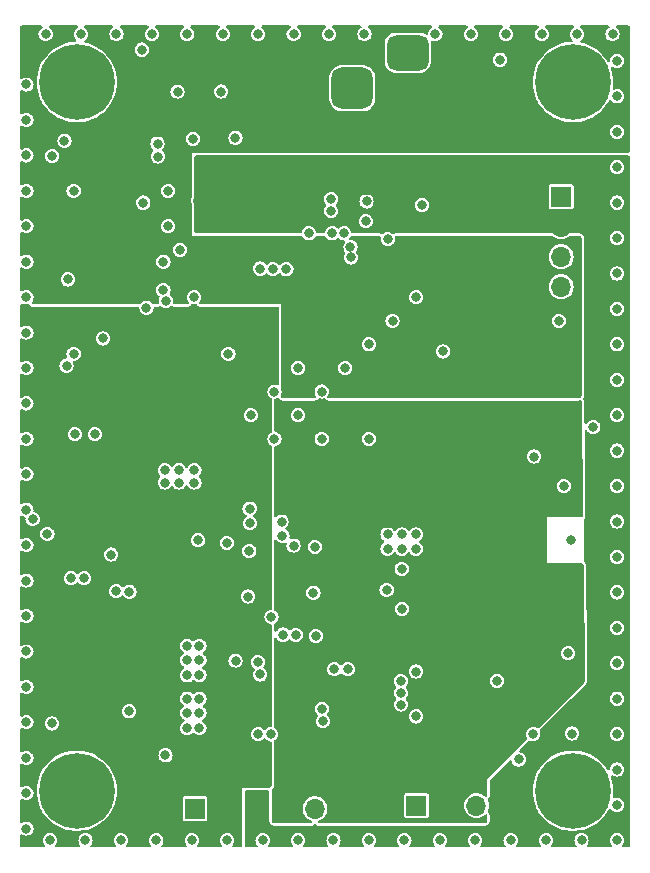
<source format=gbr>
%TF.GenerationSoftware,KiCad,Pcbnew,7.0.2-0*%
%TF.CreationDate,2025-01-08T12:57:51-05:00*%
%TF.ProjectId,plaqchek_power,706c6171-6368-4656-9b5f-706f7765722e,rev?*%
%TF.SameCoordinates,Original*%
%TF.FileFunction,Copper,L3,Inr*%
%TF.FilePolarity,Positive*%
%FSLAX46Y46*%
G04 Gerber Fmt 4.6, Leading zero omitted, Abs format (unit mm)*
G04 Created by KiCad (PCBNEW 7.0.2-0) date 2025-01-08 12:57:51*
%MOMM*%
%LPD*%
G01*
G04 APERTURE LIST*
G04 Aperture macros list*
%AMRoundRect*
0 Rectangle with rounded corners*
0 $1 Rounding radius*
0 $2 $3 $4 $5 $6 $7 $8 $9 X,Y pos of 4 corners*
0 Add a 4 corners polygon primitive as box body*
4,1,4,$2,$3,$4,$5,$6,$7,$8,$9,$2,$3,0*
0 Add four circle primitives for the rounded corners*
1,1,$1+$1,$2,$3*
1,1,$1+$1,$4,$5*
1,1,$1+$1,$6,$7*
1,1,$1+$1,$8,$9*
0 Add four rect primitives between the rounded corners*
20,1,$1+$1,$2,$3,$4,$5,0*
20,1,$1+$1,$4,$5,$6,$7,0*
20,1,$1+$1,$6,$7,$8,$9,0*
20,1,$1+$1,$8,$9,$2,$3,0*%
G04 Aperture macros list end*
%TA.AperFunction,ComponentPad*%
%ADD10R,3.500000X3.500000*%
%TD*%
%TA.AperFunction,ComponentPad*%
%ADD11RoundRect,0.750000X-1.000000X0.750000X-1.000000X-0.750000X1.000000X-0.750000X1.000000X0.750000X0*%
%TD*%
%TA.AperFunction,ComponentPad*%
%ADD12RoundRect,0.875000X-0.875000X0.875000X-0.875000X-0.875000X0.875000X-0.875000X0.875000X0.875000X0*%
%TD*%
%TA.AperFunction,ComponentPad*%
%ADD13R,1.700000X1.700000*%
%TD*%
%TA.AperFunction,ComponentPad*%
%ADD14O,1.700000X1.700000*%
%TD*%
%TA.AperFunction,ComponentPad*%
%ADD15C,6.400000*%
%TD*%
%TA.AperFunction,ViaPad*%
%ADD16C,0.800000*%
%TD*%
G04 APERTURE END LIST*
D10*
%TO.N,+12V*%
%TO.C,J3*%
X154275000Y-64300000D03*
D11*
%TO.N,GND*%
X154275000Y-58300000D03*
D12*
X149575000Y-61300000D03*
%TD*%
D13*
%TO.N,SIPM_BIAS_OUT*%
%TO.C,J1*%
X136275000Y-122300000D03*
D14*
%TO.N,+6V*%
X138815000Y-122300000D03*
%TO.N,+3V3*%
X141355000Y-122300000D03*
%TO.N,-6V5*%
X143895000Y-122300000D03*
%TO.N,GND*%
X146435000Y-122300000D03*
%TD*%
D15*
%TO.N,Net-(H2-Pad1)*%
%TO.C,H2*%
X126275000Y-120800000D03*
%TD*%
%TO.N,Net-(H4-Pad1)*%
%TO.C,H4*%
X168275000Y-120800000D03*
%TD*%
D13*
%TO.N,+12V*%
%TO.C,J2*%
X167275000Y-70500000D03*
D14*
%TO.N,+3V3*%
X167275000Y-73040000D03*
%TO.N,PD_EN*%
X167275000Y-75580000D03*
%TO.N,GND*%
X167275000Y-78120000D03*
%TD*%
D15*
%TO.N,Net-(H3-Pad1)*%
%TO.C,H3*%
X168275000Y-60800000D03*
%TD*%
D13*
%TO.N,+6V*%
%TO.C,J4*%
X155025000Y-122050000D03*
D14*
%TO.N,-6V5*%
X157565000Y-122050000D03*
%TO.N,GND*%
X160105000Y-122050000D03*
%TD*%
D15*
%TO.N,Net-(H1-Pad1)*%
%TO.C,H1*%
X126275000Y-60800000D03*
%TD*%
D16*
%TO.N,/SIPM Bias/VB_SIPM*%
X139709500Y-109775000D03*
X147025000Y-113850000D03*
X136525000Y-99575000D03*
%TO.N,GND*%
X122000000Y-112000000D03*
X172000000Y-92000000D03*
X171625000Y-56750000D03*
X140900000Y-96900000D03*
X132166372Y-79892857D03*
X147800000Y-70700000D03*
X152600000Y-74100000D03*
X150800000Y-70900000D03*
X168200000Y-115950000D03*
X172000000Y-80000000D03*
X135600000Y-111025000D03*
X147625000Y-56750000D03*
X122000000Y-97000000D03*
X123625000Y-56750000D03*
X152575000Y-99100000D03*
X155000000Y-110700000D03*
X148900000Y-73600000D03*
X123775000Y-99050000D03*
X122000000Y-70000000D03*
X153700000Y-113500000D03*
X133100000Y-66000000D03*
X169000000Y-125000000D03*
X156625000Y-56750000D03*
X122000000Y-67000000D03*
X136650000Y-115500000D03*
X153000000Y-81000000D03*
X159625000Y-56750000D03*
X122525000Y-97800000D03*
X135625000Y-56750000D03*
X122000000Y-91000000D03*
X170000000Y-90000000D03*
X122000000Y-109000000D03*
X166000000Y-125000000D03*
X162625000Y-56750000D03*
X126000000Y-70000000D03*
X135000000Y-75000000D03*
X172000000Y-104000000D03*
X125400000Y-84800000D03*
X163000000Y-125000000D03*
X141625000Y-56750000D03*
X148000000Y-125000000D03*
X126625000Y-56750000D03*
X135600000Y-108525000D03*
X165625000Y-56750000D03*
X143000000Y-87000000D03*
X134000000Y-70000000D03*
X167500000Y-95000000D03*
X124175000Y-67050000D03*
X165000000Y-92500000D03*
X122000000Y-82000000D03*
X134925000Y-93650000D03*
X139000000Y-125000000D03*
X151000000Y-83000000D03*
X162100000Y-58900000D03*
X164900000Y-116000000D03*
X150625000Y-56750000D03*
X153700000Y-111500000D03*
X154975000Y-100300000D03*
X172000000Y-95000000D03*
X135600000Y-109725000D03*
X145000000Y-89000000D03*
X172000000Y-113000000D03*
X141000000Y-89000000D03*
X129625000Y-56750000D03*
X139700000Y-65500000D03*
X157000000Y-125000000D03*
X144620000Y-100035837D03*
X134000000Y-73000000D03*
X143600000Y-98000000D03*
X172000000Y-71000000D03*
X145900000Y-73600000D03*
X153700000Y-112500000D03*
X130000000Y-125000000D03*
X136100000Y-65600000D03*
X152575000Y-100300000D03*
X172000000Y-65000000D03*
X122000000Y-103000000D03*
X172000000Y-59000000D03*
X122000000Y-76000000D03*
X122000000Y-106000000D03*
X136650000Y-114200000D03*
X140875000Y-100500000D03*
X133725000Y-93650000D03*
X136650000Y-113000000D03*
X153775000Y-100300000D03*
X122000000Y-121000000D03*
X131900000Y-71000000D03*
X153775000Y-102000000D03*
X126100000Y-90600000D03*
X122000000Y-79000000D03*
X124000000Y-125000000D03*
X136000000Y-125000000D03*
X154000000Y-125000000D03*
X122000000Y-88000000D03*
X141600000Y-109900000D03*
X147100000Y-114900000D03*
X172000000Y-74000000D03*
X147000000Y-87000000D03*
X122000000Y-85000000D03*
X124150000Y-115100000D03*
X142700000Y-116000000D03*
X172000000Y-116000000D03*
X149000000Y-85000000D03*
X125225000Y-65750000D03*
X122000000Y-64000000D03*
X154975000Y-99100000D03*
X131775000Y-58050000D03*
X146420000Y-100135837D03*
X136225000Y-93650000D03*
X172000000Y-83000000D03*
X149200000Y-110500000D03*
X125500000Y-77500000D03*
X122000000Y-124000000D03*
X151000000Y-125000000D03*
X161850000Y-111480000D03*
X135600000Y-114200000D03*
X136200000Y-79000000D03*
X127000000Y-125000000D03*
X122000000Y-94000000D03*
X138975000Y-99800000D03*
X172000000Y-125000000D03*
X122000000Y-118000000D03*
X133600000Y-78400000D03*
X167075000Y-81000000D03*
X172000000Y-107000000D03*
X136650000Y-108525000D03*
X172000000Y-62000000D03*
X168625000Y-56750000D03*
X172000000Y-77000000D03*
X136225000Y-94700000D03*
X133000000Y-125000000D03*
X157300000Y-83600000D03*
X147800000Y-71700000D03*
X172000000Y-86000000D03*
X136650000Y-111025000D03*
X147900000Y-73600000D03*
X133600000Y-76000000D03*
X155000000Y-79000000D03*
X134800000Y-61600000D03*
X153800000Y-105400000D03*
X172000000Y-101000000D03*
X122000000Y-100000000D03*
X160000000Y-125000000D03*
X155000000Y-114500000D03*
X172000000Y-119000000D03*
X127800000Y-90600000D03*
X145000000Y-125000000D03*
X167875000Y-109150000D03*
X138625000Y-56750000D03*
X122000000Y-73000000D03*
X132625000Y-56750000D03*
X135600000Y-115500000D03*
X145000000Y-85000000D03*
X126900000Y-102800000D03*
X138500000Y-61600000D03*
X155500000Y-71200000D03*
X142000000Y-125000000D03*
X172000000Y-110000000D03*
X136650000Y-109725000D03*
X172000000Y-89000000D03*
X122000000Y-115000000D03*
X168075000Y-99550000D03*
X133725000Y-94700000D03*
X134925000Y-94700000D03*
X135600000Y-113000000D03*
X172000000Y-68000000D03*
X144800000Y-107600000D03*
X122000000Y-61000000D03*
X128500000Y-82500000D03*
X172000000Y-122000000D03*
X129600000Y-103900000D03*
X144625000Y-56750000D03*
X153775000Y-99100000D03*
X146500000Y-107700000D03*
X172000000Y-98000000D03*
X163675000Y-118150000D03*
X143000000Y-91000000D03*
X152500000Y-103800000D03*
X133800000Y-79300000D03*
X151000000Y-91000000D03*
X147000000Y-91000000D03*
%TO.N,/SIPM Bias/COMP_SIPM*%
X142750000Y-106075000D03*
X146295837Y-104026878D03*
%TO.N,/SIPM Bias/VOUT_SIPM*%
X130720000Y-103935837D03*
X140920000Y-98135837D03*
X141620000Y-116000000D03*
X130710000Y-114070000D03*
%TO.N,+12V*%
X135975000Y-61650000D03*
X146025000Y-81800000D03*
X139675000Y-61600000D03*
X129175000Y-100800000D03*
X123800000Y-77500000D03*
X146475000Y-64850000D03*
X130275000Y-70900000D03*
%TO.N,/main_pwr/SW_3V3*%
X142870000Y-76630000D03*
X149440000Y-74780000D03*
X141780000Y-76590000D03*
X149460000Y-75640000D03*
X144010000Y-76650000D03*
X150730000Y-72580000D03*
%TO.N,+6V*%
X126100000Y-89500000D03*
X142575000Y-83900000D03*
X142625000Y-80250000D03*
X138325000Y-118450000D03*
X138375000Y-119400000D03*
X133125000Y-67100000D03*
X127800000Y-89500000D03*
X139575000Y-119400000D03*
X139575000Y-118400000D03*
X140975000Y-83900000D03*
X142475000Y-82500000D03*
%TO.N,-6V5*%
X158720000Y-88335837D03*
X156420000Y-89635837D03*
X156420000Y-90835837D03*
X156420000Y-88335837D03*
X157520000Y-88335837D03*
%TO.N,SIPM_BIAS_OUT*%
X133775000Y-117800000D03*
X125775000Y-102800000D03*
%TO.N,+3V3*%
X139025000Y-73050000D03*
X136525000Y-70800000D03*
X170075000Y-86300000D03*
X137525000Y-72050000D03*
%TO.N,PD_EN*%
X148075000Y-110500000D03*
%TO.N,/main_pwr/VOUT_6V*%
X139100000Y-83800000D03*
X126000000Y-83800000D03*
%TO.N,/SIPM Bias/FB_SIPM_OUT*%
X140770837Y-104351878D03*
X143679435Y-99201878D03*
%TO.N,/SIPM Bias/EN_SIPM_R*%
X141800000Y-110950000D03*
X143725000Y-107577000D03*
%TD*%
%TA.AperFunction,Conductor*%
%TO.N,-6V5*%
G36*
X143390425Y-87569685D02*
G01*
X143420650Y-87602480D01*
X143421751Y-87601527D01*
X143475399Y-87663441D01*
X143475414Y-87663457D01*
X143476655Y-87664889D01*
X143494246Y-87682843D01*
X143574063Y-87727490D01*
X143641102Y-87747175D01*
X143699000Y-87755500D01*
X143699004Y-87755500D01*
X146409695Y-87755500D01*
X146413668Y-87755500D01*
X146465672Y-87748811D01*
X146526389Y-87732929D01*
X146544561Y-87727265D01*
X146621415Y-87677689D01*
X146670229Y-87627699D01*
X146684393Y-87611295D01*
X146743105Y-87573422D01*
X146812975Y-87573302D01*
X146825697Y-87577778D01*
X146843238Y-87585044D01*
X147000000Y-87605682D01*
X147156762Y-87585044D01*
X147175730Y-87577186D01*
X147245199Y-87569717D01*
X147307678Y-87600991D01*
X147316897Y-87610544D01*
X147318231Y-87612084D01*
X147318232Y-87612085D01*
X147363987Y-87664889D01*
X147381578Y-87682843D01*
X147461395Y-87727490D01*
X147528434Y-87747175D01*
X147586332Y-87755500D01*
X147586336Y-87755500D01*
X168761265Y-87755500D01*
X168762789Y-87755500D01*
X168782936Y-87754510D01*
X168807125Y-87752127D01*
X168827069Y-87749168D01*
X168880035Y-87738632D01*
X168949624Y-87744859D01*
X169004802Y-87787721D01*
X169028047Y-87853611D01*
X169028218Y-87858957D01*
X169128903Y-97524708D01*
X169109918Y-97591949D01*
X169057594Y-97638252D01*
X169004910Y-97650000D01*
X166075000Y-97650000D01*
X166075000Y-101550000D01*
X169048118Y-101550000D01*
X169115157Y-101569685D01*
X169160912Y-101622489D01*
X169172111Y-101672708D01*
X169273776Y-111432545D01*
X169271586Y-111457078D01*
X169260069Y-111517438D01*
X169241547Y-111562819D01*
X169207544Y-111613996D01*
X169191944Y-111633055D01*
X165362738Y-115462260D01*
X165301415Y-115495745D01*
X165231723Y-115490761D01*
X165207841Y-115477534D01*
X165056762Y-115414956D01*
X164899999Y-115394317D01*
X164743237Y-115414956D01*
X164597159Y-115475463D01*
X164471717Y-115571717D01*
X164375463Y-115697159D01*
X164314956Y-115843237D01*
X164294317Y-116000000D01*
X164314956Y-116156762D01*
X164381711Y-116317924D01*
X164380278Y-116318517D01*
X164398149Y-116364736D01*
X164384113Y-116433181D01*
X164362260Y-116462738D01*
X161098225Y-119726774D01*
X161098222Y-119726777D01*
X161025000Y-119800000D01*
X161025000Y-119903551D01*
X161025000Y-119903552D01*
X161025000Y-121183875D01*
X161005315Y-121250914D01*
X160952511Y-121296669D01*
X160883353Y-121306613D01*
X160822336Y-121279729D01*
X160752818Y-121222678D01*
X160691450Y-121172315D01*
X160508954Y-121074768D01*
X160409943Y-121044733D01*
X160310932Y-121014699D01*
X160127497Y-120996632D01*
X160105000Y-120994417D01*
X160104999Y-120994417D01*
X159899067Y-121014699D01*
X159701043Y-121074769D01*
X159518551Y-121172314D01*
X159358589Y-121303589D01*
X159227314Y-121463551D01*
X159129769Y-121646043D01*
X159069699Y-121844067D01*
X159049417Y-122050000D01*
X159069699Y-122255932D01*
X159069700Y-122255934D01*
X159129768Y-122453954D01*
X159227315Y-122636450D01*
X159278609Y-122698952D01*
X159358589Y-122796410D01*
X159437192Y-122860917D01*
X159518550Y-122927685D01*
X159701046Y-123025232D01*
X159899066Y-123085300D01*
X160105000Y-123105583D01*
X160310934Y-123085300D01*
X160508954Y-123025232D01*
X160691450Y-122927685D01*
X160822335Y-122820270D01*
X160886645Y-122792958D01*
X160955513Y-122804749D01*
X161007073Y-122851902D01*
X161025000Y-122916124D01*
X161025000Y-123287789D01*
X161022617Y-123311982D01*
X161010781Y-123371482D01*
X160992267Y-123416179D01*
X160965481Y-123456268D01*
X160931269Y-123490479D01*
X160896975Y-123513394D01*
X160891179Y-123517267D01*
X160846482Y-123535781D01*
X160812857Y-123542469D01*
X160786978Y-123547617D01*
X160762789Y-123550000D01*
X146769104Y-123550000D01*
X146702065Y-123530315D01*
X146656310Y-123477511D01*
X146646366Y-123408353D01*
X146675391Y-123344797D01*
X146733107Y-123307339D01*
X146838954Y-123275232D01*
X147021450Y-123177685D01*
X147181410Y-123046410D01*
X147285358Y-122919748D01*
X153974500Y-122919748D01*
X153986132Y-122978230D01*
X154030447Y-123044552D01*
X154096769Y-123088867D01*
X154155251Y-123100500D01*
X154155252Y-123100500D01*
X155894749Y-123100500D01*
X155923989Y-123094683D01*
X155953231Y-123088867D01*
X156019552Y-123044552D01*
X156063867Y-122978231D01*
X156075500Y-122919748D01*
X156075500Y-121180252D01*
X156063867Y-121121769D01*
X156051403Y-121103116D01*
X156019552Y-121055447D01*
X155953230Y-121011132D01*
X155894749Y-120999500D01*
X155894748Y-120999500D01*
X154155252Y-120999500D01*
X154155251Y-120999500D01*
X154096769Y-121011132D01*
X154030447Y-121055447D01*
X153986132Y-121121769D01*
X153974500Y-121180251D01*
X153974500Y-122919748D01*
X147285358Y-122919748D01*
X147312685Y-122886450D01*
X147410232Y-122703954D01*
X147470300Y-122505934D01*
X147490583Y-122300000D01*
X147470300Y-122094066D01*
X147410232Y-121896046D01*
X147312685Y-121713550D01*
X147247047Y-121633570D01*
X147181410Y-121553589D01*
X147083952Y-121473609D01*
X147021450Y-121422315D01*
X146838954Y-121324768D01*
X146723336Y-121289696D01*
X146640932Y-121264699D01*
X146435000Y-121244417D01*
X146229067Y-121264699D01*
X146031043Y-121324769D01*
X145848551Y-121422314D01*
X145688589Y-121553589D01*
X145557314Y-121713551D01*
X145459769Y-121896043D01*
X145399699Y-122094067D01*
X145379417Y-122300000D01*
X145399699Y-122505932D01*
X145399700Y-122505934D01*
X145459768Y-122703954D01*
X145557315Y-122886450D01*
X145608609Y-122948952D01*
X145688589Y-123046410D01*
X145740324Y-123088867D01*
X145848550Y-123177685D01*
X146031046Y-123275232D01*
X146136891Y-123307339D01*
X146195330Y-123345637D01*
X146223786Y-123409449D01*
X146213226Y-123478516D01*
X146167002Y-123530910D01*
X146100896Y-123550000D01*
X143037211Y-123550000D01*
X143013020Y-123547617D01*
X142998189Y-123544667D01*
X142953518Y-123535781D01*
X142908822Y-123517267D01*
X142868727Y-123490477D01*
X142834522Y-123456272D01*
X142807730Y-123416175D01*
X142789218Y-123371480D01*
X142777383Y-123311980D01*
X142775000Y-123287789D01*
X142775000Y-120736767D01*
X142794685Y-120669728D01*
X142820338Y-120640912D01*
X142826577Y-120635792D01*
X142860789Y-120601581D01*
X142886351Y-120570433D01*
X142913136Y-120530344D01*
X142932122Y-120494824D01*
X142950637Y-120450127D01*
X142962332Y-120411575D01*
X142974168Y-120352075D01*
X142977127Y-120332126D01*
X142979510Y-120307933D01*
X142980500Y-120287789D01*
X142980500Y-116724300D01*
X142978231Y-116693845D01*
X142972784Y-116657496D01*
X142972782Y-116657492D01*
X142970780Y-116644128D01*
X142972140Y-116643924D01*
X142967746Y-116589338D01*
X143000682Y-116527718D01*
X143013651Y-116516240D01*
X143128282Y-116428282D01*
X143224536Y-116302841D01*
X143285044Y-116156762D01*
X143305682Y-116000000D01*
X143285044Y-115843238D01*
X143224536Y-115697159D01*
X143222849Y-115694961D01*
X143128282Y-115571717D01*
X143011256Y-115481921D01*
X142970053Y-115425493D01*
X142965898Y-115355747D01*
X142967751Y-115348662D01*
X142972175Y-115333596D01*
X142980500Y-115275698D01*
X142980500Y-113849999D01*
X146419317Y-113849999D01*
X146439956Y-114006762D01*
X146500463Y-114152840D01*
X146589749Y-114269201D01*
X146596718Y-114278282D01*
X146629084Y-114303117D01*
X146638970Y-114310703D01*
X146680172Y-114367131D01*
X146684327Y-114436877D01*
X146661859Y-114484565D01*
X146575463Y-114597159D01*
X146514956Y-114743237D01*
X146494317Y-114900000D01*
X146514956Y-115056762D01*
X146575463Y-115202840D01*
X146671717Y-115328282D01*
X146784674Y-115414956D01*
X146797159Y-115424536D01*
X146943238Y-115485044D01*
X147100000Y-115505682D01*
X147256762Y-115485044D01*
X147402841Y-115424536D01*
X147528282Y-115328282D01*
X147624536Y-115202841D01*
X147685044Y-115056762D01*
X147705682Y-114900000D01*
X147685044Y-114743238D01*
X147624536Y-114597159D01*
X147584536Y-114545030D01*
X147549984Y-114500000D01*
X154394317Y-114500000D01*
X154414956Y-114656762D01*
X154475463Y-114802840D01*
X154571717Y-114928282D01*
X154646433Y-114985613D01*
X154697159Y-115024536D01*
X154843238Y-115085044D01*
X155000000Y-115105682D01*
X155156762Y-115085044D01*
X155302841Y-115024536D01*
X155428282Y-114928282D01*
X155524536Y-114802841D01*
X155585044Y-114656762D01*
X155605682Y-114500000D01*
X155585044Y-114343238D01*
X155524536Y-114197159D01*
X155490529Y-114152840D01*
X155428282Y-114071717D01*
X155302840Y-113975463D01*
X155156762Y-113914956D01*
X154999999Y-113894317D01*
X154843237Y-113914956D01*
X154697159Y-113975463D01*
X154571717Y-114071717D01*
X154475463Y-114197159D01*
X154414956Y-114343237D01*
X154394317Y-114500000D01*
X147549984Y-114500000D01*
X147528281Y-114471716D01*
X147486029Y-114439295D01*
X147444827Y-114382867D01*
X147440672Y-114313121D01*
X147463137Y-114265437D01*
X147549536Y-114152841D01*
X147610044Y-114006762D01*
X147630682Y-113850000D01*
X147610044Y-113693238D01*
X147549536Y-113547159D01*
X147546631Y-113543373D01*
X147513350Y-113500000D01*
X153094317Y-113500000D01*
X153114956Y-113656762D01*
X153175463Y-113802840D01*
X153271717Y-113928282D01*
X153366219Y-114000795D01*
X153397159Y-114024536D01*
X153543238Y-114085044D01*
X153700000Y-114105682D01*
X153856762Y-114085044D01*
X154002841Y-114024536D01*
X154128282Y-113928282D01*
X154224536Y-113802841D01*
X154285044Y-113656762D01*
X154305682Y-113500000D01*
X154285044Y-113343238D01*
X154238244Y-113230253D01*
X154224537Y-113197161D01*
X154224536Y-113197160D01*
X154224536Y-113197159D01*
X154131171Y-113075484D01*
X154105979Y-113010317D01*
X154120017Y-112941873D01*
X154131167Y-112924521D01*
X154224536Y-112802841D01*
X154285044Y-112656762D01*
X154305682Y-112500000D01*
X154285044Y-112343238D01*
X154238244Y-112230253D01*
X154224537Y-112197161D01*
X154224536Y-112197160D01*
X154224536Y-112197159D01*
X154131171Y-112075484D01*
X154105979Y-112010317D01*
X154120017Y-111941873D01*
X154131167Y-111924521D01*
X154224536Y-111802841D01*
X154285044Y-111656762D01*
X154305682Y-111500000D01*
X154303049Y-111480000D01*
X161244317Y-111480000D01*
X161264956Y-111636762D01*
X161325463Y-111782840D01*
X161421717Y-111908282D01*
X161527801Y-111989682D01*
X161547159Y-112004536D01*
X161693238Y-112065044D01*
X161850000Y-112085682D01*
X162006762Y-112065044D01*
X162152841Y-112004536D01*
X162278282Y-111908282D01*
X162374536Y-111782841D01*
X162435044Y-111636762D01*
X162455682Y-111480000D01*
X162435044Y-111323238D01*
X162374536Y-111177159D01*
X162353083Y-111149201D01*
X162278282Y-111051717D01*
X162152840Y-110955463D01*
X162006762Y-110894956D01*
X161850000Y-110874317D01*
X161693237Y-110894956D01*
X161547159Y-110955463D01*
X161421717Y-111051717D01*
X161325463Y-111177159D01*
X161264956Y-111323237D01*
X161244317Y-111480000D01*
X154303049Y-111480000D01*
X154285044Y-111343238D01*
X154224536Y-111197159D01*
X154171685Y-111128282D01*
X154128282Y-111071717D01*
X154002840Y-110975463D01*
X153856762Y-110914956D01*
X153700000Y-110894317D01*
X153543237Y-110914956D01*
X153397159Y-110975463D01*
X153271717Y-111071717D01*
X153175463Y-111197159D01*
X153114956Y-111343237D01*
X153094317Y-111500000D01*
X153114956Y-111656762D01*
X153175463Y-111802840D01*
X153268826Y-111924513D01*
X153294020Y-111989682D01*
X153279982Y-112058127D01*
X153268826Y-112075485D01*
X153175463Y-112197159D01*
X153114956Y-112343237D01*
X153094317Y-112500000D01*
X153114956Y-112656762D01*
X153175463Y-112802840D01*
X153268826Y-112924513D01*
X153294020Y-112989682D01*
X153279982Y-113058127D01*
X153268826Y-113075485D01*
X153175463Y-113197159D01*
X153114956Y-113343237D01*
X153094317Y-113500000D01*
X147513350Y-113500000D01*
X147453282Y-113421717D01*
X147327840Y-113325463D01*
X147181762Y-113264956D01*
X147024999Y-113244317D01*
X146868237Y-113264956D01*
X146722159Y-113325463D01*
X146596717Y-113421717D01*
X146500463Y-113547159D01*
X146439956Y-113693237D01*
X146419317Y-113849999D01*
X142980500Y-113849999D01*
X142980500Y-110500000D01*
X147469317Y-110500000D01*
X147489956Y-110656762D01*
X147550463Y-110802840D01*
X147646717Y-110928282D01*
X147743884Y-111002840D01*
X147772159Y-111024536D01*
X147918238Y-111085044D01*
X148054360Y-111102964D01*
X148074999Y-111105682D01*
X148074999Y-111105681D01*
X148075000Y-111105682D01*
X148231762Y-111085044D01*
X148377841Y-111024536D01*
X148503282Y-110928282D01*
X148528854Y-110894956D01*
X148539124Y-110881572D01*
X148595552Y-110840369D01*
X148665298Y-110836214D01*
X148726218Y-110870426D01*
X148735876Y-110881572D01*
X148771717Y-110928282D01*
X148868884Y-111002840D01*
X148897159Y-111024536D01*
X149043238Y-111085044D01*
X149200000Y-111105682D01*
X149356762Y-111085044D01*
X149502841Y-111024536D01*
X149628282Y-110928282D01*
X149724536Y-110802841D01*
X149767134Y-110700000D01*
X154394317Y-110700000D01*
X154414956Y-110856762D01*
X154475463Y-111002840D01*
X154571717Y-111128282D01*
X154680991Y-111212130D01*
X154697159Y-111224536D01*
X154843238Y-111285044D01*
X155000000Y-111305682D01*
X155156762Y-111285044D01*
X155302841Y-111224536D01*
X155428282Y-111128282D01*
X155524536Y-111002841D01*
X155585044Y-110856762D01*
X155605682Y-110700000D01*
X155585044Y-110543238D01*
X155524536Y-110397159D01*
X155519795Y-110390980D01*
X155428282Y-110271717D01*
X155302840Y-110175463D01*
X155156762Y-110114956D01*
X154999999Y-110094317D01*
X154843237Y-110114956D01*
X154697159Y-110175463D01*
X154571717Y-110271717D01*
X154475463Y-110397159D01*
X154414956Y-110543237D01*
X154394317Y-110700000D01*
X149767134Y-110700000D01*
X149785044Y-110656762D01*
X149805682Y-110500000D01*
X149785044Y-110343238D01*
X149724536Y-110197159D01*
X149700954Y-110166426D01*
X149628282Y-110071717D01*
X149502840Y-109975463D01*
X149356762Y-109914956D01*
X149199999Y-109894317D01*
X149043237Y-109914956D01*
X148897159Y-109975463D01*
X148771716Y-110071718D01*
X148735875Y-110118428D01*
X148679447Y-110159630D01*
X148609701Y-110163785D01*
X148548781Y-110129572D01*
X148539125Y-110118428D01*
X148503283Y-110071718D01*
X148377840Y-109975463D01*
X148231762Y-109914956D01*
X148074999Y-109894317D01*
X147918237Y-109914956D01*
X147772159Y-109975463D01*
X147646717Y-110071717D01*
X147550463Y-110197159D01*
X147489956Y-110343237D01*
X147469317Y-110500000D01*
X142980500Y-110500000D01*
X142980500Y-109149999D01*
X167269317Y-109149999D01*
X167289956Y-109306762D01*
X167350463Y-109452840D01*
X167446717Y-109578282D01*
X167503537Y-109621881D01*
X167572159Y-109674536D01*
X167718238Y-109735044D01*
X167854361Y-109752964D01*
X167874999Y-109755682D01*
X167874999Y-109755681D01*
X167875000Y-109755682D01*
X168031762Y-109735044D01*
X168177841Y-109674536D01*
X168303282Y-109578282D01*
X168399536Y-109452841D01*
X168460044Y-109306762D01*
X168480682Y-109150000D01*
X168479441Y-109140577D01*
X168475340Y-109109423D01*
X168460044Y-108993238D01*
X168399536Y-108847159D01*
X168363961Y-108800796D01*
X168303282Y-108721717D01*
X168177840Y-108625463D01*
X168031762Y-108564956D01*
X167874999Y-108544317D01*
X167718237Y-108564956D01*
X167572159Y-108625463D01*
X167446717Y-108721717D01*
X167350463Y-108847159D01*
X167289956Y-108993237D01*
X167269317Y-109149999D01*
X142980500Y-109149999D01*
X142980500Y-107958470D01*
X143000185Y-107891431D01*
X143052989Y-107845676D01*
X143122147Y-107835732D01*
X143185703Y-107864757D01*
X143202874Y-107882982D01*
X143224415Y-107911055D01*
X143296717Y-108005282D01*
X143326692Y-108028282D01*
X143422159Y-108101536D01*
X143568238Y-108162044D01*
X143704360Y-108179964D01*
X143724999Y-108182682D01*
X143724999Y-108182681D01*
X143725000Y-108182682D01*
X143881762Y-108162044D01*
X144027841Y-108101536D01*
X144153282Y-108005282D01*
X144155296Y-108002657D01*
X144211720Y-107961451D01*
X144281466Y-107957292D01*
X144342388Y-107991501D01*
X144352051Y-108002652D01*
X144371717Y-108028282D01*
X144497158Y-108124536D01*
X144497159Y-108124536D01*
X144643238Y-108185044D01*
X144800000Y-108205682D01*
X144956762Y-108185044D01*
X145102841Y-108124536D01*
X145228282Y-108028282D01*
X145324536Y-107902841D01*
X145385044Y-107756762D01*
X145392517Y-107700000D01*
X145894317Y-107700000D01*
X145914956Y-107856762D01*
X145975463Y-108002840D01*
X146071717Y-108128282D01*
X146172588Y-108205682D01*
X146197159Y-108224536D01*
X146343238Y-108285044D01*
X146500000Y-108305682D01*
X146656762Y-108285044D01*
X146802841Y-108224536D01*
X146928282Y-108128282D01*
X147024536Y-108002841D01*
X147085044Y-107856762D01*
X147105682Y-107700000D01*
X147085044Y-107543238D01*
X147024536Y-107397159D01*
X147024536Y-107397158D01*
X146928282Y-107271717D01*
X146802840Y-107175463D01*
X146656762Y-107114956D01*
X146500000Y-107094317D01*
X146343237Y-107114956D01*
X146197159Y-107175463D01*
X146071717Y-107271717D01*
X145975463Y-107397159D01*
X145914956Y-107543237D01*
X145894317Y-107700000D01*
X145392517Y-107700000D01*
X145405682Y-107600000D01*
X145385044Y-107443238D01*
X145324536Y-107297159D01*
X145306888Y-107274159D01*
X145228282Y-107171717D01*
X145102840Y-107075463D01*
X144956762Y-107014956D01*
X144800000Y-106994317D01*
X144643237Y-107014956D01*
X144497159Y-107075463D01*
X144371718Y-107171717D01*
X144369699Y-107174349D01*
X144313271Y-107215551D01*
X144243525Y-107219705D01*
X144182605Y-107185492D01*
X144172948Y-107174347D01*
X144153282Y-107148717D01*
X144027840Y-107052463D01*
X143881762Y-106991956D01*
X143725000Y-106971317D01*
X143568237Y-106991956D01*
X143422159Y-107052463D01*
X143296717Y-107148717D01*
X143202876Y-107271015D01*
X143146448Y-107312218D01*
X143076702Y-107316373D01*
X143015782Y-107282161D01*
X142983029Y-107220444D01*
X142980500Y-107195529D01*
X142980500Y-106795021D01*
X142980500Y-106795020D01*
X142980500Y-106792718D01*
X142978231Y-106762262D01*
X142973995Y-106733995D01*
X142983525Y-106664779D01*
X143028964Y-106611703D01*
X143049171Y-106601056D01*
X143052841Y-106599536D01*
X143178282Y-106503282D01*
X143274536Y-106377841D01*
X143335044Y-106231762D01*
X143355682Y-106075000D01*
X143335044Y-105918238D01*
X143274536Y-105772159D01*
X143236443Y-105722515D01*
X143178282Y-105646717D01*
X143052840Y-105550463D01*
X143047345Y-105548187D01*
X142992941Y-105504346D01*
X142970876Y-105438052D01*
X142972060Y-105415976D01*
X142972175Y-105415179D01*
X142974358Y-105400000D01*
X153194317Y-105400000D01*
X153214956Y-105556762D01*
X153275463Y-105702840D01*
X153371717Y-105828282D01*
X153461121Y-105896883D01*
X153497159Y-105924536D01*
X153643238Y-105985044D01*
X153800000Y-106005682D01*
X153956762Y-105985044D01*
X154102841Y-105924536D01*
X154228282Y-105828282D01*
X154324536Y-105702841D01*
X154385044Y-105556762D01*
X154405682Y-105400000D01*
X154385044Y-105243238D01*
X154324536Y-105097159D01*
X154324535Y-105097158D01*
X154228282Y-104971717D01*
X154102840Y-104875463D01*
X153956762Y-104814956D01*
X153800000Y-104794317D01*
X153643237Y-104814956D01*
X153497159Y-104875463D01*
X153371717Y-104971717D01*
X153275463Y-105097159D01*
X153214956Y-105243237D01*
X153194317Y-105400000D01*
X142974358Y-105400000D01*
X142980500Y-105357281D01*
X142980497Y-104026877D01*
X145690154Y-104026877D01*
X145710793Y-104183640D01*
X145771300Y-104329718D01*
X145867554Y-104455160D01*
X145992559Y-104551079D01*
X145992996Y-104551414D01*
X146139075Y-104611922D01*
X146275197Y-104629842D01*
X146295836Y-104632560D01*
X146295836Y-104632559D01*
X146295837Y-104632560D01*
X146452599Y-104611922D01*
X146598678Y-104551414D01*
X146724119Y-104455160D01*
X146820373Y-104329719D01*
X146880881Y-104183640D01*
X146901519Y-104026878D01*
X146880881Y-103870116D01*
X146851838Y-103800000D01*
X151894317Y-103800000D01*
X151914956Y-103956762D01*
X151975463Y-104102840D01*
X152071717Y-104228282D01*
X152163108Y-104298408D01*
X152197159Y-104324536D01*
X152343238Y-104385044D01*
X152500000Y-104405682D01*
X152656762Y-104385044D01*
X152802841Y-104324536D01*
X152928282Y-104228282D01*
X153024536Y-104102841D01*
X153085044Y-103956762D01*
X153105682Y-103800000D01*
X153085044Y-103643238D01*
X153024536Y-103497159D01*
X152966247Y-103421195D01*
X152928282Y-103371717D01*
X152802840Y-103275463D01*
X152656762Y-103214956D01*
X152500000Y-103194317D01*
X152343237Y-103214956D01*
X152197159Y-103275463D01*
X152071717Y-103371717D01*
X151975463Y-103497159D01*
X151914956Y-103643237D01*
X151894317Y-103800000D01*
X146851838Y-103800000D01*
X146820373Y-103724037D01*
X146819892Y-103723410D01*
X146724119Y-103598595D01*
X146598677Y-103502341D01*
X146452599Y-103441834D01*
X146295836Y-103421195D01*
X146139074Y-103441834D01*
X145992996Y-103502341D01*
X145867554Y-103598595D01*
X145771300Y-103724037D01*
X145710793Y-103870115D01*
X145690154Y-104026877D01*
X142980497Y-104026877D01*
X142980492Y-102000000D01*
X153169317Y-102000000D01*
X153189956Y-102156762D01*
X153250463Y-102302840D01*
X153346717Y-102428282D01*
X153464007Y-102518281D01*
X153472159Y-102524536D01*
X153618238Y-102585044D01*
X153754361Y-102602964D01*
X153774999Y-102605682D01*
X153774999Y-102605681D01*
X153775000Y-102605682D01*
X153931762Y-102585044D01*
X154077841Y-102524536D01*
X154203282Y-102428282D01*
X154299536Y-102302841D01*
X154360044Y-102156762D01*
X154380682Y-102000000D01*
X154360044Y-101843238D01*
X154299536Y-101697159D01*
X154242240Y-101622489D01*
X154203282Y-101571717D01*
X154077840Y-101475463D01*
X153931762Y-101414956D01*
X153774999Y-101394317D01*
X153618237Y-101414956D01*
X153472159Y-101475463D01*
X153346717Y-101571717D01*
X153250463Y-101697159D01*
X153189956Y-101843237D01*
X153169317Y-102000000D01*
X142980492Y-102000000D01*
X142980486Y-99642711D01*
X143000170Y-99575673D01*
X143052974Y-99529918D01*
X143122133Y-99519974D01*
X143185689Y-99548999D01*
X143202862Y-99567226D01*
X143251152Y-99630160D01*
X143365995Y-99718281D01*
X143376594Y-99726414D01*
X143522673Y-99786922D01*
X143679435Y-99807560D01*
X143836197Y-99786922D01*
X143860827Y-99776719D01*
X143930294Y-99769250D01*
X143992773Y-99800524D01*
X144028427Y-99860612D01*
X144031218Y-99907465D01*
X144014317Y-100035836D01*
X144034956Y-100192599D01*
X144095463Y-100338677D01*
X144191717Y-100464119D01*
X144317159Y-100560372D01*
X144317159Y-100560373D01*
X144463238Y-100620881D01*
X144620000Y-100641519D01*
X144776762Y-100620881D01*
X144922841Y-100560373D01*
X145048282Y-100464119D01*
X145144536Y-100338678D01*
X145205044Y-100192599D01*
X145212517Y-100135836D01*
X145814317Y-100135836D01*
X145834956Y-100292599D01*
X145895463Y-100438677D01*
X145991717Y-100564119D01*
X146066570Y-100621555D01*
X146117159Y-100660373D01*
X146263238Y-100720881D01*
X146420000Y-100741519D01*
X146576762Y-100720881D01*
X146722841Y-100660373D01*
X146848282Y-100564119D01*
X146944536Y-100438678D01*
X147001978Y-100300000D01*
X151969317Y-100300000D01*
X151989956Y-100456762D01*
X152050463Y-100602840D01*
X152146717Y-100728282D01*
X152272158Y-100824535D01*
X152272159Y-100824536D01*
X152418238Y-100885044D01*
X152554360Y-100902964D01*
X152574999Y-100905682D01*
X152574999Y-100905681D01*
X152575000Y-100905682D01*
X152731762Y-100885044D01*
X152877841Y-100824536D01*
X153003282Y-100728282D01*
X153025597Y-100699201D01*
X153076624Y-100632701D01*
X153133052Y-100591498D01*
X153202798Y-100587343D01*
X153263718Y-100621555D01*
X153273376Y-100632701D01*
X153346717Y-100728282D01*
X153472158Y-100824535D01*
X153472159Y-100824536D01*
X153618238Y-100885044D01*
X153754360Y-100902964D01*
X153774999Y-100905682D01*
X153774999Y-100905681D01*
X153775000Y-100905682D01*
X153931762Y-100885044D01*
X154077841Y-100824536D01*
X154203282Y-100728282D01*
X154225597Y-100699201D01*
X154276624Y-100632701D01*
X154333052Y-100591498D01*
X154402798Y-100587343D01*
X154463718Y-100621555D01*
X154473376Y-100632701D01*
X154546717Y-100728282D01*
X154672158Y-100824535D01*
X154672159Y-100824536D01*
X154818238Y-100885044D01*
X154954360Y-100902964D01*
X154974999Y-100905682D01*
X154974999Y-100905681D01*
X154975000Y-100905682D01*
X155131762Y-100885044D01*
X155277841Y-100824536D01*
X155403282Y-100728282D01*
X155499536Y-100602841D01*
X155560044Y-100456762D01*
X155580682Y-100300000D01*
X155560044Y-100143238D01*
X155499536Y-99997159D01*
X155430712Y-99907465D01*
X155403282Y-99871717D01*
X155307701Y-99798376D01*
X155266498Y-99741948D01*
X155262343Y-99672202D01*
X155296555Y-99611282D01*
X155307701Y-99601624D01*
X155403282Y-99528282D01*
X155446560Y-99471881D01*
X155499536Y-99402841D01*
X155560044Y-99256762D01*
X155580682Y-99100000D01*
X155560044Y-98943238D01*
X155499536Y-98797159D01*
X155476624Y-98767299D01*
X155403282Y-98671717D01*
X155277840Y-98575463D01*
X155131762Y-98514956D01*
X154974999Y-98494317D01*
X154818237Y-98514956D01*
X154672159Y-98575463D01*
X154546719Y-98671716D01*
X154473376Y-98767299D01*
X154416948Y-98808501D01*
X154347202Y-98812656D01*
X154286281Y-98778443D01*
X154276624Y-98767299D01*
X154203280Y-98671716D01*
X154077840Y-98575463D01*
X153931762Y-98514956D01*
X153774999Y-98494317D01*
X153618237Y-98514956D01*
X153472159Y-98575463D01*
X153346719Y-98671716D01*
X153273376Y-98767299D01*
X153216948Y-98808501D01*
X153147202Y-98812656D01*
X153086281Y-98778443D01*
X153076624Y-98767299D01*
X153003280Y-98671716D01*
X152877840Y-98575463D01*
X152731762Y-98514956D01*
X152574999Y-98494317D01*
X152418237Y-98514956D01*
X152272159Y-98575463D01*
X152146717Y-98671717D01*
X152050463Y-98797159D01*
X151989956Y-98943237D01*
X151969317Y-99100000D01*
X151989956Y-99256762D01*
X152050463Y-99402840D01*
X152128637Y-99504719D01*
X152146718Y-99528282D01*
X152173717Y-99548999D01*
X152242299Y-99601624D01*
X152283501Y-99658052D01*
X152287656Y-99727798D01*
X152253443Y-99788719D01*
X152242299Y-99798376D01*
X152146716Y-99871719D01*
X152050463Y-99997159D01*
X151989956Y-100143237D01*
X151969317Y-100300000D01*
X147001978Y-100300000D01*
X147005044Y-100292599D01*
X147025682Y-100135837D01*
X147005044Y-99979075D01*
X146944536Y-99832996D01*
X146919828Y-99800796D01*
X146848282Y-99707554D01*
X146722840Y-99611300D01*
X146576762Y-99550793D01*
X146420000Y-99530154D01*
X146263237Y-99550793D01*
X146117159Y-99611300D01*
X145991717Y-99707554D01*
X145895463Y-99832996D01*
X145834956Y-99979074D01*
X145814317Y-100135836D01*
X145212517Y-100135836D01*
X145225682Y-100035837D01*
X145205044Y-99879075D01*
X145144536Y-99732996D01*
X145140547Y-99727798D01*
X145048282Y-99607554D01*
X144922840Y-99511300D01*
X144776762Y-99450793D01*
X144620000Y-99430154D01*
X144481475Y-99448391D01*
X144463238Y-99450793D01*
X144438606Y-99460996D01*
X144369137Y-99468463D01*
X144306658Y-99437188D01*
X144271006Y-99377098D01*
X144268216Y-99330252D01*
X144285117Y-99201878D01*
X144264479Y-99045116D01*
X144203971Y-98899037D01*
X144190814Y-98881890D01*
X144107717Y-98773595D01*
X143971194Y-98668838D01*
X143929991Y-98612410D01*
X143925836Y-98542664D01*
X143960048Y-98481744D01*
X143971182Y-98472096D01*
X144028282Y-98428282D01*
X144124536Y-98302841D01*
X144185044Y-98156762D01*
X144205682Y-98000000D01*
X144185044Y-97843238D01*
X144124536Y-97697159D01*
X144088350Y-97650000D01*
X144028282Y-97571717D01*
X143902840Y-97475463D01*
X143756762Y-97414956D01*
X143600000Y-97394317D01*
X143443237Y-97414956D01*
X143297159Y-97475463D01*
X143179967Y-97565387D01*
X143114797Y-97590581D01*
X143046353Y-97576542D01*
X142996363Y-97527728D01*
X142980481Y-97467011D01*
X142980481Y-97264180D01*
X142980475Y-95000000D01*
X166894317Y-95000000D01*
X166914956Y-95156762D01*
X166975463Y-95302840D01*
X167071717Y-95428282D01*
X167197159Y-95524535D01*
X167197159Y-95524536D01*
X167343238Y-95585044D01*
X167500000Y-95605682D01*
X167656762Y-95585044D01*
X167802841Y-95524536D01*
X167928282Y-95428282D01*
X168024536Y-95302841D01*
X168085044Y-95156762D01*
X168105682Y-95000000D01*
X168085044Y-94843238D01*
X168024536Y-94697159D01*
X167947592Y-94596883D01*
X167928282Y-94571717D01*
X167802840Y-94475463D01*
X167656762Y-94414956D01*
X167500000Y-94394317D01*
X167343237Y-94414956D01*
X167197159Y-94475463D01*
X167071717Y-94571717D01*
X166975463Y-94697159D01*
X166914956Y-94843237D01*
X166894317Y-95000000D01*
X142980475Y-95000000D01*
X142980469Y-92500000D01*
X164394317Y-92500000D01*
X164414956Y-92656762D01*
X164475463Y-92802840D01*
X164571717Y-92928282D01*
X164697159Y-93024535D01*
X164697159Y-93024536D01*
X164843238Y-93085044D01*
X165000000Y-93105682D01*
X165156762Y-93085044D01*
X165302841Y-93024536D01*
X165428282Y-92928282D01*
X165524536Y-92802841D01*
X165585044Y-92656762D01*
X165605682Y-92500000D01*
X165585044Y-92343238D01*
X165524536Y-92197159D01*
X165524535Y-92197159D01*
X165428282Y-92071717D01*
X165302840Y-91975463D01*
X165156762Y-91914956D01*
X165000000Y-91894317D01*
X164843237Y-91914956D01*
X164697159Y-91975463D01*
X164571717Y-92071717D01*
X164475463Y-92197159D01*
X164414956Y-92343237D01*
X164394317Y-92500000D01*
X142980469Y-92500000D01*
X142980467Y-91716997D01*
X143000151Y-91649959D01*
X143052955Y-91604204D01*
X143088278Y-91594059D01*
X143156762Y-91585044D01*
X143302841Y-91524536D01*
X143428282Y-91428282D01*
X143524536Y-91302841D01*
X143585044Y-91156762D01*
X143605682Y-91000000D01*
X146394317Y-91000000D01*
X146414956Y-91156762D01*
X146475463Y-91302840D01*
X146571717Y-91428282D01*
X146697159Y-91524535D01*
X146697159Y-91524536D01*
X146843238Y-91585044D01*
X147000000Y-91605682D01*
X147156762Y-91585044D01*
X147302841Y-91524536D01*
X147428282Y-91428282D01*
X147524536Y-91302841D01*
X147585044Y-91156762D01*
X147605682Y-91000000D01*
X150394317Y-91000000D01*
X150414956Y-91156762D01*
X150475463Y-91302840D01*
X150571717Y-91428282D01*
X150697159Y-91524535D01*
X150697159Y-91524536D01*
X150843238Y-91585044D01*
X151000000Y-91605682D01*
X151156762Y-91585044D01*
X151302841Y-91524536D01*
X151428282Y-91428282D01*
X151524536Y-91302841D01*
X151585044Y-91156762D01*
X151605682Y-91000000D01*
X151585044Y-90843238D01*
X151524536Y-90697159D01*
X151514557Y-90684154D01*
X151428282Y-90571717D01*
X151302840Y-90475463D01*
X151156762Y-90414956D01*
X151000000Y-90394317D01*
X150843237Y-90414956D01*
X150697159Y-90475463D01*
X150571717Y-90571717D01*
X150475463Y-90697159D01*
X150414956Y-90843237D01*
X150394317Y-91000000D01*
X147605682Y-91000000D01*
X147585044Y-90843238D01*
X147524536Y-90697159D01*
X147514557Y-90684154D01*
X147428282Y-90571717D01*
X147302840Y-90475463D01*
X147156762Y-90414956D01*
X147000000Y-90394317D01*
X146843237Y-90414956D01*
X146697159Y-90475463D01*
X146571717Y-90571717D01*
X146475463Y-90697159D01*
X146414956Y-90843237D01*
X146394317Y-91000000D01*
X143605682Y-91000000D01*
X143585044Y-90843238D01*
X143524536Y-90697159D01*
X143514557Y-90684154D01*
X143428282Y-90571717D01*
X143302840Y-90475463D01*
X143156762Y-90414956D01*
X143088313Y-90405944D01*
X143024417Y-90377677D01*
X142985947Y-90319352D01*
X142980500Y-90283005D01*
X142980500Y-89000000D01*
X144394317Y-89000000D01*
X144414956Y-89156762D01*
X144475463Y-89302840D01*
X144571717Y-89428282D01*
X144697159Y-89524535D01*
X144697159Y-89524536D01*
X144843238Y-89585044D01*
X145000000Y-89605682D01*
X145156762Y-89585044D01*
X145302841Y-89524536D01*
X145428282Y-89428282D01*
X145524536Y-89302841D01*
X145585044Y-89156762D01*
X145605682Y-89000000D01*
X145585044Y-88843238D01*
X145524536Y-88697159D01*
X145524535Y-88697158D01*
X145428282Y-88571717D01*
X145302840Y-88475463D01*
X145156762Y-88414956D01*
X145000000Y-88394317D01*
X144843237Y-88414956D01*
X144697159Y-88475463D01*
X144571717Y-88571717D01*
X144475463Y-88697159D01*
X144414956Y-88843237D01*
X144394317Y-89000000D01*
X142980500Y-89000000D01*
X142980500Y-87716994D01*
X143000185Y-87649955D01*
X143052989Y-87604200D01*
X143088313Y-87594055D01*
X143156762Y-87585044D01*
X143198506Y-87567752D01*
X143218579Y-87559439D01*
X143266031Y-87550000D01*
X143323386Y-87550000D01*
X143390425Y-87569685D01*
G37*
%TD.AperFunction*%
%TD*%
%TA.AperFunction,Conductor*%
%TO.N,+3V3*%
G36*
X173017539Y-67025185D02*
G01*
X173063294Y-67077989D01*
X173074500Y-67129500D01*
X173074500Y-125475500D01*
X173054815Y-125542539D01*
X173002011Y-125588294D01*
X172950500Y-125599500D01*
X172548349Y-125599500D01*
X172481310Y-125579815D01*
X172435555Y-125527011D01*
X172425611Y-125457853D01*
X172449973Y-125400014D01*
X172511182Y-125320244D01*
X172524536Y-125302841D01*
X172585044Y-125156762D01*
X172605682Y-125000000D01*
X172585044Y-124843238D01*
X172524536Y-124697159D01*
X172524535Y-124697158D01*
X172428282Y-124571717D01*
X172302840Y-124475463D01*
X172156762Y-124414956D01*
X172000000Y-124394317D01*
X171843237Y-124414956D01*
X171697159Y-124475463D01*
X171571717Y-124571717D01*
X171475463Y-124697159D01*
X171414956Y-124843237D01*
X171394317Y-125000000D01*
X171414956Y-125156762D01*
X171475463Y-125302840D01*
X171550027Y-125400014D01*
X171575221Y-125465183D01*
X171561183Y-125533628D01*
X171512369Y-125583617D01*
X171451651Y-125599500D01*
X169548349Y-125599500D01*
X169481310Y-125579815D01*
X169435555Y-125527011D01*
X169425611Y-125457853D01*
X169449973Y-125400014D01*
X169511182Y-125320244D01*
X169524536Y-125302841D01*
X169585044Y-125156762D01*
X169605682Y-125000000D01*
X169585044Y-124843238D01*
X169524536Y-124697159D01*
X169524535Y-124697158D01*
X169428282Y-124571717D01*
X169302840Y-124475463D01*
X169156762Y-124414956D01*
X169000000Y-124394317D01*
X168843237Y-124414956D01*
X168697159Y-124475463D01*
X168571717Y-124571717D01*
X168475463Y-124697159D01*
X168414956Y-124843237D01*
X168394317Y-125000000D01*
X168414956Y-125156762D01*
X168475463Y-125302840D01*
X168550027Y-125400014D01*
X168575221Y-125465183D01*
X168561183Y-125533628D01*
X168512369Y-125583617D01*
X168451651Y-125599500D01*
X166548349Y-125599500D01*
X166481310Y-125579815D01*
X166435555Y-125527011D01*
X166425611Y-125457853D01*
X166449973Y-125400014D01*
X166511182Y-125320244D01*
X166524536Y-125302841D01*
X166585044Y-125156762D01*
X166605682Y-125000000D01*
X166585044Y-124843238D01*
X166524536Y-124697159D01*
X166524535Y-124697159D01*
X166428282Y-124571717D01*
X166302840Y-124475463D01*
X166156762Y-124414956D01*
X166000000Y-124394317D01*
X165843237Y-124414956D01*
X165697159Y-124475463D01*
X165571717Y-124571717D01*
X165475463Y-124697159D01*
X165414956Y-124843237D01*
X165394317Y-125000000D01*
X165414956Y-125156762D01*
X165475463Y-125302840D01*
X165550027Y-125400014D01*
X165575221Y-125465183D01*
X165561183Y-125533628D01*
X165512369Y-125583617D01*
X165451651Y-125599500D01*
X163548349Y-125599500D01*
X163481310Y-125579815D01*
X163435555Y-125527011D01*
X163425611Y-125457853D01*
X163449973Y-125400014D01*
X163511182Y-125320244D01*
X163524536Y-125302841D01*
X163585044Y-125156762D01*
X163605682Y-125000000D01*
X163585044Y-124843238D01*
X163524536Y-124697159D01*
X163524535Y-124697159D01*
X163428282Y-124571717D01*
X163302840Y-124475463D01*
X163156762Y-124414956D01*
X163000000Y-124394317D01*
X162843237Y-124414956D01*
X162697159Y-124475463D01*
X162571717Y-124571717D01*
X162475463Y-124697159D01*
X162414956Y-124843237D01*
X162394317Y-125000000D01*
X162414956Y-125156762D01*
X162475463Y-125302840D01*
X162550027Y-125400014D01*
X162575221Y-125465183D01*
X162561183Y-125533628D01*
X162512369Y-125583617D01*
X162451651Y-125599500D01*
X160548349Y-125599500D01*
X160481310Y-125579815D01*
X160435555Y-125527011D01*
X160425611Y-125457853D01*
X160449973Y-125400014D01*
X160511182Y-125320244D01*
X160524536Y-125302841D01*
X160585044Y-125156762D01*
X160605682Y-125000000D01*
X160585044Y-124843238D01*
X160524536Y-124697159D01*
X160524535Y-124697159D01*
X160428282Y-124571717D01*
X160302840Y-124475463D01*
X160156762Y-124414956D01*
X160000000Y-124394317D01*
X159843237Y-124414956D01*
X159697159Y-124475463D01*
X159571717Y-124571717D01*
X159475463Y-124697159D01*
X159414956Y-124843237D01*
X159394317Y-125000000D01*
X159414956Y-125156762D01*
X159475463Y-125302840D01*
X159550027Y-125400014D01*
X159575221Y-125465183D01*
X159561183Y-125533628D01*
X159512369Y-125583617D01*
X159451651Y-125599500D01*
X157548349Y-125599500D01*
X157481310Y-125579815D01*
X157435555Y-125527011D01*
X157425611Y-125457853D01*
X157449973Y-125400014D01*
X157511182Y-125320244D01*
X157524536Y-125302841D01*
X157585044Y-125156762D01*
X157605682Y-125000000D01*
X157585044Y-124843238D01*
X157524536Y-124697159D01*
X157524535Y-124697159D01*
X157428282Y-124571717D01*
X157302840Y-124475463D01*
X157156762Y-124414956D01*
X157000000Y-124394317D01*
X156843237Y-124414956D01*
X156697159Y-124475463D01*
X156571717Y-124571717D01*
X156475463Y-124697159D01*
X156414956Y-124843237D01*
X156394317Y-125000000D01*
X156414956Y-125156762D01*
X156475463Y-125302840D01*
X156550027Y-125400014D01*
X156575221Y-125465183D01*
X156561183Y-125533628D01*
X156512369Y-125583617D01*
X156451651Y-125599500D01*
X154548349Y-125599500D01*
X154481310Y-125579815D01*
X154435555Y-125527011D01*
X154425611Y-125457853D01*
X154449973Y-125400014D01*
X154511182Y-125320244D01*
X154524536Y-125302841D01*
X154585044Y-125156762D01*
X154605682Y-125000000D01*
X154585044Y-124843238D01*
X154524536Y-124697159D01*
X154524535Y-124697159D01*
X154428282Y-124571717D01*
X154302840Y-124475463D01*
X154156762Y-124414956D01*
X154000000Y-124394317D01*
X153843237Y-124414956D01*
X153697159Y-124475463D01*
X153571717Y-124571717D01*
X153475463Y-124697159D01*
X153414956Y-124843237D01*
X153394317Y-125000000D01*
X153414956Y-125156762D01*
X153475463Y-125302840D01*
X153550027Y-125400014D01*
X153575221Y-125465183D01*
X153561183Y-125533628D01*
X153512369Y-125583617D01*
X153451651Y-125599500D01*
X151548349Y-125599500D01*
X151481310Y-125579815D01*
X151435555Y-125527011D01*
X151425611Y-125457853D01*
X151449973Y-125400014D01*
X151511182Y-125320244D01*
X151524536Y-125302841D01*
X151585044Y-125156762D01*
X151605682Y-125000000D01*
X151585044Y-124843238D01*
X151524536Y-124697159D01*
X151524535Y-124697159D01*
X151428282Y-124571717D01*
X151302840Y-124475463D01*
X151156762Y-124414956D01*
X151000000Y-124394317D01*
X150843237Y-124414956D01*
X150697159Y-124475463D01*
X150571717Y-124571717D01*
X150475463Y-124697159D01*
X150414956Y-124843237D01*
X150394317Y-125000000D01*
X150414956Y-125156762D01*
X150475463Y-125302840D01*
X150550027Y-125400014D01*
X150575221Y-125465183D01*
X150561183Y-125533628D01*
X150512369Y-125583617D01*
X150451651Y-125599500D01*
X148548349Y-125599500D01*
X148481310Y-125579815D01*
X148435555Y-125527011D01*
X148425611Y-125457853D01*
X148449973Y-125400014D01*
X148511182Y-125320244D01*
X148524536Y-125302841D01*
X148585044Y-125156762D01*
X148605682Y-125000000D01*
X148585044Y-124843238D01*
X148524536Y-124697159D01*
X148524535Y-124697159D01*
X148428282Y-124571717D01*
X148302840Y-124475463D01*
X148156762Y-124414956D01*
X148000000Y-124394317D01*
X147843237Y-124414956D01*
X147697159Y-124475463D01*
X147571717Y-124571717D01*
X147475463Y-124697159D01*
X147414956Y-124843237D01*
X147394317Y-125000000D01*
X147414956Y-125156762D01*
X147475463Y-125302840D01*
X147550027Y-125400014D01*
X147575221Y-125465183D01*
X147561183Y-125533628D01*
X147512369Y-125583617D01*
X147451651Y-125599500D01*
X145548349Y-125599500D01*
X145481310Y-125579815D01*
X145435555Y-125527011D01*
X145425611Y-125457853D01*
X145449973Y-125400014D01*
X145511182Y-125320244D01*
X145524536Y-125302841D01*
X145585044Y-125156762D01*
X145605682Y-125000000D01*
X145585044Y-124843238D01*
X145524536Y-124697159D01*
X145524535Y-124697159D01*
X145428282Y-124571717D01*
X145302840Y-124475463D01*
X145156762Y-124414956D01*
X145000000Y-124394317D01*
X144843237Y-124414956D01*
X144697159Y-124475463D01*
X144571717Y-124571717D01*
X144475463Y-124697159D01*
X144414956Y-124843237D01*
X144394317Y-125000000D01*
X144414956Y-125156762D01*
X144475463Y-125302840D01*
X144550027Y-125400014D01*
X144575221Y-125465183D01*
X144561183Y-125533628D01*
X144512369Y-125583617D01*
X144451651Y-125599500D01*
X142548349Y-125599500D01*
X142481310Y-125579815D01*
X142435555Y-125527011D01*
X142425611Y-125457853D01*
X142449973Y-125400014D01*
X142511182Y-125320244D01*
X142524536Y-125302841D01*
X142585044Y-125156762D01*
X142605682Y-125000000D01*
X142585044Y-124843238D01*
X142524536Y-124697159D01*
X142524535Y-124697159D01*
X142428282Y-124571717D01*
X142302840Y-124475463D01*
X142156762Y-124414956D01*
X142000000Y-124394317D01*
X141843237Y-124414956D01*
X141697159Y-124475463D01*
X141571717Y-124571717D01*
X141475463Y-124697159D01*
X141414956Y-124843237D01*
X141394317Y-125000000D01*
X141414956Y-125156762D01*
X141475463Y-125302840D01*
X141550027Y-125400014D01*
X141575221Y-125465183D01*
X141561183Y-125533628D01*
X141512369Y-125583617D01*
X141451651Y-125599500D01*
X140604500Y-125599500D01*
X140537461Y-125579815D01*
X140491706Y-125527011D01*
X140480500Y-125475500D01*
X140480500Y-120879500D01*
X140500185Y-120812461D01*
X140552989Y-120766706D01*
X140604500Y-120755500D01*
X142445500Y-120755500D01*
X142512539Y-120775185D01*
X142558294Y-120827989D01*
X142569500Y-120879499D01*
X142569500Y-121205000D01*
X142569500Y-123287789D01*
X142570490Y-123307935D01*
X142570638Y-123309440D01*
X142570639Y-123309450D01*
X142572724Y-123330622D01*
X142572728Y-123330655D01*
X142572873Y-123332126D01*
X142575831Y-123352070D01*
X142576122Y-123353535D01*
X142576129Y-123353573D01*
X142587070Y-123408575D01*
X142587666Y-123411570D01*
X142599359Y-123450117D01*
X142600520Y-123452920D01*
X142616704Y-123491996D01*
X142616709Y-123492007D01*
X142617871Y-123494812D01*
X142619306Y-123497497D01*
X142619308Y-123497501D01*
X142625761Y-123509575D01*
X142636863Y-123530345D01*
X142638554Y-123532876D01*
X142638559Y-123532884D01*
X142656166Y-123559234D01*
X142663655Y-123570442D01*
X142676433Y-123586012D01*
X142687282Y-123599231D01*
X142687287Y-123599236D01*
X142689212Y-123601582D01*
X142723417Y-123635787D01*
X142754559Y-123661345D01*
X142757085Y-123663032D01*
X142757088Y-123663035D01*
X142757718Y-123663456D01*
X142794654Y-123688135D01*
X142830179Y-123707124D01*
X142874875Y-123725638D01*
X142877787Y-123726521D01*
X142877789Y-123726522D01*
X142891068Y-123730550D01*
X142913426Y-123737332D01*
X142972928Y-123749168D01*
X142992874Y-123752127D01*
X143017065Y-123754510D01*
X143037211Y-123755500D01*
X143038735Y-123755500D01*
X146096535Y-123755500D01*
X146100896Y-123755500D01*
X146157910Y-123747433D01*
X146224016Y-123728343D01*
X146246854Y-123720261D01*
X146321102Y-123666863D01*
X146341983Y-123643193D01*
X146401094Y-123605946D01*
X146470961Y-123606568D01*
X146528681Y-123644026D01*
X146546759Y-123664889D01*
X146564350Y-123682843D01*
X146644167Y-123727490D01*
X146711206Y-123747175D01*
X146769104Y-123755500D01*
X146769108Y-123755500D01*
X160761265Y-123755500D01*
X160762789Y-123755500D01*
X160782936Y-123754510D01*
X160807125Y-123752127D01*
X160827069Y-123749168D01*
X160886573Y-123737332D01*
X160925123Y-123725638D01*
X160969820Y-123707124D01*
X161005351Y-123688133D01*
X161045441Y-123661345D01*
X161076577Y-123635792D01*
X161110789Y-123601581D01*
X161136349Y-123570436D01*
X161163135Y-123530347D01*
X161182124Y-123494820D01*
X161200638Y-123450123D01*
X161212332Y-123411575D01*
X161224168Y-123352075D01*
X161227127Y-123332126D01*
X161229510Y-123307933D01*
X161230500Y-123287789D01*
X161230500Y-122916124D01*
X161222933Y-122860873D01*
X161205006Y-122796651D01*
X161197821Y-122775446D01*
X161145758Y-122700255D01*
X161094198Y-122653102D01*
X161092722Y-122651909D01*
X161092711Y-122651900D01*
X161089872Y-122649606D01*
X161050100Y-122592161D01*
X161047700Y-122522332D01*
X161058450Y-122494704D01*
X161080232Y-122453954D01*
X161140300Y-122255934D01*
X161160583Y-122050000D01*
X161140300Y-121844066D01*
X161080232Y-121646046D01*
X161058179Y-121604789D01*
X161043938Y-121536387D01*
X161068938Y-121471144D01*
X161086336Y-121452623D01*
X161087081Y-121451976D01*
X161087085Y-121451975D01*
X161139889Y-121406220D01*
X161157843Y-121388629D01*
X161202490Y-121308812D01*
X161222175Y-121241773D01*
X161230500Y-121183875D01*
X161230500Y-120800000D01*
X164869506Y-120800000D01*
X164869688Y-120803356D01*
X164889286Y-121164835D01*
X164889287Y-121164846D01*
X164889469Y-121168199D01*
X164890013Y-121171520D01*
X164890014Y-121171525D01*
X164943253Y-121496267D01*
X164949125Y-121532081D01*
X165047773Y-121887379D01*
X165049015Y-121890496D01*
X165049018Y-121890505D01*
X165140026Y-122118918D01*
X165184257Y-122229930D01*
X165185827Y-122232892D01*
X165185832Y-122232902D01*
X165289417Y-122428282D01*
X165356978Y-122555716D01*
X165563910Y-122860917D01*
X165802627Y-123141956D01*
X165805058Y-123144259D01*
X165805064Y-123144265D01*
X166026028Y-123353573D01*
X166070330Y-123395538D01*
X166139803Y-123448350D01*
X166361202Y-123616654D01*
X166361208Y-123616658D01*
X166363881Y-123618690D01*
X166679838Y-123808795D01*
X167014497Y-123963625D01*
X167363934Y-124081364D01*
X167724052Y-124160632D01*
X168090630Y-124200500D01*
X168093988Y-124200500D01*
X168456012Y-124200500D01*
X168459370Y-124200500D01*
X168825948Y-124160632D01*
X169186066Y-124081364D01*
X169535503Y-123963625D01*
X169870162Y-123808795D01*
X170186119Y-123618690D01*
X170479670Y-123395538D01*
X170747373Y-123141956D01*
X170986090Y-122860917D01*
X171193022Y-122555716D01*
X171297297Y-122359031D01*
X171346089Y-122309024D01*
X171414173Y-122293332D01*
X171479934Y-122316941D01*
X171505226Y-122341628D01*
X171571718Y-122428282D01*
X171697159Y-122524536D01*
X171843238Y-122585044D01*
X172000000Y-122605682D01*
X172156762Y-122585044D01*
X172302841Y-122524536D01*
X172428282Y-122428282D01*
X172524536Y-122302841D01*
X172585044Y-122156762D01*
X172605682Y-122000000D01*
X172585044Y-121843238D01*
X172524536Y-121697159D01*
X172485316Y-121646046D01*
X172428282Y-121571717D01*
X172302840Y-121475463D01*
X172156762Y-121414956D01*
X172000000Y-121394317D01*
X171861475Y-121412554D01*
X171843238Y-121414956D01*
X171817697Y-121425535D01*
X171809685Y-121428854D01*
X171740216Y-121436321D01*
X171677737Y-121405046D01*
X171642085Y-121344956D01*
X171639868Y-121294235D01*
X171660531Y-121168199D01*
X171680494Y-120800000D01*
X171660531Y-120431801D01*
X171600875Y-120067919D01*
X171502227Y-119712621D01*
X171475210Y-119644815D01*
X171468684Y-119575252D01*
X171500802Y-119513202D01*
X171561368Y-119478367D01*
X171631153Y-119481806D01*
X171665890Y-119500543D01*
X171682388Y-119513202D01*
X171697159Y-119524536D01*
X171843238Y-119585044D01*
X172000000Y-119605682D01*
X172156762Y-119585044D01*
X172302841Y-119524536D01*
X172428282Y-119428282D01*
X172524536Y-119302841D01*
X172585044Y-119156762D01*
X172605682Y-119000000D01*
X172585044Y-118843238D01*
X172524536Y-118697159D01*
X172433319Y-118578282D01*
X172428282Y-118571717D01*
X172302840Y-118475463D01*
X172156762Y-118414956D01*
X172000000Y-118394317D01*
X171843237Y-118414956D01*
X171697159Y-118475463D01*
X171571717Y-118571717D01*
X171475463Y-118697159D01*
X171414956Y-118843237D01*
X171399270Y-118962382D01*
X171371003Y-119026278D01*
X171312679Y-119064749D01*
X171242814Y-119065580D01*
X171183591Y-119028508D01*
X171173698Y-119015783D01*
X170987976Y-118741865D01*
X170986090Y-118739083D01*
X170747373Y-118458044D01*
X170744940Y-118455739D01*
X170744935Y-118455734D01*
X170482110Y-118206773D01*
X170482107Y-118206770D01*
X170479670Y-118204462D01*
X170408025Y-118149999D01*
X170188797Y-117983345D01*
X170188787Y-117983338D01*
X170186119Y-117981310D01*
X169963158Y-117847159D01*
X169873044Y-117792939D01*
X169873043Y-117792938D01*
X169870162Y-117791205D01*
X169719966Y-117721717D01*
X169576865Y-117655511D01*
X169535503Y-117636375D01*
X169429908Y-117600796D01*
X169189249Y-117519708D01*
X169189240Y-117519705D01*
X169186066Y-117518636D01*
X169182798Y-117517916D01*
X169182785Y-117517913D01*
X168829235Y-117440091D01*
X168829225Y-117440089D01*
X168825948Y-117439368D01*
X168459370Y-117399500D01*
X168090630Y-117399500D01*
X168087293Y-117399862D01*
X168087291Y-117399863D01*
X167727398Y-117439004D01*
X167727396Y-117439004D01*
X167724052Y-117439368D01*
X167720777Y-117440088D01*
X167720764Y-117440091D01*
X167367214Y-117517913D01*
X167367196Y-117517917D01*
X167363934Y-117518636D01*
X167360763Y-117519704D01*
X167360750Y-117519708D01*
X167017684Y-117635301D01*
X167017681Y-117635302D01*
X167014497Y-117636375D01*
X167011448Y-117637785D01*
X167011442Y-117637788D01*
X166682893Y-117789791D01*
X166682884Y-117789795D01*
X166679838Y-117791205D01*
X166676963Y-117792934D01*
X166676955Y-117792939D01*
X166366762Y-117979576D01*
X166366754Y-117979580D01*
X166363881Y-117981310D01*
X166361220Y-117983332D01*
X166361202Y-117983345D01*
X166073006Y-118202427D01*
X166072997Y-118202434D01*
X166070330Y-118204462D01*
X166067901Y-118206762D01*
X166067889Y-118206773D01*
X165805064Y-118455734D01*
X165805049Y-118455749D01*
X165802627Y-118458044D01*
X165800464Y-118460589D01*
X165800453Y-118460602D01*
X165566083Y-118736524D01*
X165566077Y-118736531D01*
X165563910Y-118739083D01*
X165562029Y-118741855D01*
X165562023Y-118741865D01*
X165479466Y-118863628D01*
X165356978Y-119044284D01*
X165355403Y-119047254D01*
X165355401Y-119047258D01*
X165185832Y-119367097D01*
X165185823Y-119367114D01*
X165184257Y-119370070D01*
X165183016Y-119373182D01*
X165183012Y-119373193D01*
X165049018Y-119709494D01*
X165049013Y-119709508D01*
X165047773Y-119712621D01*
X164949125Y-120067919D01*
X164948581Y-120071236D01*
X164948579Y-120071246D01*
X164890014Y-120428474D01*
X164889469Y-120431801D01*
X164889287Y-120435151D01*
X164889286Y-120435164D01*
X164871972Y-120754510D01*
X164869506Y-120800000D01*
X161230500Y-120800000D01*
X161230500Y-119936479D01*
X161250185Y-119869441D01*
X161266814Y-119848804D01*
X162879456Y-118236161D01*
X162940777Y-118202678D01*
X163010469Y-118207662D01*
X163066402Y-118249534D01*
X163083587Y-118291730D01*
X163083709Y-118291680D01*
X163150463Y-118452840D01*
X163246717Y-118578282D01*
X163372158Y-118674536D01*
X163372159Y-118674536D01*
X163518238Y-118735044D01*
X163654361Y-118752964D01*
X163674999Y-118755682D01*
X163674999Y-118755681D01*
X163675000Y-118755682D01*
X163831762Y-118735044D01*
X163977841Y-118674536D01*
X164103282Y-118578282D01*
X164199536Y-118452841D01*
X164260044Y-118306762D01*
X164280682Y-118150000D01*
X164260044Y-117993238D01*
X164199536Y-117847159D01*
X164103894Y-117722515D01*
X164103282Y-117721717D01*
X163977840Y-117625463D01*
X163816680Y-117558709D01*
X163816926Y-117558114D01*
X163768760Y-117536806D01*
X163730290Y-117478481D01*
X163729460Y-117408616D01*
X163761161Y-117354456D01*
X164507570Y-116608048D01*
X164525609Y-116587105D01*
X164584270Y-116549159D01*
X164654139Y-116548950D01*
X164667004Y-116553467D01*
X164743238Y-116585044D01*
X164900000Y-116605682D01*
X165056762Y-116585044D01*
X165202841Y-116524536D01*
X165328282Y-116428282D01*
X165424536Y-116302841D01*
X165485044Y-116156762D01*
X165505682Y-116000000D01*
X165499099Y-115949999D01*
X167594317Y-115949999D01*
X167614956Y-116106762D01*
X167675463Y-116252840D01*
X167771717Y-116378282D01*
X167836879Y-116428282D01*
X167897159Y-116474536D01*
X168043238Y-116535044D01*
X168200000Y-116555682D01*
X168356762Y-116535044D01*
X168502841Y-116474536D01*
X168628282Y-116378282D01*
X168724536Y-116252841D01*
X168785044Y-116106762D01*
X168799099Y-116000000D01*
X171394317Y-116000000D01*
X171414956Y-116156762D01*
X171475463Y-116302840D01*
X171571717Y-116428282D01*
X171697159Y-116524535D01*
X171697159Y-116524536D01*
X171843238Y-116585044D01*
X172000000Y-116605682D01*
X172156762Y-116585044D01*
X172302841Y-116524536D01*
X172428282Y-116428282D01*
X172524536Y-116302841D01*
X172585044Y-116156762D01*
X172605682Y-116000000D01*
X172585044Y-115843238D01*
X172524536Y-115697159D01*
X172523661Y-115696019D01*
X172428282Y-115571717D01*
X172302840Y-115475463D01*
X172156762Y-115414956D01*
X172000000Y-115394317D01*
X171843237Y-115414956D01*
X171697159Y-115475463D01*
X171571717Y-115571717D01*
X171475463Y-115697159D01*
X171414956Y-115843237D01*
X171394317Y-116000000D01*
X168799099Y-116000000D01*
X168805682Y-115950000D01*
X168785044Y-115793238D01*
X168724536Y-115647159D01*
X168714085Y-115633539D01*
X168628282Y-115521717D01*
X168502840Y-115425463D01*
X168356762Y-115364956D01*
X168200000Y-115344317D01*
X168043237Y-115364956D01*
X167897159Y-115425463D01*
X167771717Y-115521717D01*
X167675463Y-115647159D01*
X167614956Y-115793237D01*
X167594317Y-115949999D01*
X165499099Y-115949999D01*
X165485044Y-115843238D01*
X165452837Y-115765485D01*
X165445369Y-115696019D01*
X165476644Y-115633539D01*
X165493084Y-115618771D01*
X165508048Y-115607570D01*
X168115619Y-113000000D01*
X171394317Y-113000000D01*
X171414956Y-113156762D01*
X171475463Y-113302840D01*
X171571717Y-113428282D01*
X171638959Y-113479878D01*
X171697159Y-113524536D01*
X171843238Y-113585044D01*
X172000000Y-113605682D01*
X172156762Y-113585044D01*
X172302841Y-113524536D01*
X172428282Y-113428282D01*
X172524536Y-113302841D01*
X172585044Y-113156762D01*
X172605682Y-113000000D01*
X172585044Y-112843238D01*
X172524536Y-112697159D01*
X172524535Y-112697158D01*
X172428282Y-112571717D01*
X172302840Y-112475463D01*
X172156762Y-112414956D01*
X172000000Y-112394317D01*
X171843237Y-112414956D01*
X171697159Y-112475463D01*
X171571717Y-112571717D01*
X171475463Y-112697159D01*
X171414956Y-112843237D01*
X171394317Y-113000000D01*
X168115619Y-113000000D01*
X169337254Y-111778365D01*
X169350967Y-111763217D01*
X169366567Y-111744158D01*
X169378708Y-111727720D01*
X169412711Y-111676543D01*
X169431810Y-111640474D01*
X169450332Y-111595093D01*
X169461927Y-111555954D01*
X169473444Y-111495594D01*
X169476272Y-111475350D01*
X169478462Y-111450817D01*
X169479265Y-111430404D01*
X169464365Y-110000000D01*
X171394317Y-110000000D01*
X171414956Y-110156762D01*
X171475463Y-110302840D01*
X171571717Y-110428282D01*
X171693256Y-110521541D01*
X171697159Y-110524536D01*
X171843238Y-110585044D01*
X172000000Y-110605682D01*
X172156762Y-110585044D01*
X172302841Y-110524536D01*
X172428282Y-110428282D01*
X172524536Y-110302841D01*
X172585044Y-110156762D01*
X172605682Y-110000000D01*
X172585044Y-109843238D01*
X172524536Y-109697159D01*
X172524535Y-109697159D01*
X172428282Y-109571717D01*
X172302840Y-109475463D01*
X172156762Y-109414956D01*
X172000000Y-109394317D01*
X171843237Y-109414956D01*
X171697159Y-109475463D01*
X171571717Y-109571717D01*
X171475463Y-109697159D01*
X171414956Y-109843237D01*
X171394317Y-110000000D01*
X169464365Y-110000000D01*
X169433115Y-107000000D01*
X171394317Y-107000000D01*
X171414956Y-107156762D01*
X171475463Y-107302840D01*
X171571717Y-107428282D01*
X171673650Y-107506497D01*
X171697159Y-107524536D01*
X171843238Y-107585044D01*
X172000000Y-107605682D01*
X172156762Y-107585044D01*
X172302841Y-107524536D01*
X172428282Y-107428282D01*
X172524536Y-107302841D01*
X172585044Y-107156762D01*
X172605682Y-107000000D01*
X172585044Y-106843238D01*
X172524536Y-106697159D01*
X172524535Y-106697158D01*
X172428282Y-106571717D01*
X172302840Y-106475463D01*
X172156762Y-106414956D01*
X172000000Y-106394317D01*
X171843237Y-106414956D01*
X171697159Y-106475463D01*
X171571717Y-106571717D01*
X171475463Y-106697159D01*
X171414956Y-106843237D01*
X171394317Y-107000000D01*
X169433115Y-107000000D01*
X169401865Y-104000000D01*
X171394317Y-104000000D01*
X171414956Y-104156762D01*
X171475463Y-104302840D01*
X171571717Y-104428282D01*
X171697159Y-104524535D01*
X171697159Y-104524536D01*
X171843238Y-104585044D01*
X172000000Y-104605682D01*
X172156762Y-104585044D01*
X172302841Y-104524536D01*
X172428282Y-104428282D01*
X172524536Y-104302841D01*
X172585044Y-104156762D01*
X172605682Y-104000000D01*
X172585044Y-103843238D01*
X172524536Y-103697159D01*
X172494631Y-103658186D01*
X172428282Y-103571717D01*
X172302840Y-103475463D01*
X172156762Y-103414956D01*
X172000000Y-103394317D01*
X171843237Y-103414956D01*
X171697159Y-103475463D01*
X171571717Y-103571717D01*
X171475463Y-103697159D01*
X171414956Y-103843237D01*
X171394317Y-104000000D01*
X169401865Y-104000000D01*
X169377600Y-101670567D01*
X169372684Y-101627980D01*
X169361485Y-101577761D01*
X169361153Y-101576387D01*
X169359237Y-101568643D01*
X169316217Y-101487913D01*
X169271718Y-101436558D01*
X169271698Y-101436536D01*
X169270463Y-101435111D01*
X169252872Y-101417157D01*
X169242681Y-101406755D01*
X169209825Y-101345093D01*
X169207257Y-101320796D01*
X169205133Y-101000000D01*
X171394317Y-101000000D01*
X171414956Y-101156762D01*
X171475463Y-101302840D01*
X171571717Y-101428282D01*
X171649433Y-101487915D01*
X171697159Y-101524536D01*
X171843238Y-101585044D01*
X172000000Y-101605682D01*
X172156762Y-101585044D01*
X172302841Y-101524536D01*
X172428282Y-101428282D01*
X172524536Y-101302841D01*
X172585044Y-101156762D01*
X172605682Y-101000000D01*
X172585044Y-100843238D01*
X172524536Y-100697159D01*
X172524323Y-100696881D01*
X172428282Y-100571717D01*
X172302840Y-100475463D01*
X172156762Y-100414956D01*
X172000000Y-100394317D01*
X171843237Y-100414956D01*
X171697159Y-100475463D01*
X171571717Y-100571717D01*
X171475463Y-100697159D01*
X171414956Y-100843237D01*
X171394317Y-101000000D01*
X169205133Y-101000000D01*
X169185265Y-98000000D01*
X171394317Y-98000000D01*
X171414956Y-98156762D01*
X171475463Y-98302840D01*
X171571717Y-98428282D01*
X171697159Y-98524535D01*
X171697159Y-98524536D01*
X171843238Y-98585044D01*
X172000000Y-98605682D01*
X172156762Y-98585044D01*
X172302841Y-98524536D01*
X172428282Y-98428282D01*
X172524536Y-98302841D01*
X172585044Y-98156762D01*
X172605682Y-98000000D01*
X172585044Y-97843238D01*
X172524536Y-97697159D01*
X172476740Y-97634870D01*
X172428282Y-97571717D01*
X172302840Y-97475463D01*
X172156762Y-97414956D01*
X172000000Y-97394317D01*
X171843237Y-97414956D01*
X171697159Y-97475463D01*
X171571717Y-97571717D01*
X171475463Y-97697159D01*
X171414956Y-97843237D01*
X171394317Y-98000000D01*
X169185265Y-98000000D01*
X169184319Y-97857191D01*
X169203559Y-97790023D01*
X169226139Y-97763511D01*
X169246104Y-97745844D01*
X169263874Y-97728066D01*
X169307686Y-97647787D01*
X169326671Y-97580546D01*
X169334392Y-97522567D01*
X169333880Y-97473463D01*
X169308115Y-95000000D01*
X171394317Y-95000000D01*
X171414956Y-95156762D01*
X171475463Y-95302840D01*
X171571717Y-95428282D01*
X171697159Y-95524535D01*
X171697159Y-95524536D01*
X171843238Y-95585044D01*
X172000000Y-95605682D01*
X172156762Y-95585044D01*
X172302841Y-95524536D01*
X172428282Y-95428282D01*
X172524536Y-95302841D01*
X172585044Y-95156762D01*
X172605682Y-95000000D01*
X172585044Y-94843238D01*
X172524536Y-94697159D01*
X172523813Y-94696217D01*
X172428282Y-94571717D01*
X172302840Y-94475463D01*
X172156762Y-94414956D01*
X172000000Y-94394317D01*
X171843237Y-94414956D01*
X171697159Y-94475463D01*
X171571717Y-94571717D01*
X171475463Y-94697159D01*
X171414956Y-94843237D01*
X171394317Y-95000000D01*
X169308115Y-95000000D01*
X169301031Y-94319953D01*
X169276865Y-92000000D01*
X171394317Y-92000000D01*
X171414956Y-92156762D01*
X171475463Y-92302840D01*
X171571717Y-92428282D01*
X171697159Y-92524535D01*
X171697159Y-92524536D01*
X171843238Y-92585044D01*
X172000000Y-92605682D01*
X172156762Y-92585044D01*
X172302841Y-92524536D01*
X172428282Y-92428282D01*
X172524536Y-92302841D01*
X172585044Y-92156762D01*
X172605682Y-92000000D01*
X172585044Y-91843238D01*
X172524536Y-91697159D01*
X172524535Y-91697159D01*
X172428282Y-91571717D01*
X172302840Y-91475463D01*
X172156762Y-91414956D01*
X172000000Y-91394317D01*
X171843237Y-91414956D01*
X171697159Y-91475463D01*
X171571717Y-91571717D01*
X171475463Y-91697159D01*
X171414956Y-91843237D01*
X171394317Y-92000000D01*
X169276865Y-92000000D01*
X169260081Y-90388723D01*
X169279066Y-90321483D01*
X169331390Y-90275180D01*
X169400442Y-90264517D01*
X169464296Y-90292878D01*
X169482450Y-90311946D01*
X169571717Y-90428282D01*
X169697159Y-90524535D01*
X169697159Y-90524536D01*
X169843238Y-90585044D01*
X170000000Y-90605682D01*
X170156762Y-90585044D01*
X170302841Y-90524536D01*
X170428282Y-90428282D01*
X170524536Y-90302841D01*
X170585044Y-90156762D01*
X170605682Y-90000000D01*
X170585044Y-89843238D01*
X170524536Y-89697159D01*
X170468582Y-89624238D01*
X170428282Y-89571717D01*
X170302840Y-89475463D01*
X170156762Y-89414956D01*
X170000000Y-89394317D01*
X169843237Y-89414956D01*
X169697159Y-89475463D01*
X169571719Y-89571716D01*
X169474486Y-89698433D01*
X169418058Y-89739635D01*
X169348312Y-89743790D01*
X169287391Y-89709577D01*
X169254639Y-89647860D01*
X169252117Y-89624244D01*
X169245615Y-89000000D01*
X171394317Y-89000000D01*
X171414956Y-89156762D01*
X171475463Y-89302840D01*
X171571717Y-89428282D01*
X171697159Y-89524535D01*
X171697159Y-89524536D01*
X171843238Y-89585044D01*
X172000000Y-89605682D01*
X172156762Y-89585044D01*
X172302841Y-89524536D01*
X172428282Y-89428282D01*
X172524536Y-89302841D01*
X172585044Y-89156762D01*
X172605682Y-89000000D01*
X172585044Y-88843238D01*
X172524536Y-88697159D01*
X172524535Y-88697158D01*
X172428282Y-88571717D01*
X172302840Y-88475463D01*
X172156762Y-88414956D01*
X172000000Y-88394317D01*
X171843237Y-88414956D01*
X171697159Y-88475463D01*
X171571717Y-88571717D01*
X171475463Y-88697159D01*
X171414956Y-88843237D01*
X171394317Y-89000000D01*
X169245615Y-89000000D01*
X169233707Y-87856816D01*
X169233613Y-87852387D01*
X169233610Y-87852228D01*
X169233443Y-87847048D01*
X169224760Y-87800796D01*
X169221841Y-87785243D01*
X169198596Y-87719353D01*
X169194361Y-87709347D01*
X169188798Y-87696201D01*
X169178936Y-87684154D01*
X169171737Y-87675359D01*
X169144505Y-87611017D01*
X169156382Y-87542164D01*
X169161331Y-87533066D01*
X169161441Y-87532880D01*
X169163135Y-87530347D01*
X169182126Y-87494817D01*
X169200640Y-87450118D01*
X169212333Y-87411570D01*
X169224168Y-87352070D01*
X169227126Y-87332126D01*
X169229509Y-87307935D01*
X169230499Y-87287789D01*
X169230499Y-86000000D01*
X171394317Y-86000000D01*
X171414956Y-86156762D01*
X171475463Y-86302840D01*
X171571717Y-86428282D01*
X171697159Y-86524535D01*
X171697159Y-86524536D01*
X171843238Y-86585044D01*
X172000000Y-86605682D01*
X172156762Y-86585044D01*
X172302841Y-86524536D01*
X172428282Y-86428282D01*
X172524536Y-86302841D01*
X172585044Y-86156762D01*
X172605682Y-86000000D01*
X172585044Y-85843238D01*
X172524536Y-85697159D01*
X172524535Y-85697159D01*
X172428282Y-85571717D01*
X172302840Y-85475463D01*
X172156762Y-85414956D01*
X172000000Y-85394317D01*
X171843237Y-85414956D01*
X171697159Y-85475463D01*
X171571717Y-85571717D01*
X171475463Y-85697159D01*
X171414956Y-85843237D01*
X171394317Y-86000000D01*
X169230499Y-86000000D01*
X169230499Y-83000000D01*
X171394317Y-83000000D01*
X171414956Y-83156762D01*
X171475463Y-83302840D01*
X171571717Y-83428282D01*
X171689007Y-83518281D01*
X171697159Y-83524536D01*
X171843238Y-83585044D01*
X172000000Y-83605682D01*
X172156762Y-83585044D01*
X172302841Y-83524536D01*
X172428282Y-83428282D01*
X172524536Y-83302841D01*
X172585044Y-83156762D01*
X172605682Y-83000000D01*
X172585044Y-82843238D01*
X172524536Y-82697159D01*
X172524535Y-82697158D01*
X172428282Y-82571717D01*
X172302840Y-82475463D01*
X172156762Y-82414956D01*
X172000000Y-82394317D01*
X171843237Y-82414956D01*
X171697159Y-82475463D01*
X171571717Y-82571717D01*
X171475463Y-82697159D01*
X171414956Y-82843237D01*
X171394317Y-83000000D01*
X169230499Y-83000000D01*
X169230499Y-80000000D01*
X171394317Y-80000000D01*
X171414956Y-80156762D01*
X171475463Y-80302840D01*
X171571717Y-80428282D01*
X171697159Y-80524535D01*
X171697159Y-80524536D01*
X171843238Y-80585044D01*
X172000000Y-80605682D01*
X172156762Y-80585044D01*
X172302841Y-80524536D01*
X172428282Y-80428282D01*
X172524536Y-80302841D01*
X172585044Y-80156762D01*
X172605682Y-80000000D01*
X172585044Y-79843238D01*
X172524536Y-79697159D01*
X172484538Y-79645032D01*
X172428282Y-79571717D01*
X172302840Y-79475463D01*
X172156762Y-79414956D01*
X172000000Y-79394317D01*
X171843237Y-79414956D01*
X171697159Y-79475463D01*
X171571717Y-79571717D01*
X171475463Y-79697159D01*
X171414956Y-79843237D01*
X171394317Y-80000000D01*
X169230499Y-80000000D01*
X169230499Y-77000000D01*
X171394317Y-77000000D01*
X171414956Y-77156762D01*
X171475463Y-77302840D01*
X171571717Y-77428282D01*
X171697159Y-77524535D01*
X171697159Y-77524536D01*
X171843238Y-77585044D01*
X172000000Y-77605682D01*
X172156762Y-77585044D01*
X172302841Y-77524536D01*
X172428282Y-77428282D01*
X172524536Y-77302841D01*
X172585044Y-77156762D01*
X172605682Y-77000000D01*
X172585044Y-76843238D01*
X172524536Y-76697159D01*
X172524535Y-76697158D01*
X172428282Y-76571717D01*
X172302840Y-76475463D01*
X172156762Y-76414956D01*
X172000000Y-76394317D01*
X171843237Y-76414956D01*
X171697159Y-76475463D01*
X171571717Y-76571717D01*
X171475463Y-76697159D01*
X171414956Y-76843237D01*
X171394317Y-77000000D01*
X169230499Y-77000000D01*
X169230499Y-74062210D01*
X169229509Y-74042064D01*
X169227126Y-74017873D01*
X169224475Y-74000000D01*
X171394317Y-74000000D01*
X171414956Y-74156762D01*
X171475463Y-74302840D01*
X171571717Y-74428282D01*
X171697159Y-74524535D01*
X171697159Y-74524536D01*
X171843238Y-74585044D01*
X172000000Y-74605682D01*
X172156762Y-74585044D01*
X172302841Y-74524536D01*
X172428282Y-74428282D01*
X172524536Y-74302841D01*
X172585044Y-74156762D01*
X172605682Y-74000000D01*
X172585044Y-73843238D01*
X172524536Y-73697159D01*
X172513274Y-73682482D01*
X172428282Y-73571717D01*
X172302840Y-73475463D01*
X172156762Y-73414956D01*
X172000000Y-73394317D01*
X171843237Y-73414956D01*
X171697159Y-73475463D01*
X171571717Y-73571717D01*
X171475463Y-73697159D01*
X171414956Y-73843237D01*
X171394317Y-74000000D01*
X169224475Y-74000000D01*
X169224168Y-73997929D01*
X169212333Y-73938429D01*
X169200638Y-73899878D01*
X169182124Y-73855181D01*
X169163135Y-73819654D01*
X169136345Y-73779559D01*
X169110787Y-73748417D01*
X169076582Y-73714212D01*
X169074236Y-73712287D01*
X169074231Y-73712282D01*
X169061011Y-73701433D01*
X169045442Y-73688655D01*
X169016459Y-73669289D01*
X169007884Y-73663559D01*
X169007876Y-73663554D01*
X169005345Y-73661863D01*
X169002655Y-73660425D01*
X169002648Y-73660421D01*
X168972501Y-73644308D01*
X168972497Y-73644306D01*
X168969812Y-73642871D01*
X168967007Y-73641709D01*
X168966996Y-73641704D01*
X168927920Y-73625520D01*
X168925117Y-73624359D01*
X168922222Y-73623480D01*
X168922217Y-73623479D01*
X168889484Y-73613550D01*
X168889485Y-73613550D01*
X168886570Y-73612666D01*
X168883580Y-73612071D01*
X168883575Y-73612070D01*
X168828573Y-73601129D01*
X168828535Y-73601122D01*
X168827070Y-73600831D01*
X168825574Y-73600609D01*
X168825556Y-73600606D01*
X168808631Y-73598096D01*
X168808622Y-73598094D01*
X168807126Y-73597873D01*
X168805655Y-73597728D01*
X168805622Y-73597724D01*
X168784450Y-73595639D01*
X168784440Y-73595638D01*
X168782935Y-73595490D01*
X168781430Y-73595416D01*
X168781416Y-73595415D01*
X168764301Y-73594574D01*
X168764288Y-73594573D01*
X168762789Y-73594500D01*
X168049218Y-73594500D01*
X168047412Y-73594539D01*
X168037298Y-73594846D01*
X168035515Y-73594937D01*
X168022977Y-73595672D01*
X167954539Y-73611682D01*
X167890226Y-73638993D01*
X167840187Y-73669289D01*
X167756163Y-73738246D01*
X167735954Y-73751749D01*
X167673080Y-73785357D01*
X167614625Y-73800000D01*
X166935376Y-73800000D01*
X166876922Y-73785358D01*
X166814041Y-73751747D01*
X166793831Y-73738243D01*
X166709803Y-73669284D01*
X166708395Y-73668179D01*
X166700359Y-73661982D01*
X166698892Y-73660897D01*
X166688777Y-73653545D01*
X166625720Y-73622510D01*
X166592194Y-73612666D01*
X166558680Y-73602825D01*
X166500782Y-73594500D01*
X153307581Y-73594500D01*
X153303302Y-73595102D01*
X153303290Y-73595103D01*
X153255157Y-73601878D01*
X153255155Y-73601878D01*
X153250859Y-73602483D01*
X153246691Y-73603679D01*
X153246686Y-73603681D01*
X153186817Y-73620873D01*
X153186780Y-73620884D01*
X153185066Y-73621377D01*
X153183355Y-73621977D01*
X153183346Y-73621981D01*
X153162498Y-73629305D01*
X153139108Y-73646022D01*
X153073120Y-73668986D01*
X153005192Y-73652629D01*
X152991533Y-73643520D01*
X152902841Y-73575464D01*
X152902840Y-73575463D01*
X152902838Y-73575462D01*
X152756762Y-73514956D01*
X152600000Y-73494317D01*
X152443237Y-73514956D01*
X152297159Y-73575463D01*
X152208495Y-73643497D01*
X152143326Y-73668691D01*
X152074881Y-73654652D01*
X152072474Y-73653341D01*
X152017355Y-73622509D01*
X151950320Y-73602826D01*
X151950317Y-73602825D01*
X151892419Y-73594500D01*
X151892415Y-73594500D01*
X149613708Y-73594532D01*
X149546668Y-73574848D01*
X149500912Y-73522045D01*
X149490768Y-73486720D01*
X149485044Y-73443238D01*
X149424536Y-73297159D01*
X149421939Y-73293775D01*
X149328282Y-73171717D01*
X149202840Y-73075463D01*
X149056762Y-73014956D01*
X148900000Y-72994317D01*
X148743237Y-73014956D01*
X148597159Y-73075463D01*
X148475486Y-73168826D01*
X148410317Y-73194020D01*
X148341872Y-73179981D01*
X148324514Y-73168826D01*
X148202840Y-73075463D01*
X148056762Y-73014956D01*
X147900000Y-72994317D01*
X147743237Y-73014956D01*
X147597159Y-73075463D01*
X147471717Y-73171717D01*
X147375463Y-73297159D01*
X147314956Y-73443237D01*
X147309235Y-73486690D01*
X147280967Y-73550586D01*
X147222642Y-73589057D01*
X147186302Y-73594502D01*
X147178047Y-73594503D01*
X146613712Y-73594529D01*
X146546671Y-73574847D01*
X146500914Y-73522046D01*
X146490768Y-73486715D01*
X146485044Y-73443238D01*
X146424536Y-73297159D01*
X146421939Y-73293775D01*
X146328282Y-73171717D01*
X146202840Y-73075463D01*
X146056762Y-73014956D01*
X145900000Y-72994317D01*
X145743237Y-73014956D01*
X145597159Y-73075463D01*
X145471717Y-73171717D01*
X145375463Y-73297159D01*
X145314956Y-73443237D01*
X145309236Y-73486686D01*
X145280969Y-73550582D01*
X145222645Y-73589053D01*
X145186297Y-73594500D01*
X136354500Y-73594500D01*
X136287461Y-73574815D01*
X136241706Y-73522011D01*
X136230500Y-73470500D01*
X136230500Y-72580000D01*
X150124317Y-72580000D01*
X150144956Y-72736762D01*
X150205463Y-72882840D01*
X150301717Y-73008282D01*
X150425308Y-73103116D01*
X150427159Y-73104536D01*
X150573238Y-73165044D01*
X150730000Y-73185682D01*
X150886762Y-73165044D01*
X151032841Y-73104536D01*
X151158282Y-73008282D01*
X151254536Y-72882841D01*
X151315044Y-72736762D01*
X151335682Y-72580000D01*
X151315044Y-72423238D01*
X151254536Y-72277159D01*
X151214157Y-72224536D01*
X151158282Y-72151717D01*
X151032840Y-72055463D01*
X150886762Y-71994956D01*
X150729999Y-71974317D01*
X150573237Y-71994956D01*
X150427159Y-72055463D01*
X150301717Y-72151717D01*
X150205463Y-72277159D01*
X150144956Y-72423237D01*
X150124317Y-72580000D01*
X136230500Y-72580000D01*
X136230500Y-71700000D01*
X147194317Y-71700000D01*
X147214956Y-71856762D01*
X147275463Y-72002840D01*
X147371717Y-72128282D01*
X147402260Y-72151718D01*
X147497159Y-72224536D01*
X147643238Y-72285044D01*
X147800000Y-72305682D01*
X147956762Y-72285044D01*
X148102841Y-72224536D01*
X148228282Y-72128282D01*
X148324536Y-72002841D01*
X148385044Y-71856762D01*
X148405682Y-71700000D01*
X148385044Y-71543238D01*
X148335876Y-71424536D01*
X148324537Y-71397161D01*
X148324536Y-71397160D01*
X148324536Y-71397159D01*
X148231171Y-71275484D01*
X148205979Y-71210317D01*
X148220017Y-71141873D01*
X148231167Y-71124521D01*
X148324536Y-71002841D01*
X148367134Y-70900000D01*
X150194317Y-70900000D01*
X150214956Y-71056762D01*
X150275463Y-71202840D01*
X150371717Y-71328282D01*
X150461483Y-71397161D01*
X150497159Y-71424536D01*
X150643238Y-71485044D01*
X150800000Y-71505682D01*
X150956762Y-71485044D01*
X151102841Y-71424536D01*
X151228282Y-71328282D01*
X151324536Y-71202841D01*
X151325713Y-71200000D01*
X154894317Y-71200000D01*
X154914956Y-71356762D01*
X154975463Y-71502840D01*
X155071717Y-71628282D01*
X155165183Y-71700000D01*
X155197159Y-71724536D01*
X155343238Y-71785044D01*
X155500000Y-71805682D01*
X155656762Y-71785044D01*
X155802841Y-71724536D01*
X155928282Y-71628282D01*
X156024536Y-71502841D01*
X156079665Y-71369748D01*
X166224500Y-71369748D01*
X166236132Y-71428230D01*
X166280447Y-71494552D01*
X166346769Y-71538867D01*
X166405251Y-71550500D01*
X166405252Y-71550500D01*
X168144749Y-71550500D01*
X168173989Y-71544683D01*
X168203231Y-71538867D01*
X168269552Y-71494552D01*
X168313867Y-71428231D01*
X168325500Y-71369748D01*
X168325500Y-71000000D01*
X171394317Y-71000000D01*
X171414956Y-71156762D01*
X171475463Y-71302840D01*
X171571717Y-71428282D01*
X171658083Y-71494552D01*
X171697159Y-71524536D01*
X171843238Y-71585044D01*
X172000000Y-71605682D01*
X172156762Y-71585044D01*
X172302841Y-71524536D01*
X172428282Y-71428282D01*
X172524536Y-71302841D01*
X172585044Y-71156762D01*
X172605682Y-71000000D01*
X172585044Y-70843238D01*
X172524536Y-70697159D01*
X172507888Y-70675463D01*
X172428282Y-70571717D01*
X172302840Y-70475463D01*
X172156762Y-70414956D01*
X172000000Y-70394317D01*
X171843237Y-70414956D01*
X171697159Y-70475463D01*
X171571717Y-70571717D01*
X171475463Y-70697159D01*
X171414956Y-70843237D01*
X171394317Y-71000000D01*
X168325500Y-71000000D01*
X168325500Y-69630252D01*
X168313867Y-69571769D01*
X168313866Y-69571768D01*
X168269552Y-69505447D01*
X168203230Y-69461132D01*
X168144749Y-69449500D01*
X168144748Y-69449500D01*
X166405252Y-69449500D01*
X166405251Y-69449500D01*
X166346769Y-69461132D01*
X166280447Y-69505447D01*
X166236132Y-69571769D01*
X166224500Y-69630251D01*
X166224500Y-71369748D01*
X156079665Y-71369748D01*
X156085044Y-71356762D01*
X156105682Y-71200000D01*
X156085044Y-71043238D01*
X156024536Y-70897159D01*
X156016687Y-70886930D01*
X155928282Y-70771717D01*
X155802840Y-70675463D01*
X155656762Y-70614956D01*
X155500000Y-70594317D01*
X155343237Y-70614956D01*
X155197159Y-70675463D01*
X155071717Y-70771717D01*
X154975463Y-70897159D01*
X154914956Y-71043237D01*
X154894317Y-71200000D01*
X151325713Y-71200000D01*
X151385044Y-71056762D01*
X151405682Y-70900000D01*
X151385044Y-70743238D01*
X151324536Y-70597159D01*
X151307902Y-70575481D01*
X151228282Y-70471717D01*
X151102840Y-70375463D01*
X150956762Y-70314956D01*
X150800000Y-70294317D01*
X150643237Y-70314956D01*
X150497159Y-70375463D01*
X150371717Y-70471717D01*
X150275463Y-70597159D01*
X150214956Y-70743237D01*
X150194317Y-70900000D01*
X148367134Y-70900000D01*
X148385044Y-70856762D01*
X148405682Y-70700000D01*
X148385044Y-70543238D01*
X148324536Y-70397159D01*
X148284537Y-70345031D01*
X148228282Y-70271717D01*
X148102840Y-70175463D01*
X147956762Y-70114956D01*
X147800000Y-70094317D01*
X147643237Y-70114956D01*
X147497159Y-70175463D01*
X147371717Y-70271717D01*
X147275463Y-70397159D01*
X147214956Y-70543237D01*
X147194317Y-70700000D01*
X147214956Y-70856762D01*
X147275463Y-71002840D01*
X147368826Y-71124513D01*
X147394020Y-71189682D01*
X147379982Y-71258127D01*
X147368826Y-71275485D01*
X147275463Y-71397159D01*
X147214956Y-71543237D01*
X147194317Y-71700000D01*
X136230500Y-71700000D01*
X136230500Y-71176908D01*
X136230480Y-71175627D01*
X136230322Y-71168352D01*
X136230275Y-71167074D01*
X136229895Y-71158052D01*
X136229892Y-71158038D01*
X136229892Y-71158033D01*
X136216242Y-71092481D01*
X136201769Y-71055049D01*
X136199137Y-71045486D01*
X136183683Y-71008177D01*
X136182587Y-71005438D01*
X136180683Y-71000513D01*
X136179884Y-70999006D01*
X136146409Y-70918190D01*
X136138035Y-70886936D01*
X136128720Y-70816176D01*
X136128720Y-70783818D01*
X136138034Y-70713066D01*
X136146412Y-70681804D01*
X136157529Y-70654965D01*
X136190453Y-70575481D01*
X136190452Y-70575480D01*
X136196427Y-70561056D01*
X136199280Y-70554682D01*
X136202490Y-70548027D01*
X136202492Y-70548016D01*
X136202679Y-70547631D01*
X136203928Y-70544091D01*
X136205097Y-70539148D01*
X136222175Y-70480988D01*
X136230500Y-70423090D01*
X136230500Y-68000000D01*
X171394317Y-68000000D01*
X171414956Y-68156762D01*
X171475463Y-68302840D01*
X171571717Y-68428282D01*
X171697159Y-68524535D01*
X171697159Y-68524536D01*
X171843238Y-68585044D01*
X172000000Y-68605682D01*
X172156762Y-68585044D01*
X172302841Y-68524536D01*
X172428282Y-68428282D01*
X172524536Y-68302841D01*
X172585044Y-68156762D01*
X172605682Y-68000000D01*
X172585044Y-67843238D01*
X172524536Y-67697159D01*
X172524535Y-67697159D01*
X172428282Y-67571717D01*
X172302840Y-67475463D01*
X172156762Y-67414956D01*
X172000000Y-67394317D01*
X171843237Y-67414956D01*
X171697159Y-67475463D01*
X171571717Y-67571717D01*
X171475463Y-67697159D01*
X171414956Y-67843237D01*
X171394317Y-68000000D01*
X136230500Y-68000000D01*
X136230500Y-67129500D01*
X136250185Y-67062461D01*
X136302989Y-67016706D01*
X136354500Y-67005500D01*
X172950500Y-67005500D01*
X173017539Y-67025185D01*
G37*
%TD.AperFunction*%
%TD*%
%TA.AperFunction,Conductor*%
%TO.N,+12V*%
G36*
X123317084Y-56020185D02*
G01*
X123362839Y-56072989D01*
X123372783Y-56142147D01*
X123343758Y-56205703D01*
X123325531Y-56222876D01*
X123196717Y-56321717D01*
X123100463Y-56447159D01*
X123039956Y-56593237D01*
X123019317Y-56750000D01*
X123039956Y-56906762D01*
X123100463Y-57052840D01*
X123196717Y-57178282D01*
X123219279Y-57195594D01*
X123322159Y-57274536D01*
X123468238Y-57335044D01*
X123604361Y-57352964D01*
X123624999Y-57355682D01*
X123624999Y-57355681D01*
X123625000Y-57355682D01*
X123781762Y-57335044D01*
X123927841Y-57274536D01*
X124053282Y-57178282D01*
X124149536Y-57052841D01*
X124210044Y-56906762D01*
X124230682Y-56750000D01*
X124210044Y-56593238D01*
X124149536Y-56447159D01*
X124149535Y-56447159D01*
X124053282Y-56321717D01*
X123924469Y-56222876D01*
X123883266Y-56166448D01*
X123879111Y-56096702D01*
X123913323Y-56035782D01*
X123975041Y-56003029D01*
X123999955Y-56000500D01*
X126250045Y-56000500D01*
X126317084Y-56020185D01*
X126362839Y-56072989D01*
X126372783Y-56142147D01*
X126343758Y-56205703D01*
X126325531Y-56222876D01*
X126196717Y-56321717D01*
X126100463Y-56447159D01*
X126039956Y-56593237D01*
X126019317Y-56750000D01*
X126039956Y-56906762D01*
X126100463Y-57052840D01*
X126206656Y-57191234D01*
X126205922Y-57191796D01*
X126236412Y-57233554D01*
X126240566Y-57303300D01*
X126206352Y-57364220D01*
X126144635Y-57396972D01*
X126119722Y-57399500D01*
X126090630Y-57399500D01*
X126087293Y-57399862D01*
X126087291Y-57399863D01*
X125727398Y-57439004D01*
X125727396Y-57439004D01*
X125724052Y-57439368D01*
X125720777Y-57440088D01*
X125720764Y-57440091D01*
X125367214Y-57517913D01*
X125367196Y-57517917D01*
X125363934Y-57518636D01*
X125360763Y-57519704D01*
X125360750Y-57519708D01*
X125017684Y-57635301D01*
X125017681Y-57635302D01*
X125014497Y-57636375D01*
X125011448Y-57637785D01*
X125011442Y-57637788D01*
X124682893Y-57789791D01*
X124682884Y-57789795D01*
X124679838Y-57791205D01*
X124676963Y-57792934D01*
X124676955Y-57792939D01*
X124366762Y-57979576D01*
X124366754Y-57979580D01*
X124363881Y-57981310D01*
X124361220Y-57983332D01*
X124361202Y-57983345D01*
X124073006Y-58202427D01*
X124072997Y-58202434D01*
X124070330Y-58204462D01*
X124067901Y-58206762D01*
X124067889Y-58206773D01*
X123805064Y-58455734D01*
X123805049Y-58455749D01*
X123802627Y-58458044D01*
X123800464Y-58460589D01*
X123800453Y-58460602D01*
X123566083Y-58736524D01*
X123566077Y-58736531D01*
X123563910Y-58739083D01*
X123562029Y-58741855D01*
X123562023Y-58741865D01*
X123454805Y-58900000D01*
X123356978Y-59044284D01*
X123355403Y-59047254D01*
X123355401Y-59047258D01*
X123185832Y-59367097D01*
X123185823Y-59367114D01*
X123184257Y-59370070D01*
X123183016Y-59373182D01*
X123183012Y-59373193D01*
X123049018Y-59709494D01*
X123049013Y-59709508D01*
X123047773Y-59712621D01*
X123046873Y-59715859D01*
X123046873Y-59715862D01*
X122970644Y-59990416D01*
X122949125Y-60067919D01*
X122948581Y-60071236D01*
X122948579Y-60071246D01*
X122890014Y-60428474D01*
X122889469Y-60431801D01*
X122889287Y-60435151D01*
X122889286Y-60435164D01*
X122886179Y-60492478D01*
X122869506Y-60800000D01*
X122869688Y-60803356D01*
X122889286Y-61164835D01*
X122889287Y-61164846D01*
X122889469Y-61168199D01*
X122890013Y-61171520D01*
X122890014Y-61171525D01*
X122945098Y-61507523D01*
X122949125Y-61532081D01*
X123047773Y-61887379D01*
X123049015Y-61890496D01*
X123049018Y-61890505D01*
X123183012Y-62226806D01*
X123184257Y-62229930D01*
X123185827Y-62232892D01*
X123185832Y-62232902D01*
X123289417Y-62428282D01*
X123356978Y-62555716D01*
X123563910Y-62860917D01*
X123802627Y-63141956D01*
X123805058Y-63144259D01*
X123805064Y-63144265D01*
X123868222Y-63204091D01*
X124070330Y-63395538D01*
X124073006Y-63397572D01*
X124361202Y-63616654D01*
X124361208Y-63616658D01*
X124363881Y-63618690D01*
X124679838Y-63808795D01*
X125014497Y-63963625D01*
X125363934Y-64081364D01*
X125724052Y-64160632D01*
X126090630Y-64200500D01*
X126093988Y-64200500D01*
X126456012Y-64200500D01*
X126459370Y-64200500D01*
X126825948Y-64160632D01*
X127186066Y-64081364D01*
X127535503Y-63963625D01*
X127870162Y-63808795D01*
X128186119Y-63618690D01*
X128479670Y-63395538D01*
X128747373Y-63141956D01*
X128986090Y-62860917D01*
X129193022Y-62555716D01*
X129351329Y-62257118D01*
X147624500Y-62257118D01*
X147624607Y-62258928D01*
X147624609Y-62258967D01*
X147627248Y-62303260D01*
X147670908Y-62503964D01*
X147751763Y-62692777D01*
X147866888Y-62862876D01*
X148012123Y-63008111D01*
X148100998Y-63068262D01*
X148182223Y-63123237D01*
X148371035Y-63204091D01*
X148571737Y-63247751D01*
X148587762Y-63248705D01*
X148616032Y-63250390D01*
X148616039Y-63250390D01*
X148617882Y-63250500D01*
X148619711Y-63250500D01*
X150530289Y-63250500D01*
X150532118Y-63250500D01*
X150533961Y-63250390D01*
X150533967Y-63250390D01*
X150554224Y-63249183D01*
X150578263Y-63247751D01*
X150778965Y-63204091D01*
X150967777Y-63123237D01*
X151137875Y-63008112D01*
X151283112Y-62862875D01*
X151398237Y-62692777D01*
X151479091Y-62503965D01*
X151522751Y-62303263D01*
X151525500Y-62257118D01*
X151525500Y-60342882D01*
X151522751Y-60296737D01*
X151479091Y-60096035D01*
X151398237Y-59907223D01*
X151283112Y-59737125D01*
X151283111Y-59737123D01*
X151137876Y-59591888D01*
X150967777Y-59476763D01*
X150778964Y-59395908D01*
X150578260Y-59352248D01*
X150533967Y-59349609D01*
X150533928Y-59349607D01*
X150532118Y-59349500D01*
X148617882Y-59349500D01*
X148616072Y-59349607D01*
X148616032Y-59349609D01*
X148571739Y-59352248D01*
X148371035Y-59395908D01*
X148182222Y-59476763D01*
X148012123Y-59591888D01*
X147866888Y-59737123D01*
X147751763Y-59907222D01*
X147670908Y-60096035D01*
X147627248Y-60296739D01*
X147624609Y-60341032D01*
X147624607Y-60341072D01*
X147624500Y-60342882D01*
X147624500Y-62257118D01*
X129351329Y-62257118D01*
X129365743Y-62229930D01*
X129502227Y-61887379D01*
X129582017Y-61600000D01*
X134194317Y-61600000D01*
X134214956Y-61756762D01*
X134275463Y-61902840D01*
X134371717Y-62028282D01*
X134489837Y-62118918D01*
X134497159Y-62124536D01*
X134643238Y-62185044D01*
X134800000Y-62205682D01*
X134956762Y-62185044D01*
X135102841Y-62124536D01*
X135228282Y-62028282D01*
X135324536Y-61902841D01*
X135385044Y-61756762D01*
X135405682Y-61600000D01*
X137894317Y-61600000D01*
X137914956Y-61756762D01*
X137975463Y-61902840D01*
X138071717Y-62028282D01*
X138189837Y-62118918D01*
X138197159Y-62124536D01*
X138343238Y-62185044D01*
X138500000Y-62205682D01*
X138656762Y-62185044D01*
X138802841Y-62124536D01*
X138928282Y-62028282D01*
X139024536Y-61902841D01*
X139085044Y-61756762D01*
X139105682Y-61600000D01*
X139085044Y-61443238D01*
X139024536Y-61297159D01*
X139022289Y-61294230D01*
X138928282Y-61171717D01*
X138802840Y-61075463D01*
X138656762Y-61014956D01*
X138500000Y-60994317D01*
X138343237Y-61014956D01*
X138197159Y-61075463D01*
X138071717Y-61171717D01*
X137975463Y-61297159D01*
X137914956Y-61443237D01*
X137894317Y-61600000D01*
X135405682Y-61600000D01*
X135385044Y-61443238D01*
X135324536Y-61297159D01*
X135322289Y-61294230D01*
X135228282Y-61171717D01*
X135102840Y-61075463D01*
X134956762Y-61014956D01*
X134800000Y-60994317D01*
X134643237Y-61014956D01*
X134497159Y-61075463D01*
X134371717Y-61171717D01*
X134275463Y-61297159D01*
X134214956Y-61443237D01*
X134194317Y-61600000D01*
X129582017Y-61600000D01*
X129600875Y-61532081D01*
X129660531Y-61168199D01*
X129680494Y-60800000D01*
X129660531Y-60431801D01*
X129600875Y-60067919D01*
X129502227Y-59712621D01*
X129365743Y-59370070D01*
X129356294Y-59352248D01*
X129285412Y-59218550D01*
X129193022Y-59044284D01*
X128986090Y-58739083D01*
X128836049Y-58562441D01*
X128749546Y-58460602D01*
X128749543Y-58460599D01*
X128747373Y-58458044D01*
X128744940Y-58455739D01*
X128744935Y-58455734D01*
X128482110Y-58206773D01*
X128482107Y-58206770D01*
X128479670Y-58204462D01*
X128474932Y-58200860D01*
X128276480Y-58050000D01*
X131169317Y-58050000D01*
X131189956Y-58206762D01*
X131250463Y-58352840D01*
X131346717Y-58478282D01*
X131472159Y-58574536D01*
X131618238Y-58635044D01*
X131775000Y-58655682D01*
X131931762Y-58635044D01*
X132077841Y-58574536D01*
X132203282Y-58478282D01*
X132299536Y-58352841D01*
X132360044Y-58206762D01*
X132380682Y-58050000D01*
X132360044Y-57893238D01*
X132299536Y-57747159D01*
X132203282Y-57621717D01*
X132077840Y-57525463D01*
X131931762Y-57464956D01*
X131775000Y-57444317D01*
X131618237Y-57464956D01*
X131472159Y-57525463D01*
X131346717Y-57621717D01*
X131250463Y-57747159D01*
X131189956Y-57893237D01*
X131169317Y-58050000D01*
X128276480Y-58050000D01*
X128188797Y-57983345D01*
X128188787Y-57983338D01*
X128186119Y-57981310D01*
X127870162Y-57791205D01*
X127535503Y-57636375D01*
X127445393Y-57606013D01*
X127189249Y-57519708D01*
X127189240Y-57519705D01*
X127186066Y-57518636D01*
X127182798Y-57517916D01*
X127182785Y-57517913D01*
X126998412Y-57477330D01*
X126937171Y-57443694D01*
X126903837Y-57382289D01*
X126908993Y-57312609D01*
X126949580Y-57257854D01*
X127053282Y-57178282D01*
X127149536Y-57052841D01*
X127210044Y-56906762D01*
X127230682Y-56750000D01*
X127210044Y-56593238D01*
X127149536Y-56447159D01*
X127149535Y-56447158D01*
X127053282Y-56321717D01*
X126924469Y-56222876D01*
X126883266Y-56166448D01*
X126879111Y-56096702D01*
X126913323Y-56035782D01*
X126975041Y-56003029D01*
X126999955Y-56000500D01*
X129250045Y-56000500D01*
X129317084Y-56020185D01*
X129362839Y-56072989D01*
X129372783Y-56142147D01*
X129343758Y-56205703D01*
X129325531Y-56222876D01*
X129196717Y-56321717D01*
X129100463Y-56447159D01*
X129039956Y-56593237D01*
X129019317Y-56750000D01*
X129039956Y-56906762D01*
X129100463Y-57052840D01*
X129196717Y-57178282D01*
X129219279Y-57195594D01*
X129322159Y-57274536D01*
X129468238Y-57335044D01*
X129604361Y-57352964D01*
X129624999Y-57355682D01*
X129624999Y-57355681D01*
X129625000Y-57355682D01*
X129781762Y-57335044D01*
X129927841Y-57274536D01*
X130053282Y-57178282D01*
X130149536Y-57052841D01*
X130210044Y-56906762D01*
X130230682Y-56750000D01*
X130210044Y-56593238D01*
X130149536Y-56447159D01*
X130149535Y-56447159D01*
X130053282Y-56321717D01*
X129924469Y-56222876D01*
X129883266Y-56166448D01*
X129879111Y-56096702D01*
X129913323Y-56035782D01*
X129975041Y-56003029D01*
X129999955Y-56000500D01*
X132250045Y-56000500D01*
X132317084Y-56020185D01*
X132362839Y-56072989D01*
X132372783Y-56142147D01*
X132343758Y-56205703D01*
X132325531Y-56222876D01*
X132196717Y-56321717D01*
X132100463Y-56447159D01*
X132039956Y-56593237D01*
X132019317Y-56750000D01*
X132039956Y-56906762D01*
X132100463Y-57052840D01*
X132196717Y-57178282D01*
X132219279Y-57195594D01*
X132322159Y-57274536D01*
X132468238Y-57335044D01*
X132604361Y-57352964D01*
X132624999Y-57355682D01*
X132624999Y-57355681D01*
X132625000Y-57355682D01*
X132781762Y-57335044D01*
X132927841Y-57274536D01*
X133053282Y-57178282D01*
X133149536Y-57052841D01*
X133210044Y-56906762D01*
X133230682Y-56750000D01*
X133210044Y-56593238D01*
X133149536Y-56447159D01*
X133149535Y-56447158D01*
X133053282Y-56321717D01*
X132924469Y-56222876D01*
X132883266Y-56166448D01*
X132879111Y-56096702D01*
X132913323Y-56035782D01*
X132975041Y-56003029D01*
X132999955Y-56000500D01*
X135250045Y-56000500D01*
X135317084Y-56020185D01*
X135362839Y-56072989D01*
X135372783Y-56142147D01*
X135343758Y-56205703D01*
X135325531Y-56222876D01*
X135196717Y-56321717D01*
X135100463Y-56447159D01*
X135039956Y-56593237D01*
X135019317Y-56750000D01*
X135039956Y-56906762D01*
X135100463Y-57052840D01*
X135196717Y-57178282D01*
X135219279Y-57195594D01*
X135322159Y-57274536D01*
X135468238Y-57335044D01*
X135604361Y-57352964D01*
X135624999Y-57355682D01*
X135624999Y-57355681D01*
X135625000Y-57355682D01*
X135781762Y-57335044D01*
X135927841Y-57274536D01*
X136053282Y-57178282D01*
X136149536Y-57052841D01*
X136210044Y-56906762D01*
X136230682Y-56750000D01*
X136210044Y-56593238D01*
X136149536Y-56447159D01*
X136149535Y-56447159D01*
X136053282Y-56321717D01*
X135924469Y-56222876D01*
X135883266Y-56166448D01*
X135879111Y-56096702D01*
X135913323Y-56035782D01*
X135975041Y-56003029D01*
X135999955Y-56000500D01*
X138250045Y-56000500D01*
X138317084Y-56020185D01*
X138362839Y-56072989D01*
X138372783Y-56142147D01*
X138343758Y-56205703D01*
X138325531Y-56222876D01*
X138196717Y-56321717D01*
X138100463Y-56447159D01*
X138039956Y-56593237D01*
X138019317Y-56750000D01*
X138039956Y-56906762D01*
X138100463Y-57052840D01*
X138196717Y-57178282D01*
X138219279Y-57195594D01*
X138322159Y-57274536D01*
X138468238Y-57335044D01*
X138604361Y-57352964D01*
X138624999Y-57355682D01*
X138624999Y-57355681D01*
X138625000Y-57355682D01*
X138781762Y-57335044D01*
X138927841Y-57274536D01*
X139053282Y-57178282D01*
X139149536Y-57052841D01*
X139210044Y-56906762D01*
X139230682Y-56750000D01*
X139210044Y-56593238D01*
X139149536Y-56447159D01*
X139149536Y-56447158D01*
X139053282Y-56321717D01*
X138924469Y-56222876D01*
X138883266Y-56166448D01*
X138879111Y-56096702D01*
X138913323Y-56035782D01*
X138975041Y-56003029D01*
X138999955Y-56000500D01*
X141250045Y-56000500D01*
X141317084Y-56020185D01*
X141362839Y-56072989D01*
X141372783Y-56142147D01*
X141343758Y-56205703D01*
X141325531Y-56222876D01*
X141196717Y-56321717D01*
X141100463Y-56447159D01*
X141039956Y-56593237D01*
X141019317Y-56750000D01*
X141039956Y-56906762D01*
X141100463Y-57052840D01*
X141196717Y-57178282D01*
X141219279Y-57195594D01*
X141322159Y-57274536D01*
X141468238Y-57335044D01*
X141604361Y-57352964D01*
X141624999Y-57355682D01*
X141624999Y-57355681D01*
X141625000Y-57355682D01*
X141781762Y-57335044D01*
X141927841Y-57274536D01*
X142053282Y-57178282D01*
X142149536Y-57052841D01*
X142210044Y-56906762D01*
X142230682Y-56750000D01*
X142210044Y-56593238D01*
X142149536Y-56447159D01*
X142053282Y-56321717D01*
X141924469Y-56222876D01*
X141883266Y-56166448D01*
X141879111Y-56096702D01*
X141913323Y-56035782D01*
X141975041Y-56003029D01*
X141999955Y-56000500D01*
X144250045Y-56000500D01*
X144317084Y-56020185D01*
X144362839Y-56072989D01*
X144372783Y-56142147D01*
X144343758Y-56205703D01*
X144325531Y-56222876D01*
X144196717Y-56321717D01*
X144100463Y-56447159D01*
X144039956Y-56593237D01*
X144019317Y-56750000D01*
X144039956Y-56906762D01*
X144100463Y-57052840D01*
X144196717Y-57178282D01*
X144219279Y-57195594D01*
X144322159Y-57274536D01*
X144468238Y-57335044D01*
X144604361Y-57352964D01*
X144624999Y-57355682D01*
X144624999Y-57355681D01*
X144625000Y-57355682D01*
X144781762Y-57335044D01*
X144927841Y-57274536D01*
X145053282Y-57178282D01*
X145149536Y-57052841D01*
X145210044Y-56906762D01*
X145230682Y-56750000D01*
X145210044Y-56593238D01*
X145149536Y-56447159D01*
X145149536Y-56447158D01*
X145053282Y-56321717D01*
X144924469Y-56222876D01*
X144883266Y-56166448D01*
X144879111Y-56096702D01*
X144913323Y-56035782D01*
X144975041Y-56003029D01*
X144999955Y-56000500D01*
X147250045Y-56000500D01*
X147317084Y-56020185D01*
X147362839Y-56072989D01*
X147372783Y-56142147D01*
X147343758Y-56205703D01*
X147325531Y-56222876D01*
X147196717Y-56321717D01*
X147100463Y-56447159D01*
X147039956Y-56593237D01*
X147019317Y-56750000D01*
X147039956Y-56906762D01*
X147100463Y-57052840D01*
X147196717Y-57178282D01*
X147219279Y-57195594D01*
X147322159Y-57274536D01*
X147468238Y-57335044D01*
X147604361Y-57352964D01*
X147624999Y-57355682D01*
X147624999Y-57355681D01*
X147625000Y-57355682D01*
X147781762Y-57335044D01*
X147927841Y-57274536D01*
X148053282Y-57178282D01*
X148149536Y-57052841D01*
X148210044Y-56906762D01*
X148230682Y-56750000D01*
X148210044Y-56593238D01*
X148149536Y-56447159D01*
X148053282Y-56321717D01*
X147924469Y-56222876D01*
X147883266Y-56166448D01*
X147879111Y-56096702D01*
X147913323Y-56035782D01*
X147975041Y-56003029D01*
X147999955Y-56000500D01*
X150250045Y-56000500D01*
X150317084Y-56020185D01*
X150362839Y-56072989D01*
X150372783Y-56142147D01*
X150343758Y-56205703D01*
X150325531Y-56222876D01*
X150196717Y-56321717D01*
X150100463Y-56447159D01*
X150039956Y-56593237D01*
X150019317Y-56750000D01*
X150039956Y-56906762D01*
X150100463Y-57052840D01*
X150196717Y-57178282D01*
X150219279Y-57195594D01*
X150322159Y-57274536D01*
X150468238Y-57335044D01*
X150604361Y-57352964D01*
X150624999Y-57355682D01*
X150624999Y-57355681D01*
X150625000Y-57355682D01*
X150781762Y-57335044D01*
X150927841Y-57274536D01*
X151053282Y-57178282D01*
X151149536Y-57052841D01*
X151210044Y-56906762D01*
X151230682Y-56750000D01*
X151210044Y-56593238D01*
X151149536Y-56447159D01*
X151149536Y-56447158D01*
X151053282Y-56321717D01*
X150924469Y-56222876D01*
X150883266Y-56166448D01*
X150879111Y-56096702D01*
X150913323Y-56035782D01*
X150975041Y-56003029D01*
X150999955Y-56000500D01*
X156250045Y-56000500D01*
X156317084Y-56020185D01*
X156362839Y-56072989D01*
X156372783Y-56142147D01*
X156343758Y-56205703D01*
X156325531Y-56222876D01*
X156196717Y-56321717D01*
X156100463Y-56447159D01*
X156039956Y-56593237D01*
X156026875Y-56692593D01*
X155998608Y-56756490D01*
X155940283Y-56794960D01*
X155870418Y-56795791D01*
X155825578Y-56772510D01*
X155800751Y-56752266D01*
X155684792Y-56691694D01*
X155629405Y-56662762D01*
X155526247Y-56633245D01*
X155443552Y-56609583D01*
X155421355Y-56607609D01*
X155332868Y-56599742D01*
X155332852Y-56599741D01*
X155330138Y-56599500D01*
X153219862Y-56599500D01*
X153217148Y-56599741D01*
X153217131Y-56599742D01*
X153117546Y-56608596D01*
X153106448Y-56609583D01*
X153065100Y-56621414D01*
X152920594Y-56662762D01*
X152804635Y-56723334D01*
X152749249Y-56752266D01*
X152599429Y-56874429D01*
X152477266Y-57024249D01*
X152462331Y-57052841D01*
X152387762Y-57195594D01*
X152334583Y-57381449D01*
X152324742Y-57492131D01*
X152324742Y-57492136D01*
X152324500Y-57494862D01*
X152324500Y-59105138D01*
X152324741Y-59107852D01*
X152324742Y-59107868D01*
X152332609Y-59196355D01*
X152334583Y-59218552D01*
X152358245Y-59301247D01*
X152387762Y-59404405D01*
X152416694Y-59459792D01*
X152477266Y-59575751D01*
X152599429Y-59725571D01*
X152749249Y-59847734D01*
X152920594Y-59937237D01*
X153106448Y-59990417D01*
X153219862Y-60000500D01*
X153222605Y-60000500D01*
X155327395Y-60000500D01*
X155330138Y-60000500D01*
X155443552Y-59990417D01*
X155629406Y-59937237D01*
X155800751Y-59847734D01*
X155950571Y-59725571D01*
X156072734Y-59575751D01*
X156162237Y-59404406D01*
X156215417Y-59218552D01*
X156225500Y-59105138D01*
X156225500Y-58900000D01*
X161494317Y-58900000D01*
X161514956Y-59056762D01*
X161575463Y-59202840D01*
X161671717Y-59328282D01*
X161770925Y-59404406D01*
X161797159Y-59424536D01*
X161943238Y-59485044D01*
X162100000Y-59505682D01*
X162256762Y-59485044D01*
X162402841Y-59424536D01*
X162528282Y-59328282D01*
X162624536Y-59202841D01*
X162685044Y-59056762D01*
X162705682Y-58900000D01*
X162685044Y-58743238D01*
X162624536Y-58597159D01*
X162607177Y-58574536D01*
X162528282Y-58471717D01*
X162402840Y-58375463D01*
X162256762Y-58314956D01*
X162100000Y-58294317D01*
X161943237Y-58314956D01*
X161797159Y-58375463D01*
X161671717Y-58471717D01*
X161575463Y-58597159D01*
X161514956Y-58743237D01*
X161494317Y-58900000D01*
X156225500Y-58900000D01*
X156225500Y-57494862D01*
X156219591Y-57428406D01*
X156233261Y-57359891D01*
X156281805Y-57309639D01*
X156349811Y-57293610D01*
X156390554Y-57302866D01*
X156468238Y-57335044D01*
X156546619Y-57345363D01*
X156624999Y-57355682D01*
X156624999Y-57355681D01*
X156625000Y-57355682D01*
X156781762Y-57335044D01*
X156927841Y-57274536D01*
X157053282Y-57178282D01*
X157149536Y-57052841D01*
X157210044Y-56906762D01*
X157230682Y-56750000D01*
X157210044Y-56593238D01*
X157149536Y-56447159D01*
X157149536Y-56447158D01*
X157053282Y-56321717D01*
X156924469Y-56222876D01*
X156883266Y-56166448D01*
X156879111Y-56096702D01*
X156913323Y-56035782D01*
X156975041Y-56003029D01*
X156999955Y-56000500D01*
X159250045Y-56000500D01*
X159317084Y-56020185D01*
X159362839Y-56072989D01*
X159372783Y-56142147D01*
X159343758Y-56205703D01*
X159325531Y-56222876D01*
X159196717Y-56321717D01*
X159100463Y-56447159D01*
X159039956Y-56593237D01*
X159019317Y-56750000D01*
X159039956Y-56906762D01*
X159100463Y-57052840D01*
X159196717Y-57178282D01*
X159219279Y-57195594D01*
X159322159Y-57274536D01*
X159468238Y-57335044D01*
X159604361Y-57352964D01*
X159624999Y-57355682D01*
X159624999Y-57355681D01*
X159625000Y-57355682D01*
X159781762Y-57335044D01*
X159927841Y-57274536D01*
X160053282Y-57178282D01*
X160149536Y-57052841D01*
X160210044Y-56906762D01*
X160230682Y-56750000D01*
X160210044Y-56593238D01*
X160149536Y-56447159D01*
X160053282Y-56321717D01*
X159924469Y-56222876D01*
X159883266Y-56166448D01*
X159879111Y-56096702D01*
X159913323Y-56035782D01*
X159975041Y-56003029D01*
X159999955Y-56000500D01*
X162250045Y-56000500D01*
X162317084Y-56020185D01*
X162362839Y-56072989D01*
X162372783Y-56142147D01*
X162343758Y-56205703D01*
X162325531Y-56222876D01*
X162196717Y-56321717D01*
X162100463Y-56447159D01*
X162039956Y-56593237D01*
X162019317Y-56750000D01*
X162039956Y-56906762D01*
X162100463Y-57052840D01*
X162196717Y-57178282D01*
X162219279Y-57195594D01*
X162322159Y-57274536D01*
X162468238Y-57335044D01*
X162604361Y-57352964D01*
X162624999Y-57355682D01*
X162624999Y-57355681D01*
X162625000Y-57355682D01*
X162781762Y-57335044D01*
X162927841Y-57274536D01*
X163053282Y-57178282D01*
X163149536Y-57052841D01*
X163210044Y-56906762D01*
X163230682Y-56750000D01*
X163210044Y-56593238D01*
X163149536Y-56447159D01*
X163149536Y-56447158D01*
X163053282Y-56321717D01*
X162924469Y-56222876D01*
X162883266Y-56166448D01*
X162879111Y-56096702D01*
X162913323Y-56035782D01*
X162975041Y-56003029D01*
X162999955Y-56000500D01*
X165250045Y-56000500D01*
X165317084Y-56020185D01*
X165362839Y-56072989D01*
X165372783Y-56142147D01*
X165343758Y-56205703D01*
X165325531Y-56222876D01*
X165196717Y-56321717D01*
X165100463Y-56447159D01*
X165039956Y-56593237D01*
X165019317Y-56750000D01*
X165039956Y-56906762D01*
X165100463Y-57052840D01*
X165196717Y-57178282D01*
X165219279Y-57195594D01*
X165322159Y-57274536D01*
X165468238Y-57335044D01*
X165604361Y-57352964D01*
X165624999Y-57355682D01*
X165624999Y-57355681D01*
X165625000Y-57355682D01*
X165781762Y-57335044D01*
X165927841Y-57274536D01*
X166053282Y-57178282D01*
X166149536Y-57052841D01*
X166210044Y-56906762D01*
X166230682Y-56750000D01*
X166210044Y-56593238D01*
X166149536Y-56447159D01*
X166053282Y-56321717D01*
X165924469Y-56222876D01*
X165883266Y-56166448D01*
X165879111Y-56096702D01*
X165913323Y-56035782D01*
X165975041Y-56003029D01*
X165999955Y-56000500D01*
X168250045Y-56000500D01*
X168317084Y-56020185D01*
X168362839Y-56072989D01*
X168372783Y-56142147D01*
X168343758Y-56205703D01*
X168325531Y-56222876D01*
X168196717Y-56321717D01*
X168100463Y-56447159D01*
X168039956Y-56593237D01*
X168019317Y-56750000D01*
X168039956Y-56906762D01*
X168100463Y-57052840D01*
X168206656Y-57191234D01*
X168205922Y-57191796D01*
X168236412Y-57233554D01*
X168240566Y-57303300D01*
X168206352Y-57364220D01*
X168144635Y-57396972D01*
X168119722Y-57399500D01*
X168090630Y-57399500D01*
X168087293Y-57399862D01*
X168087291Y-57399863D01*
X167727398Y-57439004D01*
X167727396Y-57439004D01*
X167724052Y-57439368D01*
X167720777Y-57440088D01*
X167720764Y-57440091D01*
X167367214Y-57517913D01*
X167367196Y-57517917D01*
X167363934Y-57518636D01*
X167360763Y-57519704D01*
X167360750Y-57519708D01*
X167017684Y-57635301D01*
X167017681Y-57635302D01*
X167014497Y-57636375D01*
X167011448Y-57637785D01*
X167011442Y-57637788D01*
X166682893Y-57789791D01*
X166682884Y-57789795D01*
X166679838Y-57791205D01*
X166676963Y-57792934D01*
X166676955Y-57792939D01*
X166366762Y-57979576D01*
X166366754Y-57979580D01*
X166363881Y-57981310D01*
X166361220Y-57983332D01*
X166361202Y-57983345D01*
X166073006Y-58202427D01*
X166072997Y-58202434D01*
X166070330Y-58204462D01*
X166067901Y-58206762D01*
X166067889Y-58206773D01*
X165805064Y-58455734D01*
X165805049Y-58455749D01*
X165802627Y-58458044D01*
X165800464Y-58460589D01*
X165800453Y-58460602D01*
X165566083Y-58736524D01*
X165566077Y-58736531D01*
X165563910Y-58739083D01*
X165562029Y-58741855D01*
X165562023Y-58741865D01*
X165454805Y-58900000D01*
X165356978Y-59044284D01*
X165355403Y-59047254D01*
X165355401Y-59047258D01*
X165185832Y-59367097D01*
X165185823Y-59367114D01*
X165184257Y-59370070D01*
X165183016Y-59373182D01*
X165183012Y-59373193D01*
X165049018Y-59709494D01*
X165049013Y-59709508D01*
X165047773Y-59712621D01*
X165046873Y-59715859D01*
X165046873Y-59715862D01*
X164970644Y-59990416D01*
X164949125Y-60067919D01*
X164948581Y-60071236D01*
X164948579Y-60071246D01*
X164890014Y-60428474D01*
X164889469Y-60431801D01*
X164889287Y-60435151D01*
X164889286Y-60435164D01*
X164886179Y-60492478D01*
X164869506Y-60800000D01*
X164869688Y-60803356D01*
X164889286Y-61164835D01*
X164889287Y-61164846D01*
X164889469Y-61168199D01*
X164890013Y-61171520D01*
X164890014Y-61171525D01*
X164945098Y-61507523D01*
X164949125Y-61532081D01*
X165047773Y-61887379D01*
X165049015Y-61890496D01*
X165049018Y-61890505D01*
X165183012Y-62226806D01*
X165184257Y-62229930D01*
X165185827Y-62232892D01*
X165185832Y-62232902D01*
X165289417Y-62428282D01*
X165356978Y-62555716D01*
X165563910Y-62860917D01*
X165802627Y-63141956D01*
X165805058Y-63144259D01*
X165805064Y-63144265D01*
X165868222Y-63204091D01*
X166070330Y-63395538D01*
X166073006Y-63397572D01*
X166361202Y-63616654D01*
X166361208Y-63616658D01*
X166363881Y-63618690D01*
X166679838Y-63808795D01*
X167014497Y-63963625D01*
X167363934Y-64081364D01*
X167724052Y-64160632D01*
X168090630Y-64200500D01*
X168093988Y-64200500D01*
X168456012Y-64200500D01*
X168459370Y-64200500D01*
X168825948Y-64160632D01*
X169186066Y-64081364D01*
X169535503Y-63963625D01*
X169870162Y-63808795D01*
X170186119Y-63618690D01*
X170479670Y-63395538D01*
X170747373Y-63141956D01*
X170986090Y-62860917D01*
X171193022Y-62555716D01*
X171297297Y-62359031D01*
X171346089Y-62309024D01*
X171414173Y-62293332D01*
X171479934Y-62316941D01*
X171505226Y-62341628D01*
X171571718Y-62428282D01*
X171697159Y-62524536D01*
X171843238Y-62585044D01*
X172000000Y-62605682D01*
X172156762Y-62585044D01*
X172302841Y-62524536D01*
X172428282Y-62428282D01*
X172524536Y-62302841D01*
X172585044Y-62156762D01*
X172605682Y-62000000D01*
X172585044Y-61843238D01*
X172524536Y-61697159D01*
X172524535Y-61697159D01*
X172428282Y-61571717D01*
X172302840Y-61475463D01*
X172156762Y-61414956D01*
X172000000Y-61394317D01*
X171861475Y-61412554D01*
X171843238Y-61414956D01*
X171817697Y-61425535D01*
X171809685Y-61428854D01*
X171740216Y-61436321D01*
X171677737Y-61405046D01*
X171642085Y-61344956D01*
X171639868Y-61294235D01*
X171660531Y-61168199D01*
X171680494Y-60800000D01*
X171660531Y-60431801D01*
X171600875Y-60067919D01*
X171502227Y-59712621D01*
X171475210Y-59644815D01*
X171468684Y-59575252D01*
X171500802Y-59513202D01*
X171561368Y-59478367D01*
X171631153Y-59481806D01*
X171665890Y-59500543D01*
X171682388Y-59513202D01*
X171697159Y-59524536D01*
X171843238Y-59585044D01*
X172000000Y-59605682D01*
X172156762Y-59585044D01*
X172302841Y-59524536D01*
X172428282Y-59428282D01*
X172524536Y-59302841D01*
X172585044Y-59156762D01*
X172605682Y-59000000D01*
X172585044Y-58843238D01*
X172524536Y-58697159D01*
X172447804Y-58597159D01*
X172428282Y-58571717D01*
X172302840Y-58475463D01*
X172156762Y-58414956D01*
X172000000Y-58394317D01*
X171843237Y-58414956D01*
X171697159Y-58475463D01*
X171571717Y-58571717D01*
X171475463Y-58697159D01*
X171414956Y-58843237D01*
X171399270Y-58962382D01*
X171371003Y-59026278D01*
X171312679Y-59064749D01*
X171242814Y-59065580D01*
X171183591Y-59028508D01*
X171173698Y-59015783D01*
X170987976Y-58741865D01*
X170986090Y-58739083D01*
X170836049Y-58562441D01*
X170749546Y-58460602D01*
X170749543Y-58460599D01*
X170747373Y-58458044D01*
X170744940Y-58455739D01*
X170744935Y-58455734D01*
X170482110Y-58206773D01*
X170482107Y-58206770D01*
X170479670Y-58204462D01*
X170474932Y-58200860D01*
X170188797Y-57983345D01*
X170188787Y-57983338D01*
X170186119Y-57981310D01*
X169870162Y-57791205D01*
X169535503Y-57636375D01*
X169445393Y-57606013D01*
X169189249Y-57519708D01*
X169189240Y-57519705D01*
X169186066Y-57518636D01*
X169182798Y-57517916D01*
X169182785Y-57517913D01*
X168998412Y-57477330D01*
X168937171Y-57443694D01*
X168903837Y-57382289D01*
X168908993Y-57312609D01*
X168949580Y-57257854D01*
X169053282Y-57178282D01*
X169149536Y-57052841D01*
X169210044Y-56906762D01*
X169230682Y-56750000D01*
X169210044Y-56593238D01*
X169149536Y-56447159D01*
X169149536Y-56447158D01*
X169053282Y-56321717D01*
X168924469Y-56222876D01*
X168883266Y-56166448D01*
X168879111Y-56096702D01*
X168913323Y-56035782D01*
X168975041Y-56003029D01*
X168999955Y-56000500D01*
X171250045Y-56000500D01*
X171317084Y-56020185D01*
X171362839Y-56072989D01*
X171372783Y-56142147D01*
X171343758Y-56205703D01*
X171325531Y-56222876D01*
X171196717Y-56321717D01*
X171100463Y-56447159D01*
X171039956Y-56593237D01*
X171019317Y-56750000D01*
X171039956Y-56906762D01*
X171100463Y-57052840D01*
X171196717Y-57178282D01*
X171219279Y-57195594D01*
X171322159Y-57274536D01*
X171468238Y-57335044D01*
X171604361Y-57352964D01*
X171624999Y-57355682D01*
X171624999Y-57355681D01*
X171625000Y-57355682D01*
X171781762Y-57335044D01*
X171927841Y-57274536D01*
X172053282Y-57178282D01*
X172149536Y-57052841D01*
X172210044Y-56906762D01*
X172230682Y-56750000D01*
X172210044Y-56593238D01*
X172149536Y-56447159D01*
X172053282Y-56321717D01*
X171924469Y-56222876D01*
X171883266Y-56166448D01*
X171879111Y-56096702D01*
X171913323Y-56035782D01*
X171975041Y-56003029D01*
X171999955Y-56000500D01*
X172950500Y-56000500D01*
X173017539Y-56020185D01*
X173063294Y-56072989D01*
X173074500Y-56124500D01*
X173074500Y-66676000D01*
X173054815Y-66743039D01*
X173002011Y-66788794D01*
X172950500Y-66800000D01*
X136025000Y-66800000D01*
X136025000Y-67049997D01*
X136025000Y-70423090D01*
X136005315Y-70490129D01*
X136000596Y-70496839D01*
X135939955Y-70643239D01*
X135919317Y-70800000D01*
X135939956Y-70956762D01*
X136006711Y-71117924D01*
X136005886Y-71118265D01*
X136024570Y-71166589D01*
X136025000Y-71176908D01*
X136025000Y-73800000D01*
X145250012Y-73800000D01*
X145317051Y-73819685D01*
X145362806Y-73872489D01*
X145364554Y-73876504D01*
X145371689Y-73893727D01*
X145375465Y-73902843D01*
X145471717Y-74028282D01*
X145565183Y-74100000D01*
X145597159Y-74124536D01*
X145743238Y-74185044D01*
X145900000Y-74205682D01*
X146056762Y-74185044D01*
X146202841Y-74124536D01*
X146328282Y-74028282D01*
X146424536Y-73902841D01*
X146435427Y-73876545D01*
X146479267Y-73822145D01*
X146545561Y-73800079D01*
X146549988Y-73800000D01*
X147250012Y-73800000D01*
X147317051Y-73819685D01*
X147362806Y-73872489D01*
X147364554Y-73876504D01*
X147371689Y-73893727D01*
X147375465Y-73902843D01*
X147471717Y-74028282D01*
X147565183Y-74100000D01*
X147597159Y-74124536D01*
X147743238Y-74185044D01*
X147900000Y-74205682D01*
X148056762Y-74185044D01*
X148202841Y-74124536D01*
X148324515Y-74031171D01*
X148389683Y-74005979D01*
X148458127Y-74020017D01*
X148475478Y-74031167D01*
X148597159Y-74124536D01*
X148743238Y-74185044D01*
X148890308Y-74204406D01*
X148954202Y-74232671D01*
X148992674Y-74290995D01*
X148993506Y-74360860D01*
X148972498Y-74402829D01*
X148915463Y-74477159D01*
X148854956Y-74623237D01*
X148834317Y-74780000D01*
X148854956Y-74936762D01*
X148915463Y-75082840D01*
X148965113Y-75147546D01*
X148990307Y-75212715D01*
X148976268Y-75281160D01*
X148965114Y-75298517D01*
X148935463Y-75337159D01*
X148874956Y-75483237D01*
X148854317Y-75640000D01*
X148874956Y-75796762D01*
X148935463Y-75942840D01*
X149031717Y-76068282D01*
X149157158Y-76164535D01*
X149157159Y-76164536D01*
X149303238Y-76225044D01*
X149460000Y-76245682D01*
X149616762Y-76225044D01*
X149762841Y-76164536D01*
X149888282Y-76068282D01*
X149984536Y-75942841D01*
X150045044Y-75796762D01*
X150065682Y-75640000D01*
X150057783Y-75580000D01*
X166219417Y-75580000D01*
X166239699Y-75785932D01*
X166257082Y-75843237D01*
X166287296Y-75942840D01*
X166299769Y-75983956D01*
X166332375Y-76044956D01*
X166397315Y-76166450D01*
X166442670Y-76221716D01*
X166528589Y-76326410D01*
X166608570Y-76392047D01*
X166688550Y-76457685D01*
X166871046Y-76555232D01*
X167069066Y-76615300D01*
X167275000Y-76635583D01*
X167480934Y-76615300D01*
X167678954Y-76555232D01*
X167861450Y-76457685D01*
X168021410Y-76326410D01*
X168152685Y-76166450D01*
X168250232Y-75983954D01*
X168310300Y-75785934D01*
X168330583Y-75580000D01*
X168310300Y-75374066D01*
X168250232Y-75176046D01*
X168152685Y-74993550D01*
X168087047Y-74913570D01*
X168021410Y-74833589D01*
X167923952Y-74753608D01*
X167861450Y-74702315D01*
X167678954Y-74604768D01*
X167579944Y-74574733D01*
X167480932Y-74544699D01*
X167297497Y-74526632D01*
X167275000Y-74524417D01*
X167274999Y-74524417D01*
X167069067Y-74544699D01*
X166871043Y-74604769D01*
X166688551Y-74702314D01*
X166528589Y-74833589D01*
X166397314Y-74993551D01*
X166299769Y-75176043D01*
X166239699Y-75374067D01*
X166219417Y-75580000D01*
X150057783Y-75580000D01*
X150045044Y-75483238D01*
X149984536Y-75337159D01*
X149941567Y-75281160D01*
X149934886Y-75272453D01*
X149909692Y-75207284D01*
X149923730Y-75138839D01*
X149934887Y-75121480D01*
X149964536Y-75082841D01*
X150025044Y-74936762D01*
X150045682Y-74780000D01*
X150025044Y-74623238D01*
X149964536Y-74477159D01*
X149963235Y-74475463D01*
X149868282Y-74351717D01*
X149742840Y-74255463D01*
X149596762Y-74194956D01*
X149449693Y-74175594D01*
X149385796Y-74147328D01*
X149347325Y-74089003D01*
X149346494Y-74019138D01*
X149367500Y-73977171D01*
X149424536Y-73902841D01*
X149435427Y-73876545D01*
X149479267Y-73822145D01*
X149545561Y-73800079D01*
X149549988Y-73800000D01*
X151892419Y-73800000D01*
X151959458Y-73819685D01*
X152005213Y-73872489D01*
X152015358Y-73940185D01*
X151994317Y-74099999D01*
X152014956Y-74256762D01*
X152075463Y-74402840D01*
X152171717Y-74528282D01*
X152271397Y-74604768D01*
X152297159Y-74624536D01*
X152443238Y-74685044D01*
X152600000Y-74705682D01*
X152756762Y-74685044D01*
X152902841Y-74624536D01*
X153028282Y-74528282D01*
X153124536Y-74402841D01*
X153185044Y-74256762D01*
X153205682Y-74100000D01*
X153205100Y-74095583D01*
X153184642Y-73940185D01*
X153195408Y-73871150D01*
X153241788Y-73818894D01*
X153307581Y-73800000D01*
X166500782Y-73800000D01*
X166567821Y-73819685D01*
X166579436Y-73828138D01*
X166688550Y-73917685D01*
X166871046Y-74015232D01*
X167069066Y-74075300D01*
X167275000Y-74095583D01*
X167480934Y-74075300D01*
X167678954Y-74015232D01*
X167861450Y-73917685D01*
X167970555Y-73828144D01*
X168034864Y-73800834D01*
X168049218Y-73800000D01*
X168762789Y-73800000D01*
X168786980Y-73802383D01*
X168846480Y-73814218D01*
X168891175Y-73832730D01*
X168931272Y-73859522D01*
X168965477Y-73893727D01*
X168992267Y-73933822D01*
X169010781Y-73978519D01*
X169022616Y-74038019D01*
X169024999Y-74062210D01*
X169024999Y-87287789D01*
X169022616Y-87311980D01*
X169010781Y-87371480D01*
X168992267Y-87416179D01*
X168965481Y-87456268D01*
X168931269Y-87490479D01*
X168921049Y-87497309D01*
X168891179Y-87517267D01*
X168846482Y-87535781D01*
X168812857Y-87542469D01*
X168786978Y-87547617D01*
X168762789Y-87550000D01*
X147586332Y-87550000D01*
X147519293Y-87530315D01*
X147473538Y-87477511D01*
X147463594Y-87408353D01*
X147487956Y-87350514D01*
X147517523Y-87311980D01*
X147524536Y-87302841D01*
X147585044Y-87156762D01*
X147605682Y-87000000D01*
X147585044Y-86843238D01*
X147524536Y-86697159D01*
X147524535Y-86697158D01*
X147428282Y-86571717D01*
X147302840Y-86475463D01*
X147156762Y-86414956D01*
X147000000Y-86394317D01*
X146843237Y-86414956D01*
X146697159Y-86475463D01*
X146571717Y-86571717D01*
X146475463Y-86697159D01*
X146414956Y-86843237D01*
X146394317Y-87000000D01*
X146414956Y-87156762D01*
X146475463Y-87302840D01*
X146512044Y-87350514D01*
X146537238Y-87415683D01*
X146523199Y-87484128D01*
X146474385Y-87534118D01*
X146413668Y-87550000D01*
X143699000Y-87550000D01*
X143631961Y-87530315D01*
X143586206Y-87477511D01*
X143575000Y-87426000D01*
X143575000Y-87205675D01*
X143584439Y-87158222D01*
X143585044Y-87156761D01*
X143605682Y-87000000D01*
X143585044Y-86843238D01*
X143584437Y-86841772D01*
X143575000Y-86794324D01*
X143575000Y-85000000D01*
X144394317Y-85000000D01*
X144414956Y-85156762D01*
X144475463Y-85302840D01*
X144571717Y-85428282D01*
X144697159Y-85524535D01*
X144697159Y-85524536D01*
X144843238Y-85585044D01*
X145000000Y-85605682D01*
X145156762Y-85585044D01*
X145302841Y-85524536D01*
X145428282Y-85428282D01*
X145524536Y-85302841D01*
X145585044Y-85156762D01*
X145605682Y-85000000D01*
X148394317Y-85000000D01*
X148414956Y-85156762D01*
X148475463Y-85302840D01*
X148571717Y-85428282D01*
X148697159Y-85524535D01*
X148697159Y-85524536D01*
X148843238Y-85585044D01*
X149000000Y-85605682D01*
X149156762Y-85585044D01*
X149302841Y-85524536D01*
X149428282Y-85428282D01*
X149524536Y-85302841D01*
X149585044Y-85156762D01*
X149605682Y-85000000D01*
X149585044Y-84843238D01*
X149524536Y-84697159D01*
X149483161Y-84643238D01*
X149428282Y-84571717D01*
X149302840Y-84475463D01*
X149156762Y-84414956D01*
X149000000Y-84394317D01*
X148843237Y-84414956D01*
X148697159Y-84475463D01*
X148571717Y-84571717D01*
X148475463Y-84697159D01*
X148414956Y-84843237D01*
X148394317Y-85000000D01*
X145605682Y-85000000D01*
X145585044Y-84843238D01*
X145524536Y-84697159D01*
X145483161Y-84643238D01*
X145428282Y-84571717D01*
X145302840Y-84475463D01*
X145156762Y-84414956D01*
X145000000Y-84394317D01*
X144843237Y-84414956D01*
X144697159Y-84475463D01*
X144571717Y-84571717D01*
X144475463Y-84697159D01*
X144414956Y-84843237D01*
X144394317Y-85000000D01*
X143575000Y-85000000D01*
X143575000Y-83000000D01*
X150394317Y-83000000D01*
X150414956Y-83156762D01*
X150475463Y-83302840D01*
X150571717Y-83428282D01*
X150697159Y-83524535D01*
X150697159Y-83524536D01*
X150843238Y-83585044D01*
X151000000Y-83605682D01*
X151043159Y-83600000D01*
X156694317Y-83600000D01*
X156714956Y-83756762D01*
X156775463Y-83902840D01*
X156871717Y-84028282D01*
X156968885Y-84102841D01*
X156997159Y-84124536D01*
X157143238Y-84185044D01*
X157300000Y-84205682D01*
X157456762Y-84185044D01*
X157602841Y-84124536D01*
X157728282Y-84028282D01*
X157824536Y-83902841D01*
X157885044Y-83756762D01*
X157905682Y-83600000D01*
X157885044Y-83443238D01*
X157824536Y-83297159D01*
X157745624Y-83194318D01*
X157728282Y-83171717D01*
X157602840Y-83075463D01*
X157456762Y-83014956D01*
X157300000Y-82994317D01*
X157143237Y-83014956D01*
X156997159Y-83075463D01*
X156871717Y-83171717D01*
X156775463Y-83297159D01*
X156714956Y-83443237D01*
X156694317Y-83600000D01*
X151043159Y-83600000D01*
X151156762Y-83585044D01*
X151302841Y-83524536D01*
X151428282Y-83428282D01*
X151524536Y-83302841D01*
X151585044Y-83156762D01*
X151605682Y-83000000D01*
X151585044Y-82843238D01*
X151524536Y-82697159D01*
X151524535Y-82697158D01*
X151428282Y-82571717D01*
X151302840Y-82475463D01*
X151156762Y-82414956D01*
X151000000Y-82394317D01*
X150843237Y-82414956D01*
X150697159Y-82475463D01*
X150571717Y-82571717D01*
X150475463Y-82697159D01*
X150414956Y-82843237D01*
X150394317Y-83000000D01*
X143575000Y-83000000D01*
X143575000Y-81000000D01*
X152394317Y-81000000D01*
X152414956Y-81156762D01*
X152475463Y-81302840D01*
X152571717Y-81428282D01*
X152697159Y-81524535D01*
X152697159Y-81524536D01*
X152843238Y-81585044D01*
X153000000Y-81605682D01*
X153156762Y-81585044D01*
X153302841Y-81524536D01*
X153428282Y-81428282D01*
X153524536Y-81302841D01*
X153585044Y-81156762D01*
X153605682Y-81000000D01*
X166469317Y-81000000D01*
X166489956Y-81156762D01*
X166550463Y-81302840D01*
X166646717Y-81428282D01*
X166772158Y-81524536D01*
X166772159Y-81524536D01*
X166918238Y-81585044D01*
X167054360Y-81602964D01*
X167074999Y-81605682D01*
X167074999Y-81605681D01*
X167075000Y-81605682D01*
X167231762Y-81585044D01*
X167377841Y-81524536D01*
X167503282Y-81428282D01*
X167599536Y-81302841D01*
X167660044Y-81156762D01*
X167680682Y-81000000D01*
X167660044Y-80843238D01*
X167599536Y-80697159D01*
X167585051Y-80678282D01*
X167503282Y-80571717D01*
X167377840Y-80475463D01*
X167231762Y-80414956D01*
X167075000Y-80394317D01*
X166918237Y-80414956D01*
X166772159Y-80475463D01*
X166646717Y-80571717D01*
X166550463Y-80697159D01*
X166489956Y-80843237D01*
X166469317Y-81000000D01*
X153605682Y-81000000D01*
X153585044Y-80843238D01*
X153524536Y-80697159D01*
X153510051Y-80678282D01*
X153428282Y-80571717D01*
X153302840Y-80475463D01*
X153156762Y-80414956D01*
X153000000Y-80394317D01*
X152843237Y-80414956D01*
X152697159Y-80475463D01*
X152571717Y-80571717D01*
X152475463Y-80697159D01*
X152414956Y-80843237D01*
X152394317Y-81000000D01*
X143575000Y-81000000D01*
X143575000Y-79849997D01*
X143575000Y-79849996D01*
X143575000Y-79600000D01*
X143325002Y-79600000D01*
X136747965Y-79600000D01*
X136680926Y-79580315D01*
X136635171Y-79527511D01*
X136625227Y-79458353D01*
X136649587Y-79400515D01*
X136724536Y-79302841D01*
X136785044Y-79156762D01*
X136805682Y-79000000D01*
X154394317Y-79000000D01*
X154414956Y-79156762D01*
X154475463Y-79302840D01*
X154571717Y-79428282D01*
X154697159Y-79524535D01*
X154697159Y-79524536D01*
X154843238Y-79585044D01*
X155000000Y-79605682D01*
X155156762Y-79585044D01*
X155302841Y-79524536D01*
X155428282Y-79428282D01*
X155524536Y-79302841D01*
X155585044Y-79156762D01*
X155605682Y-79000000D01*
X155585044Y-78843238D01*
X155524536Y-78697159D01*
X155513421Y-78682674D01*
X155428282Y-78571717D01*
X155302840Y-78475463D01*
X155156762Y-78414956D01*
X155000000Y-78394317D01*
X154843237Y-78414956D01*
X154697159Y-78475463D01*
X154571717Y-78571717D01*
X154475463Y-78697159D01*
X154414956Y-78843237D01*
X154394317Y-79000000D01*
X136805682Y-79000000D01*
X136785044Y-78843238D01*
X136724536Y-78697159D01*
X136713421Y-78682674D01*
X136628282Y-78571717D01*
X136502840Y-78475463D01*
X136356762Y-78414956D01*
X136200000Y-78394317D01*
X136043237Y-78414956D01*
X135897159Y-78475463D01*
X135771717Y-78571717D01*
X135675463Y-78697159D01*
X135614956Y-78843237D01*
X135594317Y-79000000D01*
X135614956Y-79156762D01*
X135675462Y-79302838D01*
X135675463Y-79302840D01*
X135675464Y-79302841D01*
X135750411Y-79400515D01*
X135775605Y-79465683D01*
X135761567Y-79534127D01*
X135712753Y-79584117D01*
X135652035Y-79600000D01*
X134507581Y-79600000D01*
X134440542Y-79580315D01*
X134394787Y-79527511D01*
X134384642Y-79459815D01*
X134405682Y-79300000D01*
X134385044Y-79143238D01*
X134324536Y-78997159D01*
X134277018Y-78935232D01*
X134228283Y-78871719D01*
X134227992Y-78871496D01*
X134171963Y-78828503D01*
X134130761Y-78772075D01*
X134126606Y-78702329D01*
X134132889Y-78682674D01*
X134185044Y-78556762D01*
X134205682Y-78400000D01*
X134185044Y-78243238D01*
X134133997Y-78120000D01*
X166219417Y-78120000D01*
X166239699Y-78325932D01*
X166260444Y-78394318D01*
X166299768Y-78523954D01*
X166397315Y-78706450D01*
X166445174Y-78764767D01*
X166528589Y-78866410D01*
X166599417Y-78924536D01*
X166688550Y-78997685D01*
X166871046Y-79095232D01*
X167069066Y-79155300D01*
X167275000Y-79175583D01*
X167480934Y-79155300D01*
X167678954Y-79095232D01*
X167861450Y-78997685D01*
X168021410Y-78866410D01*
X168152685Y-78706450D01*
X168250232Y-78523954D01*
X168310300Y-78325934D01*
X168330583Y-78120000D01*
X168310300Y-77914066D01*
X168250232Y-77716046D01*
X168152685Y-77533550D01*
X168087047Y-77453569D01*
X168021410Y-77373589D01*
X167923952Y-77293608D01*
X167861450Y-77242315D01*
X167701393Y-77156762D01*
X167678956Y-77144769D01*
X167678955Y-77144768D01*
X167678954Y-77144768D01*
X167579291Y-77114536D01*
X167480932Y-77084699D01*
X167297497Y-77066632D01*
X167275000Y-77064417D01*
X167274999Y-77064417D01*
X167069067Y-77084699D01*
X166871043Y-77144769D01*
X166688551Y-77242314D01*
X166528589Y-77373589D01*
X166397314Y-77533551D01*
X166299769Y-77716043D01*
X166239699Y-77914067D01*
X166219417Y-78120000D01*
X134133997Y-78120000D01*
X134124536Y-78097159D01*
X134068811Y-78024536D01*
X134028282Y-77971717D01*
X133902840Y-77875463D01*
X133756762Y-77814956D01*
X133600000Y-77794317D01*
X133443237Y-77814956D01*
X133297159Y-77875463D01*
X133171717Y-77971717D01*
X133075463Y-78097159D01*
X133014956Y-78243237D01*
X132994317Y-78400000D01*
X133014956Y-78556762D01*
X133075463Y-78702840D01*
X133171717Y-78828281D01*
X133228036Y-78871496D01*
X133269239Y-78927923D01*
X133273394Y-78997669D01*
X133267111Y-79017324D01*
X133214956Y-79143237D01*
X133194317Y-79300000D01*
X133215358Y-79459815D01*
X133204592Y-79528850D01*
X133158212Y-79581106D01*
X133092419Y-79600000D01*
X132759719Y-79600000D01*
X132692680Y-79580315D01*
X132661343Y-79551486D01*
X132594654Y-79464574D01*
X132469212Y-79368320D01*
X132323134Y-79307813D01*
X132166371Y-79287174D01*
X132009609Y-79307813D01*
X131863531Y-79368320D01*
X131738089Y-79464574D01*
X131671401Y-79551486D01*
X131614973Y-79592689D01*
X131573025Y-79600000D01*
X122547965Y-79600000D01*
X122480926Y-79580315D01*
X122435171Y-79527511D01*
X122425227Y-79458353D01*
X122449587Y-79400515D01*
X122524536Y-79302841D01*
X122585044Y-79156762D01*
X122605682Y-79000000D01*
X122585044Y-78843238D01*
X122524536Y-78697159D01*
X122513421Y-78682674D01*
X122428282Y-78571717D01*
X122302840Y-78475463D01*
X122156762Y-78414956D01*
X122000000Y-78394317D01*
X121843237Y-78414956D01*
X121697159Y-78475463D01*
X121674985Y-78492478D01*
X121609816Y-78517671D01*
X121541371Y-78503632D01*
X121491382Y-78454818D01*
X121475500Y-78394101D01*
X121475500Y-77500000D01*
X124894317Y-77500000D01*
X124914956Y-77656762D01*
X124975463Y-77802840D01*
X125071717Y-77928282D01*
X125128325Y-77971718D01*
X125197159Y-78024536D01*
X125343238Y-78085044D01*
X125500000Y-78105682D01*
X125656762Y-78085044D01*
X125802841Y-78024536D01*
X125928282Y-77928282D01*
X126024536Y-77802841D01*
X126085044Y-77656762D01*
X126105682Y-77500000D01*
X126085044Y-77343238D01*
X126024536Y-77197159D01*
X126007177Y-77174536D01*
X125928282Y-77071717D01*
X125802840Y-76975463D01*
X125656762Y-76914956D01*
X125500000Y-76894317D01*
X125343237Y-76914956D01*
X125197159Y-76975463D01*
X125071717Y-77071717D01*
X124975463Y-77197159D01*
X124914956Y-77343237D01*
X124894317Y-77500000D01*
X121475500Y-77500000D01*
X121475500Y-76605898D01*
X121495185Y-76538859D01*
X121547989Y-76493104D01*
X121617147Y-76483160D01*
X121674987Y-76507523D01*
X121697159Y-76524536D01*
X121843238Y-76585044D01*
X122000000Y-76605682D01*
X122156762Y-76585044D01*
X122302841Y-76524536D01*
X122428282Y-76428282D01*
X122524536Y-76302841D01*
X122585044Y-76156762D01*
X122605682Y-76000000D01*
X132994317Y-76000000D01*
X133014956Y-76156762D01*
X133075463Y-76302840D01*
X133171717Y-76428282D01*
X133274987Y-76507523D01*
X133297159Y-76524536D01*
X133443238Y-76585044D01*
X133600000Y-76605682D01*
X133719117Y-76590000D01*
X141174317Y-76590000D01*
X141194956Y-76746762D01*
X141255463Y-76892840D01*
X141351717Y-77018282D01*
X141438276Y-77084700D01*
X141477159Y-77114536D01*
X141623238Y-77175044D01*
X141780000Y-77195682D01*
X141936762Y-77175044D01*
X142082841Y-77114536D01*
X142208282Y-77018282D01*
X142211277Y-77014378D01*
X142267700Y-76973176D01*
X142337446Y-76969019D01*
X142398368Y-77003229D01*
X142408029Y-77014378D01*
X142441717Y-77058282D01*
X142554429Y-77144768D01*
X142567159Y-77154536D01*
X142713238Y-77215044D01*
X142870000Y-77235682D01*
X143026762Y-77215044D01*
X143172841Y-77154536D01*
X143298282Y-77058282D01*
X143333952Y-77011795D01*
X143390376Y-76970595D01*
X143460122Y-76966439D01*
X143521043Y-77000650D01*
X143530702Y-77011797D01*
X143581717Y-77078282D01*
X143681094Y-77154536D01*
X143707159Y-77174536D01*
X143853238Y-77235044D01*
X144010000Y-77255682D01*
X144166762Y-77235044D01*
X144312841Y-77174536D01*
X144438282Y-77078282D01*
X144534536Y-76952841D01*
X144595044Y-76806762D01*
X144615682Y-76650000D01*
X144595044Y-76493238D01*
X144534536Y-76347159D01*
X144508755Y-76313560D01*
X144438282Y-76221717D01*
X144312840Y-76125463D01*
X144166762Y-76064956D01*
X144010000Y-76044317D01*
X143853237Y-76064956D01*
X143707159Y-76125463D01*
X143581719Y-76221716D01*
X143546049Y-76268203D01*
X143489621Y-76309405D01*
X143419875Y-76313560D01*
X143358954Y-76279348D01*
X143349297Y-76268202D01*
X143298282Y-76201717D01*
X143172840Y-76105463D01*
X143026762Y-76044956D01*
X142870000Y-76024317D01*
X142713237Y-76044956D01*
X142567159Y-76105463D01*
X142441717Y-76201718D01*
X142438720Y-76205624D01*
X142382291Y-76246825D01*
X142312545Y-76250978D01*
X142251625Y-76216764D01*
X142241970Y-76205621D01*
X142208282Y-76161717D01*
X142082840Y-76065463D01*
X141936762Y-76004956D01*
X141779999Y-75984317D01*
X141623237Y-76004956D01*
X141477159Y-76065463D01*
X141351717Y-76161717D01*
X141255463Y-76287159D01*
X141194956Y-76433237D01*
X141174317Y-76590000D01*
X133719117Y-76590000D01*
X133756762Y-76585044D01*
X133902841Y-76524536D01*
X134028282Y-76428282D01*
X134124536Y-76302841D01*
X134185044Y-76156762D01*
X134205682Y-76000000D01*
X134185044Y-75843238D01*
X134124536Y-75697159D01*
X134124500Y-75697112D01*
X134028282Y-75571717D01*
X133902840Y-75475463D01*
X133756762Y-75414956D01*
X133600000Y-75394317D01*
X133443237Y-75414956D01*
X133297159Y-75475463D01*
X133171717Y-75571717D01*
X133075463Y-75697159D01*
X133014956Y-75843237D01*
X132994317Y-76000000D01*
X122605682Y-76000000D01*
X122585044Y-75843238D01*
X122524536Y-75697159D01*
X122524500Y-75697112D01*
X122428282Y-75571717D01*
X122302840Y-75475463D01*
X122156762Y-75414956D01*
X122000000Y-75394317D01*
X121843237Y-75414956D01*
X121697159Y-75475463D01*
X121674985Y-75492478D01*
X121609816Y-75517671D01*
X121541371Y-75503632D01*
X121491382Y-75454818D01*
X121475500Y-75394101D01*
X121475500Y-75000000D01*
X134394317Y-75000000D01*
X134414956Y-75156762D01*
X134475463Y-75302840D01*
X134571717Y-75428282D01*
X134643337Y-75483237D01*
X134697159Y-75524536D01*
X134843238Y-75585044D01*
X135000000Y-75605682D01*
X135156762Y-75585044D01*
X135302841Y-75524536D01*
X135428282Y-75428282D01*
X135524536Y-75302841D01*
X135585044Y-75156762D01*
X135605682Y-75000000D01*
X135585044Y-74843238D01*
X135524536Y-74697159D01*
X135467814Y-74623237D01*
X135428282Y-74571717D01*
X135302840Y-74475463D01*
X135156762Y-74414956D01*
X135000000Y-74394317D01*
X134843237Y-74414956D01*
X134697159Y-74475463D01*
X134571717Y-74571717D01*
X134475463Y-74697159D01*
X134414956Y-74843237D01*
X134394317Y-75000000D01*
X121475500Y-75000000D01*
X121475500Y-73605898D01*
X121495185Y-73538859D01*
X121547989Y-73493104D01*
X121617147Y-73483160D01*
X121674987Y-73507523D01*
X121697159Y-73524536D01*
X121843238Y-73585044D01*
X122000000Y-73605682D01*
X122156762Y-73585044D01*
X122302841Y-73524536D01*
X122428282Y-73428282D01*
X122524536Y-73302841D01*
X122585044Y-73156762D01*
X122605682Y-73000000D01*
X133394317Y-73000000D01*
X133414956Y-73156762D01*
X133475463Y-73302840D01*
X133571717Y-73428282D01*
X133656196Y-73493104D01*
X133697159Y-73524536D01*
X133843238Y-73585044D01*
X134000000Y-73605682D01*
X134156762Y-73585044D01*
X134302841Y-73524536D01*
X134428282Y-73428282D01*
X134524536Y-73302841D01*
X134585044Y-73156762D01*
X134605682Y-73000000D01*
X134585044Y-72843238D01*
X134524536Y-72697159D01*
X134492710Y-72655682D01*
X134428282Y-72571717D01*
X134302840Y-72475463D01*
X134156762Y-72414956D01*
X134000000Y-72394317D01*
X133843237Y-72414956D01*
X133697159Y-72475463D01*
X133571717Y-72571717D01*
X133475463Y-72697159D01*
X133414956Y-72843237D01*
X133394317Y-73000000D01*
X122605682Y-73000000D01*
X122585044Y-72843238D01*
X122524536Y-72697159D01*
X122492710Y-72655682D01*
X122428282Y-72571717D01*
X122302840Y-72475463D01*
X122156762Y-72414956D01*
X122000000Y-72394317D01*
X121843237Y-72414956D01*
X121697159Y-72475463D01*
X121674985Y-72492478D01*
X121609816Y-72517671D01*
X121541371Y-72503632D01*
X121491382Y-72454818D01*
X121475500Y-72394101D01*
X121475500Y-70999999D01*
X131294317Y-70999999D01*
X131314956Y-71156762D01*
X131375463Y-71302840D01*
X131471717Y-71428282D01*
X131568885Y-71502841D01*
X131597159Y-71524536D01*
X131743238Y-71585044D01*
X131900000Y-71605682D01*
X132056762Y-71585044D01*
X132202841Y-71524536D01*
X132328282Y-71428282D01*
X132424536Y-71302841D01*
X132485044Y-71156762D01*
X132505682Y-71000000D01*
X132485044Y-70843238D01*
X132424536Y-70697159D01*
X132361460Y-70614956D01*
X132328282Y-70571717D01*
X132202840Y-70475463D01*
X132056762Y-70414956D01*
X131900000Y-70394317D01*
X131743237Y-70414956D01*
X131597159Y-70475463D01*
X131471717Y-70571717D01*
X131375463Y-70697159D01*
X131314956Y-70843237D01*
X131294317Y-70999999D01*
X121475500Y-70999999D01*
X121475500Y-70605898D01*
X121495185Y-70538859D01*
X121547989Y-70493104D01*
X121617147Y-70483160D01*
X121674987Y-70507523D01*
X121697159Y-70524536D01*
X121843238Y-70585044D01*
X122000000Y-70605682D01*
X122156762Y-70585044D01*
X122302841Y-70524536D01*
X122428282Y-70428282D01*
X122524536Y-70302841D01*
X122585044Y-70156762D01*
X122605682Y-70000000D01*
X125394317Y-70000000D01*
X125414956Y-70156762D01*
X125475463Y-70302840D01*
X125571717Y-70428282D01*
X125674987Y-70507523D01*
X125697159Y-70524536D01*
X125843238Y-70585044D01*
X126000000Y-70605682D01*
X126156762Y-70585044D01*
X126302841Y-70524536D01*
X126428282Y-70428282D01*
X126524536Y-70302841D01*
X126585044Y-70156762D01*
X126605682Y-70000000D01*
X133394317Y-70000000D01*
X133414956Y-70156762D01*
X133475463Y-70302840D01*
X133571717Y-70428282D01*
X133674987Y-70507523D01*
X133697159Y-70524536D01*
X133843238Y-70585044D01*
X134000000Y-70605682D01*
X134156762Y-70585044D01*
X134302841Y-70524536D01*
X134428282Y-70428282D01*
X134524536Y-70302841D01*
X134585044Y-70156762D01*
X134605682Y-70000000D01*
X134585044Y-69843238D01*
X134524536Y-69697159D01*
X134524500Y-69697112D01*
X134428282Y-69571717D01*
X134302840Y-69475463D01*
X134156762Y-69414956D01*
X134000000Y-69394317D01*
X133843237Y-69414956D01*
X133697159Y-69475463D01*
X133571717Y-69571717D01*
X133475463Y-69697159D01*
X133414956Y-69843237D01*
X133394317Y-70000000D01*
X126605682Y-70000000D01*
X126585044Y-69843238D01*
X126524536Y-69697159D01*
X126524500Y-69697112D01*
X126428282Y-69571717D01*
X126302840Y-69475463D01*
X126156762Y-69414956D01*
X126000000Y-69394317D01*
X125843237Y-69414956D01*
X125697159Y-69475463D01*
X125571717Y-69571717D01*
X125475463Y-69697159D01*
X125414956Y-69843237D01*
X125394317Y-70000000D01*
X122605682Y-70000000D01*
X122585044Y-69843238D01*
X122524536Y-69697159D01*
X122524500Y-69697112D01*
X122428282Y-69571717D01*
X122302840Y-69475463D01*
X122156762Y-69414956D01*
X122000000Y-69394317D01*
X121843237Y-69414956D01*
X121697159Y-69475463D01*
X121674985Y-69492478D01*
X121609816Y-69517671D01*
X121541371Y-69503632D01*
X121491382Y-69454818D01*
X121475500Y-69394101D01*
X121475500Y-67605898D01*
X121495185Y-67538859D01*
X121547989Y-67493104D01*
X121617147Y-67483160D01*
X121674987Y-67507523D01*
X121697159Y-67524536D01*
X121843238Y-67585044D01*
X122000000Y-67605682D01*
X122156762Y-67585044D01*
X122302841Y-67524536D01*
X122428282Y-67428282D01*
X122524536Y-67302841D01*
X122585044Y-67156762D01*
X122599099Y-67050000D01*
X123569317Y-67050000D01*
X123589956Y-67206762D01*
X123650463Y-67352840D01*
X123746717Y-67478282D01*
X123872158Y-67574536D01*
X123872159Y-67574536D01*
X124018238Y-67635044D01*
X124175000Y-67655682D01*
X124331762Y-67635044D01*
X124477841Y-67574536D01*
X124603282Y-67478282D01*
X124699536Y-67352841D01*
X124760044Y-67206762D01*
X124780682Y-67050000D01*
X124760044Y-66893238D01*
X124699536Y-66747159D01*
X124644934Y-66676000D01*
X124603282Y-66621717D01*
X124477840Y-66525463D01*
X124331762Y-66464956D01*
X124175000Y-66444317D01*
X124018237Y-66464956D01*
X123872159Y-66525463D01*
X123746717Y-66621717D01*
X123650463Y-66747159D01*
X123589956Y-66893237D01*
X123569317Y-67050000D01*
X122599099Y-67050000D01*
X122605682Y-67000000D01*
X122585044Y-66843238D01*
X122524536Y-66697159D01*
X122508300Y-66676000D01*
X122428282Y-66571717D01*
X122302840Y-66475463D01*
X122156762Y-66414956D01*
X122000000Y-66394317D01*
X121843237Y-66414956D01*
X121697159Y-66475463D01*
X121674985Y-66492478D01*
X121609816Y-66517671D01*
X121541371Y-66503632D01*
X121491382Y-66454818D01*
X121475500Y-66394101D01*
X121475500Y-65750000D01*
X124619317Y-65750000D01*
X124639956Y-65906762D01*
X124700463Y-66052840D01*
X124796717Y-66178282D01*
X124805530Y-66185044D01*
X124922159Y-66274536D01*
X125068238Y-66335044D01*
X125204360Y-66352964D01*
X125224999Y-66355682D01*
X125224999Y-66355681D01*
X125225000Y-66355682D01*
X125381762Y-66335044D01*
X125527841Y-66274536D01*
X125653282Y-66178282D01*
X125749536Y-66052841D01*
X125771424Y-65999999D01*
X132494317Y-65999999D01*
X132514956Y-66156762D01*
X132575463Y-66302840D01*
X132671717Y-66428282D01*
X132714637Y-66461215D01*
X132755840Y-66517643D01*
X132759995Y-66587389D01*
X132725783Y-66648309D01*
X132714639Y-66657966D01*
X132696717Y-66671718D01*
X132600463Y-66797159D01*
X132539956Y-66943237D01*
X132519317Y-67100000D01*
X132539956Y-67256762D01*
X132600463Y-67402840D01*
X132696717Y-67528282D01*
X132797588Y-67605682D01*
X132822159Y-67624536D01*
X132968238Y-67685044D01*
X133125000Y-67705682D01*
X133281762Y-67685044D01*
X133427841Y-67624536D01*
X133553282Y-67528282D01*
X133649536Y-67402841D01*
X133710044Y-67256762D01*
X133730682Y-67100000D01*
X133710044Y-66943238D01*
X133649536Y-66797159D01*
X133611170Y-66747159D01*
X133553282Y-66671717D01*
X133510362Y-66638784D01*
X133469159Y-66582356D01*
X133465004Y-66512610D01*
X133499216Y-66451690D01*
X133510355Y-66442037D01*
X133528282Y-66428282D01*
X133624536Y-66302841D01*
X133685044Y-66156762D01*
X133705682Y-66000000D01*
X133685044Y-65843238D01*
X133624536Y-65697159D01*
X133549983Y-65599999D01*
X135494317Y-65599999D01*
X135514956Y-65756762D01*
X135575463Y-65902840D01*
X135671717Y-66028282D01*
X135772588Y-66105682D01*
X135797159Y-66124536D01*
X135943238Y-66185044D01*
X136100000Y-66205682D01*
X136256762Y-66185044D01*
X136402841Y-66124536D01*
X136528282Y-66028282D01*
X136624536Y-65902841D01*
X136685044Y-65756762D01*
X136705682Y-65600000D01*
X136692517Y-65500000D01*
X139094317Y-65500000D01*
X139114956Y-65656762D01*
X139175463Y-65802840D01*
X139271717Y-65928282D01*
X139365183Y-66000000D01*
X139397159Y-66024536D01*
X139543238Y-66085044D01*
X139700000Y-66105682D01*
X139856762Y-66085044D01*
X140002841Y-66024536D01*
X140128282Y-65928282D01*
X140224536Y-65802841D01*
X140285044Y-65656762D01*
X140305682Y-65500000D01*
X140285044Y-65343238D01*
X140224536Y-65197159D01*
X140224536Y-65197158D01*
X140128282Y-65071717D01*
X140034818Y-65000000D01*
X171394317Y-65000000D01*
X171414956Y-65156762D01*
X171475463Y-65302840D01*
X171571717Y-65428282D01*
X171665183Y-65500000D01*
X171697159Y-65524536D01*
X171843238Y-65585044D01*
X172000000Y-65605682D01*
X172156762Y-65585044D01*
X172302841Y-65524536D01*
X172428282Y-65428282D01*
X172524536Y-65302841D01*
X172585044Y-65156762D01*
X172605682Y-65000000D01*
X172585044Y-64843238D01*
X172524536Y-64697159D01*
X172524535Y-64697158D01*
X172428282Y-64571717D01*
X172302840Y-64475463D01*
X172156762Y-64414956D01*
X172000000Y-64394317D01*
X171843237Y-64414956D01*
X171697159Y-64475463D01*
X171571717Y-64571717D01*
X171475463Y-64697159D01*
X171414956Y-64843237D01*
X171394317Y-65000000D01*
X140034818Y-65000000D01*
X140002840Y-64975463D01*
X139856762Y-64914956D01*
X139700000Y-64894317D01*
X139543237Y-64914956D01*
X139397159Y-64975463D01*
X139271717Y-65071717D01*
X139175463Y-65197159D01*
X139114956Y-65343237D01*
X139094317Y-65500000D01*
X136692517Y-65500000D01*
X136685044Y-65443238D01*
X136624536Y-65297159D01*
X136547804Y-65197159D01*
X136528282Y-65171717D01*
X136402840Y-65075463D01*
X136256762Y-65014956D01*
X136100000Y-64994317D01*
X135943237Y-65014956D01*
X135797159Y-65075463D01*
X135671717Y-65171717D01*
X135575463Y-65297159D01*
X135514956Y-65443237D01*
X135494317Y-65599999D01*
X133549983Y-65599999D01*
X133528282Y-65571717D01*
X133402840Y-65475463D01*
X133256762Y-65414956D01*
X133100000Y-65394317D01*
X132943237Y-65414956D01*
X132797159Y-65475463D01*
X132671717Y-65571717D01*
X132575463Y-65697159D01*
X132514956Y-65843237D01*
X132494317Y-65999999D01*
X125771424Y-65999999D01*
X125810044Y-65906762D01*
X125830682Y-65750000D01*
X125810044Y-65593238D01*
X125749536Y-65447159D01*
X125669795Y-65343238D01*
X125653282Y-65321717D01*
X125527840Y-65225463D01*
X125381762Y-65164956D01*
X125225000Y-65144317D01*
X125068237Y-65164956D01*
X124922159Y-65225463D01*
X124796717Y-65321717D01*
X124700463Y-65447159D01*
X124639956Y-65593237D01*
X124619317Y-65750000D01*
X121475500Y-65750000D01*
X121475500Y-64605898D01*
X121495185Y-64538859D01*
X121547989Y-64493104D01*
X121617147Y-64483160D01*
X121674987Y-64507523D01*
X121697159Y-64524536D01*
X121843238Y-64585044D01*
X122000000Y-64605682D01*
X122156762Y-64585044D01*
X122302841Y-64524536D01*
X122428282Y-64428282D01*
X122524536Y-64302841D01*
X122585044Y-64156762D01*
X122605682Y-64000000D01*
X122585044Y-63843238D01*
X122524536Y-63697159D01*
X122462763Y-63616654D01*
X122428282Y-63571717D01*
X122302840Y-63475463D01*
X122156762Y-63414956D01*
X122000000Y-63394317D01*
X121843237Y-63414956D01*
X121697159Y-63475463D01*
X121674985Y-63492478D01*
X121609816Y-63517671D01*
X121541371Y-63503632D01*
X121491382Y-63454818D01*
X121475500Y-63394101D01*
X121475500Y-61605898D01*
X121495185Y-61538859D01*
X121547989Y-61493104D01*
X121617147Y-61483160D01*
X121674987Y-61507523D01*
X121697159Y-61524536D01*
X121843238Y-61585044D01*
X122000000Y-61605682D01*
X122156762Y-61585044D01*
X122302841Y-61524536D01*
X122428282Y-61428282D01*
X122524536Y-61302841D01*
X122585044Y-61156762D01*
X122605682Y-61000000D01*
X122585044Y-60843238D01*
X122524536Y-60697159D01*
X122524500Y-60697112D01*
X122428282Y-60571717D01*
X122302840Y-60475463D01*
X122156762Y-60414956D01*
X122000000Y-60394317D01*
X121843237Y-60414956D01*
X121697159Y-60475463D01*
X121674985Y-60492478D01*
X121609816Y-60517671D01*
X121541371Y-60503632D01*
X121491382Y-60454818D01*
X121475500Y-60394101D01*
X121475500Y-56124500D01*
X121495185Y-56057461D01*
X121547989Y-56011706D01*
X121599500Y-56000500D01*
X123250045Y-56000500D01*
X123317084Y-56020185D01*
G37*
%TD.AperFunction*%
%TD*%
%TA.AperFunction,Conductor*%
%TO.N,+6V*%
G36*
X121964898Y-79601060D02*
G01*
X122000000Y-79605682D01*
X122035101Y-79601060D01*
X122051285Y-79600000D01*
X122172351Y-79600000D01*
X122239390Y-79619685D01*
X122269615Y-79652480D01*
X122270716Y-79651527D01*
X122324364Y-79713441D01*
X122324385Y-79713464D01*
X122325620Y-79714889D01*
X122343211Y-79732843D01*
X122423028Y-79777490D01*
X122490067Y-79797175D01*
X122547965Y-79805500D01*
X131440444Y-79805500D01*
X131507483Y-79825185D01*
X131553238Y-79877989D01*
X131563383Y-79913314D01*
X131581328Y-80049619D01*
X131641835Y-80195697D01*
X131738089Y-80321139D01*
X131863531Y-80417392D01*
X131863531Y-80417393D01*
X132009610Y-80477901D01*
X132145732Y-80495821D01*
X132166371Y-80498539D01*
X132166371Y-80498538D01*
X132166372Y-80498539D01*
X132323134Y-80477901D01*
X132469213Y-80417393D01*
X132594654Y-80321139D01*
X132690908Y-80195698D01*
X132751416Y-80049619D01*
X132769360Y-79913314D01*
X132797628Y-79849418D01*
X132855952Y-79810947D01*
X132892300Y-79805500D01*
X133088085Y-79805500D01*
X133092419Y-79805500D01*
X133149141Y-79797517D01*
X133214934Y-79778623D01*
X133237499Y-79770695D01*
X133260889Y-79753978D01*
X133326875Y-79731013D01*
X133394803Y-79747368D01*
X133408472Y-79756484D01*
X133497159Y-79824536D01*
X133643238Y-79885044D01*
X133800000Y-79905682D01*
X133956762Y-79885044D01*
X134102841Y-79824536D01*
X134191504Y-79756502D01*
X134256672Y-79731308D01*
X134325117Y-79745346D01*
X134327507Y-79746648D01*
X134382644Y-79777490D01*
X134449683Y-79797175D01*
X134507581Y-79805500D01*
X134507585Y-79805500D01*
X135648063Y-79805500D01*
X135652035Y-79805500D01*
X135704041Y-79798810D01*
X135764759Y-79782927D01*
X135780510Y-79778018D01*
X135782930Y-79777264D01*
X135821356Y-79752475D01*
X135859783Y-79727688D01*
X135908597Y-79677698D01*
X135925026Y-79658672D01*
X135925026Y-79658670D01*
X135936678Y-79645178D01*
X135939959Y-79648011D01*
X135964311Y-79619806D01*
X136031315Y-79600000D01*
X136148715Y-79600000D01*
X136164898Y-79601060D01*
X136200000Y-79605682D01*
X136235101Y-79601060D01*
X136251285Y-79600000D01*
X136372351Y-79600000D01*
X136439390Y-79619685D01*
X136469615Y-79652480D01*
X136470716Y-79651527D01*
X136524364Y-79713441D01*
X136524385Y-79713464D01*
X136525620Y-79714889D01*
X136543211Y-79732843D01*
X136623028Y-79777490D01*
X136690067Y-79797175D01*
X136747965Y-79805500D01*
X143245500Y-79805500D01*
X143312539Y-79825185D01*
X143358294Y-79877989D01*
X143369500Y-79929500D01*
X143369500Y-86317496D01*
X143349815Y-86384535D01*
X143297011Y-86430290D01*
X143227853Y-86440234D01*
X143198048Y-86432057D01*
X143156762Y-86414956D01*
X143000000Y-86394317D01*
X142843237Y-86414956D01*
X142697159Y-86475463D01*
X142571717Y-86571717D01*
X142475463Y-86697159D01*
X142414956Y-86843237D01*
X142394317Y-87000000D01*
X142414956Y-87156762D01*
X142475463Y-87302840D01*
X142571717Y-87428282D01*
X142697158Y-87524536D01*
X142727529Y-87537116D01*
X142775000Y-87575370D01*
X142775000Y-87799997D01*
X142775000Y-90360366D01*
X142755315Y-90427405D01*
X142702511Y-90473160D01*
X142698458Y-90474925D01*
X142697160Y-90475462D01*
X142571717Y-90571717D01*
X142475463Y-90697159D01*
X142414956Y-90843237D01*
X142394317Y-91000000D01*
X142414956Y-91156762D01*
X142475463Y-91302840D01*
X142571717Y-91428282D01*
X142643237Y-91483160D01*
X142697159Y-91524536D01*
X142698450Y-91525070D01*
X142752853Y-91568908D01*
X142774921Y-91635201D01*
X142775000Y-91639632D01*
X142775000Y-105357281D01*
X142755315Y-105424320D01*
X142702511Y-105470075D01*
X142667186Y-105480220D01*
X142593237Y-105489956D01*
X142447159Y-105550463D01*
X142321717Y-105646717D01*
X142225463Y-105772159D01*
X142164956Y-105918237D01*
X142144317Y-106074999D01*
X142164956Y-106231762D01*
X142225463Y-106377840D01*
X142321717Y-106503282D01*
X142447158Y-106599536D01*
X142447159Y-106599536D01*
X142593238Y-106660044D01*
X142667185Y-106669779D01*
X142731082Y-106698045D01*
X142769553Y-106756370D01*
X142775000Y-106792718D01*
X142775000Y-115275698D01*
X142755315Y-115342737D01*
X142702511Y-115388492D01*
X142667186Y-115398637D01*
X142543237Y-115414956D01*
X142397159Y-115475463D01*
X142271719Y-115571716D01*
X142258376Y-115589106D01*
X142201948Y-115630308D01*
X142132202Y-115634463D01*
X142071281Y-115600251D01*
X142061624Y-115589106D01*
X142058507Y-115585044D01*
X142048282Y-115571718D01*
X142048280Y-115571717D01*
X142048280Y-115571716D01*
X141922840Y-115475463D01*
X141776762Y-115414956D01*
X141619999Y-115394317D01*
X141463237Y-115414956D01*
X141317159Y-115475463D01*
X141191717Y-115571717D01*
X141095463Y-115697159D01*
X141034956Y-115843237D01*
X141014317Y-115999999D01*
X141034956Y-116156762D01*
X141095463Y-116302840D01*
X141191717Y-116428282D01*
X141317158Y-116524536D01*
X141317159Y-116524536D01*
X141463238Y-116585044D01*
X141620000Y-116605682D01*
X141776762Y-116585044D01*
X141922841Y-116524536D01*
X142048282Y-116428282D01*
X142061624Y-116410894D01*
X142118050Y-116369691D01*
X142187796Y-116365536D01*
X142248717Y-116399747D01*
X142258372Y-116410890D01*
X142271718Y-116428282D01*
X142397159Y-116524536D01*
X142543238Y-116585044D01*
X142667187Y-116601362D01*
X142731081Y-116629627D01*
X142769553Y-116687951D01*
X142775000Y-116724300D01*
X142775000Y-120287789D01*
X142772617Y-120311982D01*
X142760781Y-120371482D01*
X142742266Y-120416179D01*
X142716450Y-120454818D01*
X142715481Y-120456268D01*
X142681269Y-120490479D01*
X142646975Y-120513394D01*
X142641179Y-120517267D01*
X142596482Y-120535781D01*
X142562857Y-120542469D01*
X142536978Y-120547617D01*
X142512789Y-120550000D01*
X140275000Y-120550000D01*
X140275000Y-120799996D01*
X140275000Y-120799997D01*
X140275000Y-125475500D01*
X140255315Y-125542539D01*
X140202511Y-125588294D01*
X140151000Y-125599500D01*
X139548349Y-125599500D01*
X139481310Y-125579815D01*
X139435555Y-125527011D01*
X139425611Y-125457853D01*
X139449973Y-125400014D01*
X139468862Y-125375395D01*
X139524536Y-125302841D01*
X139585044Y-125156762D01*
X139605682Y-125000000D01*
X139585044Y-124843238D01*
X139524536Y-124697159D01*
X139524535Y-124697159D01*
X139428282Y-124571717D01*
X139302840Y-124475463D01*
X139156762Y-124414956D01*
X139000000Y-124394317D01*
X138843237Y-124414956D01*
X138697159Y-124475463D01*
X138571717Y-124571717D01*
X138475463Y-124697159D01*
X138414956Y-124843237D01*
X138394317Y-125000000D01*
X138414956Y-125156762D01*
X138475463Y-125302840D01*
X138550027Y-125400014D01*
X138575221Y-125465183D01*
X138561183Y-125533628D01*
X138512369Y-125583617D01*
X138451651Y-125599500D01*
X136548349Y-125599500D01*
X136481310Y-125579815D01*
X136435555Y-125527011D01*
X136425611Y-125457853D01*
X136449973Y-125400014D01*
X136468862Y-125375395D01*
X136524536Y-125302841D01*
X136585044Y-125156762D01*
X136605682Y-125000000D01*
X136585044Y-124843238D01*
X136524536Y-124697159D01*
X136524535Y-124697159D01*
X136428282Y-124571717D01*
X136302840Y-124475463D01*
X136156762Y-124414956D01*
X136000000Y-124394317D01*
X135843237Y-124414956D01*
X135697159Y-124475463D01*
X135571717Y-124571717D01*
X135475463Y-124697159D01*
X135414956Y-124843237D01*
X135394317Y-125000000D01*
X135414956Y-125156762D01*
X135475463Y-125302840D01*
X135550027Y-125400014D01*
X135575221Y-125465183D01*
X135561183Y-125533628D01*
X135512369Y-125583617D01*
X135451651Y-125599500D01*
X133548349Y-125599500D01*
X133481310Y-125579815D01*
X133435555Y-125527011D01*
X133425611Y-125457853D01*
X133449973Y-125400014D01*
X133468862Y-125375395D01*
X133524536Y-125302841D01*
X133585044Y-125156762D01*
X133605682Y-125000000D01*
X133585044Y-124843238D01*
X133524536Y-124697159D01*
X133524535Y-124697159D01*
X133428282Y-124571717D01*
X133302840Y-124475463D01*
X133156762Y-124414956D01*
X133000000Y-124394317D01*
X132843237Y-124414956D01*
X132697159Y-124475463D01*
X132571717Y-124571717D01*
X132475463Y-124697159D01*
X132414956Y-124843237D01*
X132394317Y-125000000D01*
X132414956Y-125156762D01*
X132475463Y-125302840D01*
X132550027Y-125400014D01*
X132575221Y-125465183D01*
X132561183Y-125533628D01*
X132512369Y-125583617D01*
X132451651Y-125599500D01*
X130548349Y-125599500D01*
X130481310Y-125579815D01*
X130435555Y-125527011D01*
X130425611Y-125457853D01*
X130449973Y-125400014D01*
X130468862Y-125375395D01*
X130524536Y-125302841D01*
X130585044Y-125156762D01*
X130605682Y-125000000D01*
X130585044Y-124843238D01*
X130524536Y-124697159D01*
X130524535Y-124697159D01*
X130428282Y-124571717D01*
X130302840Y-124475463D01*
X130156762Y-124414956D01*
X130000000Y-124394317D01*
X129843237Y-124414956D01*
X129697159Y-124475463D01*
X129571717Y-124571717D01*
X129475463Y-124697159D01*
X129414956Y-124843237D01*
X129394317Y-125000000D01*
X129414956Y-125156762D01*
X129475463Y-125302840D01*
X129550027Y-125400014D01*
X129575221Y-125465183D01*
X129561183Y-125533628D01*
X129512369Y-125583617D01*
X129451651Y-125599500D01*
X127548349Y-125599500D01*
X127481310Y-125579815D01*
X127435555Y-125527011D01*
X127425611Y-125457853D01*
X127449973Y-125400014D01*
X127468862Y-125375395D01*
X127524536Y-125302841D01*
X127585044Y-125156762D01*
X127605682Y-125000000D01*
X127585044Y-124843238D01*
X127524536Y-124697159D01*
X127524535Y-124697159D01*
X127428282Y-124571717D01*
X127302840Y-124475463D01*
X127156762Y-124414956D01*
X127000000Y-124394317D01*
X126843237Y-124414956D01*
X126697159Y-124475463D01*
X126571717Y-124571717D01*
X126475463Y-124697159D01*
X126414956Y-124843237D01*
X126394317Y-125000000D01*
X126414956Y-125156762D01*
X126475463Y-125302840D01*
X126550027Y-125400014D01*
X126575221Y-125465183D01*
X126561183Y-125533628D01*
X126512369Y-125583617D01*
X126451651Y-125599500D01*
X124548349Y-125599500D01*
X124481310Y-125579815D01*
X124435555Y-125527011D01*
X124425611Y-125457853D01*
X124449973Y-125400014D01*
X124468862Y-125375395D01*
X124524536Y-125302841D01*
X124585044Y-125156762D01*
X124605682Y-125000000D01*
X124585044Y-124843238D01*
X124524536Y-124697159D01*
X124524535Y-124697159D01*
X124428282Y-124571717D01*
X124302840Y-124475463D01*
X124156762Y-124414956D01*
X124000000Y-124394317D01*
X123843237Y-124414956D01*
X123697159Y-124475463D01*
X123571717Y-124571717D01*
X123475463Y-124697159D01*
X123414956Y-124843237D01*
X123394317Y-125000000D01*
X123414956Y-125156762D01*
X123475463Y-125302840D01*
X123550027Y-125400014D01*
X123575221Y-125465183D01*
X123561183Y-125533628D01*
X123512369Y-125583617D01*
X123451651Y-125599500D01*
X121599500Y-125599500D01*
X121532461Y-125579815D01*
X121486706Y-125527011D01*
X121475500Y-125475500D01*
X121475500Y-125156762D01*
X121475500Y-124605894D01*
X121495183Y-124538859D01*
X121547987Y-124493104D01*
X121617146Y-124483160D01*
X121674985Y-124507522D01*
X121697158Y-124524536D01*
X121697159Y-124524536D01*
X121843238Y-124585044D01*
X122000000Y-124605682D01*
X122156762Y-124585044D01*
X122302841Y-124524536D01*
X122428282Y-124428282D01*
X122524536Y-124302841D01*
X122585044Y-124156762D01*
X122605682Y-124000000D01*
X122585044Y-123843238D01*
X122524536Y-123697159D01*
X122462763Y-123616654D01*
X122428282Y-123571717D01*
X122302840Y-123475463D01*
X122156762Y-123414956D01*
X122000000Y-123394317D01*
X121843237Y-123414956D01*
X121697159Y-123475463D01*
X121674985Y-123492478D01*
X121609816Y-123517671D01*
X121541371Y-123503632D01*
X121491382Y-123454818D01*
X121475500Y-123394101D01*
X121475500Y-121605898D01*
X121495185Y-121538859D01*
X121547989Y-121493104D01*
X121617147Y-121483160D01*
X121674987Y-121507523D01*
X121697159Y-121524536D01*
X121843238Y-121585044D01*
X122000000Y-121605682D01*
X122156762Y-121585044D01*
X122302841Y-121524536D01*
X122428282Y-121428282D01*
X122524536Y-121302841D01*
X122585044Y-121156762D01*
X122605682Y-121000000D01*
X122585044Y-120843238D01*
X122567134Y-120800000D01*
X122869506Y-120800000D01*
X122869688Y-120803356D01*
X122889286Y-121164835D01*
X122889287Y-121164846D01*
X122889469Y-121168199D01*
X122890013Y-121171520D01*
X122890014Y-121171525D01*
X122945098Y-121507523D01*
X122949125Y-121532081D01*
X123047773Y-121887379D01*
X123049015Y-121890496D01*
X123049018Y-121890505D01*
X123051226Y-121896046D01*
X123184257Y-122229930D01*
X123185827Y-122232892D01*
X123185832Y-122232902D01*
X123309048Y-122465310D01*
X123356978Y-122555716D01*
X123563910Y-122860917D01*
X123802627Y-123141956D01*
X123805058Y-123144259D01*
X123805064Y-123144265D01*
X124010503Y-123338867D01*
X124070330Y-123395538D01*
X124073006Y-123397572D01*
X124361202Y-123616654D01*
X124361208Y-123616658D01*
X124363881Y-123618690D01*
X124679838Y-123808795D01*
X125014497Y-123963625D01*
X125363934Y-124081364D01*
X125724052Y-124160632D01*
X126090630Y-124200500D01*
X126093988Y-124200500D01*
X126456012Y-124200500D01*
X126459370Y-124200500D01*
X126825948Y-124160632D01*
X127186066Y-124081364D01*
X127535503Y-123963625D01*
X127870162Y-123808795D01*
X128186119Y-123618690D01*
X128479670Y-123395538D01*
X128718033Y-123169748D01*
X135224500Y-123169748D01*
X135236132Y-123228230D01*
X135280447Y-123294552D01*
X135346769Y-123338867D01*
X135405251Y-123350500D01*
X135405252Y-123350500D01*
X137144749Y-123350500D01*
X137173989Y-123344683D01*
X137203231Y-123338867D01*
X137269552Y-123294552D01*
X137313867Y-123228231D01*
X137325500Y-123169748D01*
X137325500Y-121430252D01*
X137313867Y-121371769D01*
X137313867Y-121371768D01*
X137269552Y-121305447D01*
X137203230Y-121261132D01*
X137144749Y-121249500D01*
X137144748Y-121249500D01*
X135405252Y-121249500D01*
X135405251Y-121249500D01*
X135346769Y-121261132D01*
X135280447Y-121305447D01*
X135236132Y-121371769D01*
X135224500Y-121430251D01*
X135224500Y-123169748D01*
X128718033Y-123169748D01*
X128747373Y-123141956D01*
X128986090Y-122860917D01*
X129193022Y-122555716D01*
X129365743Y-122229930D01*
X129502227Y-121887379D01*
X129600875Y-121532081D01*
X129660531Y-121168199D01*
X129680494Y-120800000D01*
X129660531Y-120431801D01*
X129600875Y-120067919D01*
X129502227Y-119712621D01*
X129365743Y-119370070D01*
X129193022Y-119044284D01*
X128986090Y-118739083D01*
X128747373Y-118458044D01*
X128744940Y-118455739D01*
X128744935Y-118455734D01*
X128482110Y-118206773D01*
X128482107Y-118206770D01*
X128479670Y-118204462D01*
X128416922Y-118156762D01*
X128188797Y-117983345D01*
X128188787Y-117983338D01*
X128186119Y-117981310D01*
X127884778Y-117799999D01*
X133169317Y-117799999D01*
X133189956Y-117956762D01*
X133250463Y-118102840D01*
X133346717Y-118228282D01*
X133443884Y-118302840D01*
X133472159Y-118324536D01*
X133618238Y-118385044D01*
X133754360Y-118402964D01*
X133774999Y-118405682D01*
X133774999Y-118405681D01*
X133775000Y-118405682D01*
X133931762Y-118385044D01*
X134077841Y-118324536D01*
X134203282Y-118228282D01*
X134299536Y-118102841D01*
X134360044Y-117956762D01*
X134380682Y-117800000D01*
X134360044Y-117643238D01*
X134299536Y-117497159D01*
X134267047Y-117454818D01*
X134203282Y-117371717D01*
X134077840Y-117275463D01*
X133931762Y-117214956D01*
X133774999Y-117194317D01*
X133618237Y-117214956D01*
X133472159Y-117275463D01*
X133346717Y-117371717D01*
X133250463Y-117497159D01*
X133189956Y-117643237D01*
X133169317Y-117799999D01*
X127884778Y-117799999D01*
X127870162Y-117791205D01*
X127535503Y-117636375D01*
X127343605Y-117571717D01*
X127189249Y-117519708D01*
X127189240Y-117519705D01*
X127186066Y-117518636D01*
X127182798Y-117517916D01*
X127182785Y-117517913D01*
X126829235Y-117440091D01*
X126829225Y-117440089D01*
X126825948Y-117439368D01*
X126459370Y-117399500D01*
X126090630Y-117399500D01*
X126087293Y-117399862D01*
X126087291Y-117399863D01*
X125727398Y-117439004D01*
X125727396Y-117439004D01*
X125724052Y-117439368D01*
X125720777Y-117440088D01*
X125720764Y-117440091D01*
X125367214Y-117517913D01*
X125367196Y-117517917D01*
X125363934Y-117518636D01*
X125360763Y-117519704D01*
X125360750Y-117519708D01*
X125017684Y-117635301D01*
X125017681Y-117635302D01*
X125014497Y-117636375D01*
X125011448Y-117637785D01*
X125011442Y-117637788D01*
X124682893Y-117789791D01*
X124682884Y-117789795D01*
X124679838Y-117791205D01*
X124676963Y-117792934D01*
X124676955Y-117792939D01*
X124366762Y-117979576D01*
X124366754Y-117979580D01*
X124363881Y-117981310D01*
X124361220Y-117983332D01*
X124361202Y-117983345D01*
X124073006Y-118202427D01*
X124072997Y-118202434D01*
X124070330Y-118204462D01*
X124067901Y-118206762D01*
X124067889Y-118206773D01*
X123805064Y-118455734D01*
X123805049Y-118455749D01*
X123802627Y-118458044D01*
X123800464Y-118460589D01*
X123800453Y-118460602D01*
X123566083Y-118736524D01*
X123566077Y-118736531D01*
X123563910Y-118739083D01*
X123562029Y-118741855D01*
X123562023Y-118741865D01*
X123358868Y-119041496D01*
X123356978Y-119044284D01*
X123355403Y-119047254D01*
X123355401Y-119047258D01*
X123185832Y-119367097D01*
X123185823Y-119367114D01*
X123184257Y-119370070D01*
X123183016Y-119373182D01*
X123183012Y-119373193D01*
X123049018Y-119709494D01*
X123049013Y-119709508D01*
X123047773Y-119712621D01*
X122949125Y-120067919D01*
X122948581Y-120071236D01*
X122948579Y-120071246D01*
X122892030Y-120416179D01*
X122889469Y-120431801D01*
X122889287Y-120435151D01*
X122889286Y-120435164D01*
X122883060Y-120550000D01*
X122869506Y-120800000D01*
X122567134Y-120800000D01*
X122524536Y-120697159D01*
X122524500Y-120697112D01*
X122428282Y-120571717D01*
X122302840Y-120475463D01*
X122156762Y-120414956D01*
X122000000Y-120394317D01*
X121843237Y-120414956D01*
X121697159Y-120475463D01*
X121674985Y-120492478D01*
X121609816Y-120517671D01*
X121541371Y-120503632D01*
X121491382Y-120454818D01*
X121475500Y-120394101D01*
X121475500Y-118605898D01*
X121495185Y-118538859D01*
X121547989Y-118493104D01*
X121617147Y-118483160D01*
X121674987Y-118507523D01*
X121697159Y-118524536D01*
X121843238Y-118585044D01*
X122000000Y-118605682D01*
X122156762Y-118585044D01*
X122302841Y-118524536D01*
X122428282Y-118428282D01*
X122524536Y-118302841D01*
X122585044Y-118156762D01*
X122605682Y-118000000D01*
X122585044Y-117843238D01*
X122524536Y-117697159D01*
X122483161Y-117643238D01*
X122428282Y-117571717D01*
X122302840Y-117475463D01*
X122156762Y-117414956D01*
X122000000Y-117394317D01*
X121843237Y-117414956D01*
X121697159Y-117475463D01*
X121674985Y-117492478D01*
X121609816Y-117517671D01*
X121541371Y-117503632D01*
X121491382Y-117454818D01*
X121475500Y-117394101D01*
X121475500Y-115605898D01*
X121495185Y-115538859D01*
X121547989Y-115493104D01*
X121617147Y-115483160D01*
X121674987Y-115507523D01*
X121697159Y-115524536D01*
X121843238Y-115585044D01*
X122000000Y-115605682D01*
X122156762Y-115585044D01*
X122302841Y-115524536D01*
X122428282Y-115428282D01*
X122524536Y-115302841D01*
X122585044Y-115156762D01*
X122592517Y-115100000D01*
X123544317Y-115100000D01*
X123564956Y-115256762D01*
X123625463Y-115402840D01*
X123721717Y-115528282D01*
X123815510Y-115600251D01*
X123847159Y-115624536D01*
X123993238Y-115685044D01*
X124150000Y-115705682D01*
X124306762Y-115685044D01*
X124452841Y-115624536D01*
X124578282Y-115528282D01*
X124599984Y-115499999D01*
X134994317Y-115499999D01*
X135014956Y-115656762D01*
X135075463Y-115802840D01*
X135171717Y-115928282D01*
X135265183Y-116000000D01*
X135297159Y-116024536D01*
X135443238Y-116085044D01*
X135600000Y-116105682D01*
X135756762Y-116085044D01*
X135902841Y-116024536D01*
X136028282Y-115928282D01*
X136028281Y-115928282D01*
X136041234Y-115918344D01*
X136041937Y-115919261D01*
X136083051Y-115889240D01*
X136152796Y-115885085D01*
X136213717Y-115919296D01*
X136221079Y-115927792D01*
X136221718Y-115928282D01*
X136347159Y-116024536D01*
X136493238Y-116085044D01*
X136629361Y-116102964D01*
X136649999Y-116105682D01*
X136649999Y-116105681D01*
X136650000Y-116105682D01*
X136806762Y-116085044D01*
X136952841Y-116024536D01*
X137078282Y-115928282D01*
X137174536Y-115802841D01*
X137235044Y-115656762D01*
X137255682Y-115500000D01*
X137235044Y-115343238D01*
X137174536Y-115197159D01*
X137078282Y-115071717D01*
X136952842Y-114975464D01*
X136926517Y-114964560D01*
X136872114Y-114920718D01*
X136850050Y-114854424D01*
X136867330Y-114786724D01*
X136918468Y-114739115D01*
X136926481Y-114735454D01*
X136952841Y-114724536D01*
X137078282Y-114628282D01*
X137174536Y-114502841D01*
X137235044Y-114356762D01*
X137255682Y-114200000D01*
X137235044Y-114043238D01*
X137174536Y-113897159D01*
X137085908Y-113781656D01*
X137078282Y-113771717D01*
X136982701Y-113698376D01*
X136941498Y-113641948D01*
X136937343Y-113572202D01*
X136971555Y-113511282D01*
X136982701Y-113501624D01*
X137078282Y-113428282D01*
X137111428Y-113385085D01*
X137174536Y-113302841D01*
X137235044Y-113156762D01*
X137255682Y-113000000D01*
X137235044Y-112843238D01*
X137174536Y-112697159D01*
X137108241Y-112610761D01*
X137078282Y-112571717D01*
X136952840Y-112475463D01*
X136806762Y-112414956D01*
X136650000Y-112394317D01*
X136493237Y-112414956D01*
X136347159Y-112475463D01*
X136208766Y-112581656D01*
X136208062Y-112580738D01*
X136166944Y-112610761D01*
X136097198Y-112614913D01*
X136036279Y-112580699D01*
X136028922Y-112572208D01*
X135902840Y-112475463D01*
X135756762Y-112414956D01*
X135600000Y-112394317D01*
X135443237Y-112414956D01*
X135297159Y-112475463D01*
X135171717Y-112571717D01*
X135075463Y-112697159D01*
X135014956Y-112843237D01*
X134994317Y-113000000D01*
X135014956Y-113156762D01*
X135075463Y-113302840D01*
X135164822Y-113419296D01*
X135171718Y-113428282D01*
X135218680Y-113464317D01*
X135267299Y-113501624D01*
X135308501Y-113558052D01*
X135312656Y-113627798D01*
X135278443Y-113688719D01*
X135267299Y-113698376D01*
X135171716Y-113771719D01*
X135075463Y-113897159D01*
X135014956Y-114043237D01*
X134994317Y-114200000D01*
X135014956Y-114356762D01*
X135075463Y-114502840D01*
X135171717Y-114628282D01*
X135297157Y-114724535D01*
X135297158Y-114724535D01*
X135297159Y-114724536D01*
X135323479Y-114735438D01*
X135377883Y-114779277D01*
X135399949Y-114845570D01*
X135382671Y-114913270D01*
X135331535Y-114960882D01*
X135323483Y-114964559D01*
X135297159Y-114975462D01*
X135171717Y-115071717D01*
X135075463Y-115197159D01*
X135014956Y-115343237D01*
X134994317Y-115499999D01*
X124599984Y-115499999D01*
X124674536Y-115402841D01*
X124735044Y-115256762D01*
X124755682Y-115100000D01*
X124735044Y-114943238D01*
X124674536Y-114797159D01*
X124629999Y-114739117D01*
X124578282Y-114671717D01*
X124452840Y-114575463D01*
X124306762Y-114514956D01*
X124150000Y-114494317D01*
X123993237Y-114514956D01*
X123847159Y-114575463D01*
X123721717Y-114671717D01*
X123625463Y-114797159D01*
X123564956Y-114943237D01*
X123544317Y-115100000D01*
X122592517Y-115100000D01*
X122605682Y-115000000D01*
X122585044Y-114843238D01*
X122524536Y-114697159D01*
X122508056Y-114675682D01*
X122428282Y-114571717D01*
X122302840Y-114475463D01*
X122156762Y-114414956D01*
X122000000Y-114394317D01*
X121843237Y-114414956D01*
X121697159Y-114475463D01*
X121674985Y-114492478D01*
X121609816Y-114517671D01*
X121541371Y-114503632D01*
X121491382Y-114454818D01*
X121475500Y-114394101D01*
X121475500Y-114070000D01*
X130104317Y-114070000D01*
X130124956Y-114226762D01*
X130185463Y-114372840D01*
X130281717Y-114498282D01*
X130382304Y-114575464D01*
X130407159Y-114594536D01*
X130553238Y-114655044D01*
X130710000Y-114675682D01*
X130866762Y-114655044D01*
X131012841Y-114594536D01*
X131138282Y-114498282D01*
X131234536Y-114372841D01*
X131295044Y-114226762D01*
X131315682Y-114070000D01*
X131295044Y-113913238D01*
X131234536Y-113767159D01*
X131234536Y-113767158D01*
X131138282Y-113641717D01*
X131012840Y-113545463D01*
X130866762Y-113484956D01*
X130710000Y-113464317D01*
X130553237Y-113484956D01*
X130407159Y-113545463D01*
X130281717Y-113641717D01*
X130185463Y-113767159D01*
X130124956Y-113913237D01*
X130104317Y-114070000D01*
X121475500Y-114070000D01*
X121475500Y-112605898D01*
X121495185Y-112538859D01*
X121547989Y-112493104D01*
X121617147Y-112483160D01*
X121674987Y-112507523D01*
X121697159Y-112524536D01*
X121843238Y-112585044D01*
X122000000Y-112605682D01*
X122156762Y-112585044D01*
X122302841Y-112524536D01*
X122428282Y-112428282D01*
X122524536Y-112302841D01*
X122585044Y-112156762D01*
X122605682Y-112000000D01*
X122585044Y-111843238D01*
X122524536Y-111697159D01*
X122473527Y-111630682D01*
X122428282Y-111571717D01*
X122302840Y-111475463D01*
X122156762Y-111414956D01*
X122000000Y-111394317D01*
X121843237Y-111414956D01*
X121697159Y-111475463D01*
X121674985Y-111492478D01*
X121609816Y-111517671D01*
X121541371Y-111503632D01*
X121491382Y-111454818D01*
X121475500Y-111394101D01*
X121475500Y-111025000D01*
X134994317Y-111025000D01*
X135014956Y-111181762D01*
X135075463Y-111327840D01*
X135171717Y-111453282D01*
X135297158Y-111549536D01*
X135297159Y-111549536D01*
X135443238Y-111610044D01*
X135600000Y-111630682D01*
X135756762Y-111610044D01*
X135902841Y-111549536D01*
X136000583Y-111474536D01*
X136041234Y-111443344D01*
X136041937Y-111444261D01*
X136083051Y-111414240D01*
X136152796Y-111410085D01*
X136213717Y-111444296D01*
X136221079Y-111452792D01*
X136328271Y-111535043D01*
X136347159Y-111549536D01*
X136493238Y-111610044D01*
X136629361Y-111627964D01*
X136649999Y-111630682D01*
X136649999Y-111630681D01*
X136650000Y-111630682D01*
X136806762Y-111610044D01*
X136952841Y-111549536D01*
X137078282Y-111453282D01*
X137174536Y-111327841D01*
X137235044Y-111181762D01*
X137255682Y-111025000D01*
X137235044Y-110868238D01*
X137174536Y-110722159D01*
X137085908Y-110606656D01*
X137078282Y-110596717D01*
X136952843Y-110500465D01*
X136952841Y-110500464D01*
X136926516Y-110489560D01*
X136872116Y-110445721D01*
X136850050Y-110379427D01*
X136867329Y-110311728D01*
X136918465Y-110264117D01*
X136926496Y-110260448D01*
X136952841Y-110249536D01*
X137078282Y-110153282D01*
X137174536Y-110027841D01*
X137235044Y-109881762D01*
X137249099Y-109775000D01*
X139103817Y-109775000D01*
X139124456Y-109931762D01*
X139184963Y-110077840D01*
X139281217Y-110203282D01*
X139360500Y-110264117D01*
X139406659Y-110299536D01*
X139552738Y-110360044D01*
X139709500Y-110380682D01*
X139866262Y-110360044D01*
X140012341Y-110299536D01*
X140137782Y-110203282D01*
X140234036Y-110077841D01*
X140294544Y-109931762D01*
X140298726Y-109899999D01*
X140994317Y-109899999D01*
X141014956Y-110056762D01*
X141075463Y-110202840D01*
X141171717Y-110328282D01*
X141292646Y-110421073D01*
X141333849Y-110477501D01*
X141338004Y-110547247D01*
X141315536Y-110594935D01*
X141275463Y-110647159D01*
X141214956Y-110793237D01*
X141194317Y-110950000D01*
X141214956Y-111106762D01*
X141275463Y-111252840D01*
X141371717Y-111378282D01*
X141469460Y-111453282D01*
X141497159Y-111474536D01*
X141643238Y-111535044D01*
X141800000Y-111555682D01*
X141956762Y-111535044D01*
X142102841Y-111474536D01*
X142228282Y-111378282D01*
X142324536Y-111252841D01*
X142385044Y-111106762D01*
X142405682Y-110950000D01*
X142385044Y-110793238D01*
X142324536Y-110647159D01*
X142292723Y-110605699D01*
X142228282Y-110521717D01*
X142107353Y-110428926D01*
X142066150Y-110372498D01*
X142061995Y-110302752D01*
X142084461Y-110255067D01*
X142124536Y-110202841D01*
X142185044Y-110056762D01*
X142205682Y-109900000D01*
X142185044Y-109743238D01*
X142124536Y-109597159D01*
X142102344Y-109568238D01*
X142028282Y-109471717D01*
X141902840Y-109375463D01*
X141756762Y-109314956D01*
X141600000Y-109294317D01*
X141443237Y-109314956D01*
X141297159Y-109375463D01*
X141171717Y-109471717D01*
X141075463Y-109597159D01*
X141014956Y-109743237D01*
X140994317Y-109899999D01*
X140298726Y-109899999D01*
X140315182Y-109775000D01*
X140294544Y-109618238D01*
X140234036Y-109472159D01*
X140159839Y-109375463D01*
X140137782Y-109346717D01*
X140012340Y-109250463D01*
X139866262Y-109189956D01*
X139709500Y-109169317D01*
X139552737Y-109189956D01*
X139406659Y-109250463D01*
X139281217Y-109346717D01*
X139184963Y-109472159D01*
X139124456Y-109618237D01*
X139103817Y-109775000D01*
X137249099Y-109775000D01*
X137255682Y-109725000D01*
X137235044Y-109568238D01*
X137174536Y-109422159D01*
X137138705Y-109375463D01*
X137078282Y-109296717D01*
X136982701Y-109223376D01*
X136941498Y-109166948D01*
X136937343Y-109097202D01*
X136971555Y-109036282D01*
X136982701Y-109026624D01*
X137078282Y-108953282D01*
X137162722Y-108843237D01*
X137174536Y-108827841D01*
X137235044Y-108681762D01*
X137255682Y-108525000D01*
X137235044Y-108368238D01*
X137174536Y-108222159D01*
X137174536Y-108222158D01*
X137078282Y-108096717D01*
X136952840Y-108000463D01*
X136806762Y-107939956D01*
X136650000Y-107919317D01*
X136493237Y-107939956D01*
X136347159Y-108000463D01*
X136208766Y-108106656D01*
X136208062Y-108105738D01*
X136166944Y-108135761D01*
X136097198Y-108139913D01*
X136036279Y-108105699D01*
X136028922Y-108097208D01*
X135902840Y-108000463D01*
X135756762Y-107939956D01*
X135600000Y-107919317D01*
X135443237Y-107939956D01*
X135297159Y-108000463D01*
X135171717Y-108096717D01*
X135075463Y-108222159D01*
X135014956Y-108368237D01*
X134994317Y-108524999D01*
X135014956Y-108681762D01*
X135075463Y-108827840D01*
X135164822Y-108944296D01*
X135171718Y-108953282D01*
X135228291Y-108996692D01*
X135267299Y-109026624D01*
X135308501Y-109083052D01*
X135312656Y-109152798D01*
X135278443Y-109213719D01*
X135267299Y-109223376D01*
X135171716Y-109296719D01*
X135075463Y-109422159D01*
X135014956Y-109568237D01*
X134994317Y-109724999D01*
X135014956Y-109881762D01*
X135075463Y-110027840D01*
X135171717Y-110153282D01*
X135236879Y-110203282D01*
X135297159Y-110249536D01*
X135321292Y-110259532D01*
X135323481Y-110260439D01*
X135377884Y-110304280D01*
X135399949Y-110370574D01*
X135382670Y-110438273D01*
X135331533Y-110485884D01*
X135323481Y-110489561D01*
X135297158Y-110500464D01*
X135171717Y-110596717D01*
X135075463Y-110722159D01*
X135014956Y-110868237D01*
X134994317Y-111025000D01*
X121475500Y-111025000D01*
X121475500Y-109605898D01*
X121495185Y-109538859D01*
X121547989Y-109493104D01*
X121617147Y-109483160D01*
X121674987Y-109507523D01*
X121697159Y-109524536D01*
X121843238Y-109585044D01*
X122000000Y-109605682D01*
X122156762Y-109585044D01*
X122302841Y-109524536D01*
X122428282Y-109428282D01*
X122524536Y-109302841D01*
X122585044Y-109156762D01*
X122605682Y-109000000D01*
X122585044Y-108843238D01*
X122524536Y-108697159D01*
X122524500Y-108697112D01*
X122428282Y-108571717D01*
X122302840Y-108475463D01*
X122156762Y-108414956D01*
X122000000Y-108394317D01*
X121843237Y-108414956D01*
X121697159Y-108475463D01*
X121674985Y-108492478D01*
X121609816Y-108517671D01*
X121541371Y-108503632D01*
X121491382Y-108454818D01*
X121475500Y-108394101D01*
X121475500Y-106605898D01*
X121495185Y-106538859D01*
X121547989Y-106493104D01*
X121617147Y-106483160D01*
X121674987Y-106507523D01*
X121697159Y-106524536D01*
X121843238Y-106585044D01*
X122000000Y-106605682D01*
X122156762Y-106585044D01*
X122302841Y-106524536D01*
X122428282Y-106428282D01*
X122524536Y-106302841D01*
X122585044Y-106156762D01*
X122605682Y-106000000D01*
X122585044Y-105843238D01*
X122524536Y-105697159D01*
X122524500Y-105697112D01*
X122428282Y-105571717D01*
X122302840Y-105475463D01*
X122156762Y-105414956D01*
X122000000Y-105394317D01*
X121843237Y-105414956D01*
X121697159Y-105475463D01*
X121674985Y-105492478D01*
X121609816Y-105517671D01*
X121541371Y-105503632D01*
X121491382Y-105454818D01*
X121475500Y-105394101D01*
X121475500Y-103899999D01*
X128994317Y-103899999D01*
X129014956Y-104056762D01*
X129075463Y-104202840D01*
X129171717Y-104328282D01*
X129297158Y-104424536D01*
X129297159Y-104424536D01*
X129443238Y-104485044D01*
X129600000Y-104505682D01*
X129756762Y-104485044D01*
X129902841Y-104424536D01*
X130028282Y-104328282D01*
X130047873Y-104302749D01*
X130104299Y-104261546D01*
X130174045Y-104257389D01*
X130234967Y-104291600D01*
X130244626Y-104302748D01*
X130291717Y-104364119D01*
X130370455Y-104424536D01*
X130417159Y-104460373D01*
X130563238Y-104520881D01*
X130720000Y-104541519D01*
X130876762Y-104520881D01*
X131022841Y-104460373D01*
X131148282Y-104364119D01*
X131157675Y-104351878D01*
X140165154Y-104351878D01*
X140185793Y-104508640D01*
X140246300Y-104654718D01*
X140342554Y-104780160D01*
X140467995Y-104876414D01*
X140467996Y-104876414D01*
X140614075Y-104936922D01*
X140770837Y-104957560D01*
X140927599Y-104936922D01*
X141073678Y-104876414D01*
X141199119Y-104780160D01*
X141295373Y-104654719D01*
X141355881Y-104508640D01*
X141376519Y-104351878D01*
X141355881Y-104195116D01*
X141295373Y-104049037D01*
X141295373Y-104049036D01*
X141199119Y-103923595D01*
X141073677Y-103827341D01*
X140927599Y-103766834D01*
X140770837Y-103746195D01*
X140614074Y-103766834D01*
X140467996Y-103827341D01*
X140342554Y-103923595D01*
X140246300Y-104049037D01*
X140185793Y-104195115D01*
X140165154Y-104351878D01*
X131157675Y-104351878D01*
X131244536Y-104238678D01*
X131305044Y-104092599D01*
X131325682Y-103935837D01*
X131305044Y-103779075D01*
X131244536Y-103632996D01*
X131223577Y-103605682D01*
X131148282Y-103507554D01*
X131022840Y-103411300D01*
X130876762Y-103350793D01*
X130720000Y-103330154D01*
X130563237Y-103350793D01*
X130417159Y-103411300D01*
X130291716Y-103507555D01*
X130272124Y-103533089D01*
X130215696Y-103574291D01*
X130145950Y-103578446D01*
X130085030Y-103544233D01*
X130075373Y-103533088D01*
X130028282Y-103471717D01*
X129902840Y-103375463D01*
X129756762Y-103314956D01*
X129600000Y-103294317D01*
X129443237Y-103314956D01*
X129297159Y-103375463D01*
X129171717Y-103471717D01*
X129075463Y-103597159D01*
X129014956Y-103743237D01*
X128994317Y-103899999D01*
X121475500Y-103899999D01*
X121475500Y-103605898D01*
X121495185Y-103538859D01*
X121547989Y-103493104D01*
X121617147Y-103483160D01*
X121674987Y-103507523D01*
X121675029Y-103507555D01*
X121697159Y-103524536D01*
X121843238Y-103585044D01*
X122000000Y-103605682D01*
X122156762Y-103585044D01*
X122302841Y-103524536D01*
X122428282Y-103428282D01*
X122524536Y-103302841D01*
X122585044Y-103156762D01*
X122605682Y-103000000D01*
X122585044Y-102843238D01*
X122567134Y-102799999D01*
X125169317Y-102799999D01*
X125189956Y-102956762D01*
X125250463Y-103102840D01*
X125346717Y-103228282D01*
X125432778Y-103294318D01*
X125472159Y-103324536D01*
X125618238Y-103385044D01*
X125754361Y-103402964D01*
X125774999Y-103405682D01*
X125774999Y-103405681D01*
X125775000Y-103405682D01*
X125931762Y-103385044D01*
X126077841Y-103324536D01*
X126203282Y-103228282D01*
X126239123Y-103181572D01*
X126295552Y-103140369D01*
X126365298Y-103136214D01*
X126426218Y-103170426D01*
X126435876Y-103181572D01*
X126471717Y-103228282D01*
X126557778Y-103294318D01*
X126597159Y-103324536D01*
X126743238Y-103385044D01*
X126900000Y-103405682D01*
X127056762Y-103385044D01*
X127202841Y-103324536D01*
X127328282Y-103228282D01*
X127424536Y-103102841D01*
X127485044Y-102956762D01*
X127505682Y-102800000D01*
X127485044Y-102643238D01*
X127424536Y-102497159D01*
X127407888Y-102475463D01*
X127328282Y-102371717D01*
X127202840Y-102275463D01*
X127056762Y-102214956D01*
X126900000Y-102194317D01*
X126743237Y-102214956D01*
X126597159Y-102275463D01*
X126471716Y-102371718D01*
X126435875Y-102418428D01*
X126379447Y-102459630D01*
X126309701Y-102463785D01*
X126248781Y-102429572D01*
X126239125Y-102418428D01*
X126203283Y-102371718D01*
X126077840Y-102275463D01*
X125931762Y-102214956D01*
X125774999Y-102194317D01*
X125618237Y-102214956D01*
X125472159Y-102275463D01*
X125346717Y-102371717D01*
X125250463Y-102497159D01*
X125189956Y-102643237D01*
X125169317Y-102799999D01*
X122567134Y-102799999D01*
X122524536Y-102697159D01*
X122483161Y-102643238D01*
X122428282Y-102571717D01*
X122302840Y-102475463D01*
X122156762Y-102414956D01*
X122000000Y-102394317D01*
X121843237Y-102414956D01*
X121697159Y-102475463D01*
X121674985Y-102492478D01*
X121609816Y-102517671D01*
X121541371Y-102503632D01*
X121491382Y-102454818D01*
X121475500Y-102394101D01*
X121475500Y-100799999D01*
X128569317Y-100799999D01*
X128589956Y-100956762D01*
X128650463Y-101102840D01*
X128746717Y-101228282D01*
X128872158Y-101324536D01*
X128872159Y-101324536D01*
X129018238Y-101385044D01*
X129154360Y-101402964D01*
X129174999Y-101405682D01*
X129174999Y-101405681D01*
X129175000Y-101405682D01*
X129331762Y-101385044D01*
X129477841Y-101324536D01*
X129603282Y-101228282D01*
X129699536Y-101102841D01*
X129760044Y-100956762D01*
X129780682Y-100800000D01*
X129760044Y-100643238D01*
X129700712Y-100499999D01*
X140269317Y-100499999D01*
X140289956Y-100656762D01*
X140350463Y-100802840D01*
X140446717Y-100928282D01*
X140572158Y-101024536D01*
X140572159Y-101024536D01*
X140718238Y-101085044D01*
X140853413Y-101102840D01*
X140874999Y-101105682D01*
X140874999Y-101105681D01*
X140875000Y-101105682D01*
X141031762Y-101085044D01*
X141177841Y-101024536D01*
X141303282Y-100928282D01*
X141399536Y-100802841D01*
X141460044Y-100656762D01*
X141480682Y-100500000D01*
X141460044Y-100343238D01*
X141399536Y-100197159D01*
X141371056Y-100160043D01*
X141303282Y-100071717D01*
X141177840Y-99975463D01*
X141031762Y-99914956D01*
X140874999Y-99894317D01*
X140718237Y-99914956D01*
X140572159Y-99975463D01*
X140446717Y-100071717D01*
X140350463Y-100197159D01*
X140289956Y-100343237D01*
X140269317Y-100499999D01*
X129700712Y-100499999D01*
X129699536Y-100497159D01*
X129699535Y-100497159D01*
X129603282Y-100371717D01*
X129477840Y-100275463D01*
X129331762Y-100214956D01*
X129174999Y-100194317D01*
X129018237Y-100214956D01*
X128872159Y-100275463D01*
X128746717Y-100371717D01*
X128650463Y-100497159D01*
X128589956Y-100643237D01*
X128569317Y-100799999D01*
X121475500Y-100799999D01*
X121475500Y-100605898D01*
X121495185Y-100538859D01*
X121547989Y-100493104D01*
X121617147Y-100483160D01*
X121674987Y-100507523D01*
X121697159Y-100524536D01*
X121843238Y-100585044D01*
X122000000Y-100605682D01*
X122156762Y-100585044D01*
X122302841Y-100524536D01*
X122428282Y-100428282D01*
X122524536Y-100302841D01*
X122585044Y-100156762D01*
X122605682Y-100000000D01*
X122585044Y-99843238D01*
X122524536Y-99697159D01*
X122483161Y-99643238D01*
X122428282Y-99571717D01*
X122302840Y-99475463D01*
X122156762Y-99414956D01*
X122000000Y-99394317D01*
X121843237Y-99414956D01*
X121697159Y-99475463D01*
X121674985Y-99492478D01*
X121609816Y-99517671D01*
X121541371Y-99503632D01*
X121491382Y-99454818D01*
X121475500Y-99394101D01*
X121475500Y-99050000D01*
X123169317Y-99050000D01*
X123189956Y-99206762D01*
X123250463Y-99352840D01*
X123346717Y-99478282D01*
X123472158Y-99574536D01*
X123472159Y-99574536D01*
X123618238Y-99635044D01*
X123775000Y-99655682D01*
X123931762Y-99635044D01*
X124076723Y-99574999D01*
X135919317Y-99574999D01*
X135939956Y-99731762D01*
X136000463Y-99877840D01*
X136096717Y-100003282D01*
X136222158Y-100099536D01*
X136222159Y-100099536D01*
X136368238Y-100160044D01*
X136525000Y-100180682D01*
X136681762Y-100160044D01*
X136827841Y-100099536D01*
X136953282Y-100003282D01*
X137049536Y-99877841D01*
X137081779Y-99799999D01*
X138369317Y-99799999D01*
X138389956Y-99956762D01*
X138450463Y-100102840D01*
X138546717Y-100228282D01*
X138643884Y-100302840D01*
X138672159Y-100324536D01*
X138818238Y-100385044D01*
X138954361Y-100402964D01*
X138974999Y-100405682D01*
X138974999Y-100405681D01*
X138975000Y-100405682D01*
X139131762Y-100385044D01*
X139277841Y-100324536D01*
X139403282Y-100228282D01*
X139499536Y-100102841D01*
X139560044Y-99956762D01*
X139580682Y-99800000D01*
X139560044Y-99643238D01*
X139499536Y-99497159D01*
X139438978Y-99418238D01*
X139403282Y-99371717D01*
X139277840Y-99275463D01*
X139131762Y-99214956D01*
X138974999Y-99194317D01*
X138818237Y-99214956D01*
X138672159Y-99275463D01*
X138546717Y-99371717D01*
X138450463Y-99497159D01*
X138389956Y-99643237D01*
X138369317Y-99799999D01*
X137081779Y-99799999D01*
X137110044Y-99731762D01*
X137130682Y-99575000D01*
X137110044Y-99418238D01*
X137049536Y-99272159D01*
X137005643Y-99214956D01*
X136953282Y-99146717D01*
X136827840Y-99050463D01*
X136681762Y-98989956D01*
X136524999Y-98969317D01*
X136368237Y-98989956D01*
X136222159Y-99050463D01*
X136096717Y-99146717D01*
X136000463Y-99272159D01*
X135939956Y-99418237D01*
X135919317Y-99574999D01*
X124076723Y-99574999D01*
X124077841Y-99574536D01*
X124203282Y-99478282D01*
X124299536Y-99352841D01*
X124360044Y-99206762D01*
X124380682Y-99050000D01*
X124360044Y-98893238D01*
X124299536Y-98747159D01*
X124279372Y-98720881D01*
X124203282Y-98621717D01*
X124077840Y-98525463D01*
X123931762Y-98464956D01*
X123775000Y-98444317D01*
X123618237Y-98464956D01*
X123472159Y-98525463D01*
X123346717Y-98621717D01*
X123250463Y-98747159D01*
X123189956Y-98893237D01*
X123169317Y-99050000D01*
X121475500Y-99050000D01*
X121475500Y-97605898D01*
X121495185Y-97538859D01*
X121547989Y-97493104D01*
X121617147Y-97483160D01*
X121674987Y-97507523D01*
X121697159Y-97524536D01*
X121760549Y-97550793D01*
X121854313Y-97589632D01*
X121908716Y-97633473D01*
X121930781Y-97699767D01*
X121929799Y-97720377D01*
X121919317Y-97799998D01*
X121939956Y-97956762D01*
X122000463Y-98102840D01*
X122096717Y-98228282D01*
X122193885Y-98302841D01*
X122222159Y-98324536D01*
X122368238Y-98385044D01*
X122525000Y-98405682D01*
X122681762Y-98385044D01*
X122827841Y-98324536D01*
X122953282Y-98228282D01*
X123049536Y-98102841D01*
X123110044Y-97956762D01*
X123130682Y-97800000D01*
X123110044Y-97643238D01*
X123049536Y-97497159D01*
X122953282Y-97371717D01*
X122827841Y-97275464D01*
X122827840Y-97275463D01*
X122681762Y-97214956D01*
X122681761Y-97214955D01*
X122670685Y-97210368D01*
X122616282Y-97166527D01*
X122594217Y-97100233D01*
X122595198Y-97079629D01*
X122605682Y-97000000D01*
X122592517Y-96900000D01*
X140294317Y-96900000D01*
X140314956Y-97056762D01*
X140375463Y-97202840D01*
X140471717Y-97328282D01*
X140600650Y-97427215D01*
X140641853Y-97483643D01*
X140646008Y-97553389D01*
X140611796Y-97614309D01*
X140600651Y-97623966D01*
X140491718Y-97707553D01*
X140395463Y-97832996D01*
X140334956Y-97979074D01*
X140314317Y-98135837D01*
X140334956Y-98292599D01*
X140395463Y-98438677D01*
X140491717Y-98564119D01*
X140617159Y-98660372D01*
X140617159Y-98660373D01*
X140763238Y-98720881D01*
X140920000Y-98741519D01*
X141076762Y-98720881D01*
X141222841Y-98660373D01*
X141348282Y-98564119D01*
X141444536Y-98438678D01*
X141505044Y-98292599D01*
X141525682Y-98135837D01*
X141505044Y-97979075D01*
X141444536Y-97832996D01*
X141444535Y-97832995D01*
X141348282Y-97707554D01*
X141219349Y-97608621D01*
X141178146Y-97552193D01*
X141173991Y-97482447D01*
X141208203Y-97421527D01*
X141219349Y-97411869D01*
X141328282Y-97328282D01*
X141347768Y-97302887D01*
X141424536Y-97202841D01*
X141485044Y-97056762D01*
X141505682Y-96900000D01*
X141485044Y-96743238D01*
X141424536Y-96597159D01*
X141424536Y-96597158D01*
X141328282Y-96471717D01*
X141202840Y-96375463D01*
X141056762Y-96314956D01*
X140900000Y-96294317D01*
X140743237Y-96314956D01*
X140597159Y-96375463D01*
X140471717Y-96471717D01*
X140375463Y-96597159D01*
X140314956Y-96743237D01*
X140294317Y-96900000D01*
X122592517Y-96900000D01*
X122585044Y-96843238D01*
X122524536Y-96697159D01*
X122447804Y-96597159D01*
X122428282Y-96571717D01*
X122302840Y-96475463D01*
X122156762Y-96414956D01*
X122000000Y-96394317D01*
X121843237Y-96414956D01*
X121697159Y-96475463D01*
X121674985Y-96492478D01*
X121609816Y-96517671D01*
X121541371Y-96503632D01*
X121491382Y-96454818D01*
X121475500Y-96394101D01*
X121475500Y-94700000D01*
X133119317Y-94700000D01*
X133139956Y-94856762D01*
X133200463Y-95002840D01*
X133296717Y-95128282D01*
X133422158Y-95224536D01*
X133422159Y-95224536D01*
X133568238Y-95285044D01*
X133725000Y-95305682D01*
X133881762Y-95285044D01*
X134027841Y-95224536D01*
X134153282Y-95128282D01*
X134226623Y-95032701D01*
X134283052Y-94991498D01*
X134352798Y-94987343D01*
X134413718Y-95021555D01*
X134423376Y-95032701D01*
X134496717Y-95128282D01*
X134622158Y-95224536D01*
X134622159Y-95224536D01*
X134768238Y-95285044D01*
X134925000Y-95305682D01*
X135081762Y-95285044D01*
X135227841Y-95224536D01*
X135353282Y-95128282D01*
X135449536Y-95002841D01*
X135460439Y-94976517D01*
X135504276Y-94922117D01*
X135570569Y-94900050D01*
X135638269Y-94917327D01*
X135685881Y-94968463D01*
X135689560Y-94976517D01*
X135700464Y-95002842D01*
X135796717Y-95128282D01*
X135922158Y-95224536D01*
X135922159Y-95224536D01*
X136068238Y-95285044D01*
X136225000Y-95305682D01*
X136381762Y-95285044D01*
X136527841Y-95224536D01*
X136653282Y-95128282D01*
X136749536Y-95002841D01*
X136810044Y-94856762D01*
X136830682Y-94700000D01*
X136810044Y-94543238D01*
X136749536Y-94397159D01*
X136677199Y-94302887D01*
X136643344Y-94258766D01*
X136644261Y-94258062D01*
X136614240Y-94216949D01*
X136610085Y-94147204D01*
X136644296Y-94086283D01*
X136652792Y-94078920D01*
X136653282Y-94078282D01*
X136749536Y-93952841D01*
X136810044Y-93806762D01*
X136830682Y-93650000D01*
X136810044Y-93493238D01*
X136749536Y-93347159D01*
X136726624Y-93317299D01*
X136653282Y-93221717D01*
X136527840Y-93125463D01*
X136381762Y-93064956D01*
X136224999Y-93044317D01*
X136068237Y-93064956D01*
X135922159Y-93125463D01*
X135796717Y-93221717D01*
X135700464Y-93347158D01*
X135689561Y-93373481D01*
X135645720Y-93427884D01*
X135579426Y-93449949D01*
X135511727Y-93432670D01*
X135464116Y-93381533D01*
X135460439Y-93373481D01*
X135454234Y-93358501D01*
X135449536Y-93347159D01*
X135426624Y-93317299D01*
X135353282Y-93221717D01*
X135227840Y-93125463D01*
X135081762Y-93064956D01*
X134924999Y-93044317D01*
X134768237Y-93064956D01*
X134622159Y-93125463D01*
X134496719Y-93221716D01*
X134423376Y-93317299D01*
X134366948Y-93358501D01*
X134297202Y-93362656D01*
X134236281Y-93328443D01*
X134226624Y-93317299D01*
X134153280Y-93221716D01*
X134027840Y-93125463D01*
X133881762Y-93064956D01*
X133724999Y-93044317D01*
X133568237Y-93064956D01*
X133422159Y-93125463D01*
X133296717Y-93221717D01*
X133200463Y-93347159D01*
X133139956Y-93493237D01*
X133119317Y-93650000D01*
X133139956Y-93806762D01*
X133200463Y-93952840D01*
X133306656Y-94091234D01*
X133305738Y-94091937D01*
X133335761Y-94133056D01*
X133339913Y-94202802D01*
X133305699Y-94263721D01*
X133297208Y-94271077D01*
X133200463Y-94397159D01*
X133139956Y-94543237D01*
X133119317Y-94700000D01*
X121475500Y-94700000D01*
X121475500Y-94605898D01*
X121495185Y-94538859D01*
X121547989Y-94493104D01*
X121617147Y-94483160D01*
X121674987Y-94507523D01*
X121697159Y-94524536D01*
X121843238Y-94585044D01*
X122000000Y-94605682D01*
X122156762Y-94585044D01*
X122302841Y-94524536D01*
X122428282Y-94428282D01*
X122524536Y-94302841D01*
X122585044Y-94156762D01*
X122605682Y-94000000D01*
X122585044Y-93843238D01*
X122524536Y-93697159D01*
X122488349Y-93649999D01*
X122428282Y-93571717D01*
X122302840Y-93475463D01*
X122156762Y-93414956D01*
X122000000Y-93394317D01*
X121843237Y-93414956D01*
X121697159Y-93475463D01*
X121674985Y-93492478D01*
X121609816Y-93517671D01*
X121541371Y-93503632D01*
X121491382Y-93454818D01*
X121475500Y-93394101D01*
X121475500Y-91605898D01*
X121495185Y-91538859D01*
X121547989Y-91493104D01*
X121617147Y-91483160D01*
X121674987Y-91507523D01*
X121697159Y-91524536D01*
X121843238Y-91585044D01*
X122000000Y-91605682D01*
X122156762Y-91585044D01*
X122302841Y-91524536D01*
X122428282Y-91428282D01*
X122524536Y-91302841D01*
X122585044Y-91156762D01*
X122605682Y-91000000D01*
X122585044Y-90843238D01*
X122524536Y-90697159D01*
X122524500Y-90697112D01*
X122449983Y-90599999D01*
X125494317Y-90599999D01*
X125514956Y-90756762D01*
X125575463Y-90902840D01*
X125671717Y-91028282D01*
X125797158Y-91124536D01*
X125797159Y-91124536D01*
X125943238Y-91185044D01*
X126100000Y-91205682D01*
X126256762Y-91185044D01*
X126402841Y-91124536D01*
X126528282Y-91028282D01*
X126624536Y-90902841D01*
X126685044Y-90756762D01*
X126705682Y-90600000D01*
X127194317Y-90600000D01*
X127214956Y-90756762D01*
X127275463Y-90902840D01*
X127371717Y-91028282D01*
X127497158Y-91124536D01*
X127497159Y-91124536D01*
X127643238Y-91185044D01*
X127800000Y-91205682D01*
X127956762Y-91185044D01*
X128102841Y-91124536D01*
X128228282Y-91028282D01*
X128324536Y-90902841D01*
X128385044Y-90756762D01*
X128405682Y-90600000D01*
X128385044Y-90443238D01*
X128324536Y-90297159D01*
X128324535Y-90297159D01*
X128228282Y-90171717D01*
X128102840Y-90075463D01*
X127956762Y-90014956D01*
X127800000Y-89994317D01*
X127643237Y-90014956D01*
X127497159Y-90075463D01*
X127371717Y-90171717D01*
X127275463Y-90297159D01*
X127214956Y-90443237D01*
X127194317Y-90600000D01*
X126705682Y-90600000D01*
X126685044Y-90443238D01*
X126624536Y-90297159D01*
X126624536Y-90297158D01*
X126528282Y-90171717D01*
X126402840Y-90075463D01*
X126256762Y-90014956D01*
X126100000Y-89994317D01*
X125943237Y-90014956D01*
X125797159Y-90075463D01*
X125671717Y-90171717D01*
X125575463Y-90297159D01*
X125514956Y-90443237D01*
X125494317Y-90599999D01*
X122449983Y-90599999D01*
X122428282Y-90571717D01*
X122302840Y-90475463D01*
X122156762Y-90414956D01*
X122000000Y-90394317D01*
X121843237Y-90414956D01*
X121697159Y-90475463D01*
X121674985Y-90492478D01*
X121609816Y-90517671D01*
X121541371Y-90503632D01*
X121491382Y-90454818D01*
X121475500Y-90394101D01*
X121475500Y-89000000D01*
X140394317Y-89000000D01*
X140414956Y-89156762D01*
X140475463Y-89302840D01*
X140571717Y-89428282D01*
X140697159Y-89524535D01*
X140697159Y-89524536D01*
X140843238Y-89585044D01*
X141000000Y-89605682D01*
X141156762Y-89585044D01*
X141302841Y-89524536D01*
X141428282Y-89428282D01*
X141524536Y-89302841D01*
X141585044Y-89156762D01*
X141605682Y-89000000D01*
X141585044Y-88843238D01*
X141524536Y-88697159D01*
X141524535Y-88697158D01*
X141428282Y-88571717D01*
X141302840Y-88475463D01*
X141156762Y-88414956D01*
X141000000Y-88394317D01*
X140843237Y-88414956D01*
X140697159Y-88475463D01*
X140571717Y-88571717D01*
X140475463Y-88697159D01*
X140414956Y-88843237D01*
X140394317Y-89000000D01*
X121475500Y-89000000D01*
X121475500Y-88605898D01*
X121495185Y-88538859D01*
X121547989Y-88493104D01*
X121617147Y-88483160D01*
X121674987Y-88507523D01*
X121697159Y-88524536D01*
X121843238Y-88585044D01*
X122000000Y-88605682D01*
X122156762Y-88585044D01*
X122302841Y-88524536D01*
X122428282Y-88428282D01*
X122524536Y-88302841D01*
X122585044Y-88156762D01*
X122605682Y-88000000D01*
X122585044Y-87843238D01*
X122524536Y-87697159D01*
X122509596Y-87677689D01*
X122428282Y-87571717D01*
X122302840Y-87475463D01*
X122156762Y-87414956D01*
X122000000Y-87394317D01*
X121843237Y-87414956D01*
X121697159Y-87475463D01*
X121674985Y-87492478D01*
X121609816Y-87517671D01*
X121541371Y-87503632D01*
X121491382Y-87454818D01*
X121475500Y-87394101D01*
X121475500Y-85605898D01*
X121495185Y-85538859D01*
X121547989Y-85493104D01*
X121617147Y-85483160D01*
X121674987Y-85507523D01*
X121697159Y-85524536D01*
X121843238Y-85585044D01*
X122000000Y-85605682D01*
X122156762Y-85585044D01*
X122302841Y-85524536D01*
X122428282Y-85428282D01*
X122524536Y-85302841D01*
X122585044Y-85156762D01*
X122605682Y-85000000D01*
X122585044Y-84843238D01*
X122567134Y-84800000D01*
X124794317Y-84800000D01*
X124814956Y-84956762D01*
X124875463Y-85102840D01*
X124971717Y-85228282D01*
X125041356Y-85281717D01*
X125097159Y-85324536D01*
X125243238Y-85385044D01*
X125400000Y-85405682D01*
X125556762Y-85385044D01*
X125702841Y-85324536D01*
X125828282Y-85228282D01*
X125924536Y-85102841D01*
X125985044Y-84956762D01*
X126005682Y-84800000D01*
X125985044Y-84643238D01*
X125961367Y-84586078D01*
X125954348Y-84569131D01*
X125946879Y-84499662D01*
X125978154Y-84437183D01*
X126038243Y-84401531D01*
X126052711Y-84398742D01*
X126156762Y-84385044D01*
X126302841Y-84324536D01*
X126428282Y-84228282D01*
X126524536Y-84102841D01*
X126585044Y-83956762D01*
X126605682Y-83800000D01*
X126605682Y-83799999D01*
X138494317Y-83799999D01*
X138514956Y-83956762D01*
X138575463Y-84102840D01*
X138671717Y-84228282D01*
X138797159Y-84324535D01*
X138797159Y-84324536D01*
X138943238Y-84385044D01*
X139100000Y-84405682D01*
X139256762Y-84385044D01*
X139402841Y-84324536D01*
X139528282Y-84228282D01*
X139624536Y-84102841D01*
X139685044Y-83956762D01*
X139705682Y-83800000D01*
X139685044Y-83643238D01*
X139624536Y-83497159D01*
X139624323Y-83496881D01*
X139528282Y-83371717D01*
X139402840Y-83275463D01*
X139256762Y-83214956D01*
X139100000Y-83194317D01*
X138943237Y-83214956D01*
X138797159Y-83275463D01*
X138671717Y-83371717D01*
X138575463Y-83497159D01*
X138514956Y-83643237D01*
X138494317Y-83799999D01*
X126605682Y-83799999D01*
X126585044Y-83643238D01*
X126524536Y-83497159D01*
X126524323Y-83496881D01*
X126428282Y-83371717D01*
X126302840Y-83275463D01*
X126156762Y-83214956D01*
X126000000Y-83194317D01*
X125843237Y-83214956D01*
X125697159Y-83275463D01*
X125571717Y-83371717D01*
X125475463Y-83497159D01*
X125414956Y-83643237D01*
X125394317Y-83800000D01*
X125414956Y-83956762D01*
X125445651Y-84030868D01*
X125453120Y-84100338D01*
X125421844Y-84162817D01*
X125361755Y-84198468D01*
X125347276Y-84201259D01*
X125243237Y-84214956D01*
X125097159Y-84275463D01*
X124971717Y-84371717D01*
X124875463Y-84497159D01*
X124814956Y-84643237D01*
X124794317Y-84800000D01*
X122567134Y-84800000D01*
X122524536Y-84697159D01*
X122524500Y-84697112D01*
X122428282Y-84571717D01*
X122302840Y-84475463D01*
X122156762Y-84414956D01*
X122000000Y-84394317D01*
X121843237Y-84414956D01*
X121697159Y-84475463D01*
X121674985Y-84492478D01*
X121609816Y-84517671D01*
X121541371Y-84503632D01*
X121491382Y-84454818D01*
X121475500Y-84394101D01*
X121475500Y-82605898D01*
X121495185Y-82538859D01*
X121547989Y-82493104D01*
X121617147Y-82483160D01*
X121674987Y-82507523D01*
X121697159Y-82524536D01*
X121843238Y-82585044D01*
X122000000Y-82605682D01*
X122156762Y-82585044D01*
X122302841Y-82524536D01*
X122334817Y-82500000D01*
X127894317Y-82500000D01*
X127914956Y-82656762D01*
X127975463Y-82802840D01*
X128071717Y-82928282D01*
X128165183Y-83000000D01*
X128197159Y-83024536D01*
X128343238Y-83085044D01*
X128500000Y-83105682D01*
X128656762Y-83085044D01*
X128802841Y-83024536D01*
X128928282Y-82928282D01*
X129024536Y-82802841D01*
X129085044Y-82656762D01*
X129105682Y-82500000D01*
X129085044Y-82343238D01*
X129024536Y-82197159D01*
X129024536Y-82197158D01*
X128928282Y-82071717D01*
X128802840Y-81975463D01*
X128656762Y-81914956D01*
X128500000Y-81894317D01*
X128343237Y-81914956D01*
X128197159Y-81975463D01*
X128071717Y-82071717D01*
X127975463Y-82197159D01*
X127914956Y-82343237D01*
X127894317Y-82500000D01*
X122334817Y-82500000D01*
X122428282Y-82428282D01*
X122524536Y-82302841D01*
X122585044Y-82156762D01*
X122605682Y-82000000D01*
X122585044Y-81843238D01*
X122524536Y-81697159D01*
X122524500Y-81697112D01*
X122428282Y-81571717D01*
X122302840Y-81475463D01*
X122156762Y-81414956D01*
X122000000Y-81394317D01*
X121843237Y-81414956D01*
X121697159Y-81475463D01*
X121674985Y-81492478D01*
X121609816Y-81517671D01*
X121541371Y-81503632D01*
X121491382Y-81454818D01*
X121475500Y-81394101D01*
X121475500Y-79724000D01*
X121495185Y-79656961D01*
X121547989Y-79611206D01*
X121599500Y-79600000D01*
X121948715Y-79600000D01*
X121964898Y-79601060D01*
G37*
%TD.AperFunction*%
%TD*%
M02*

</source>
